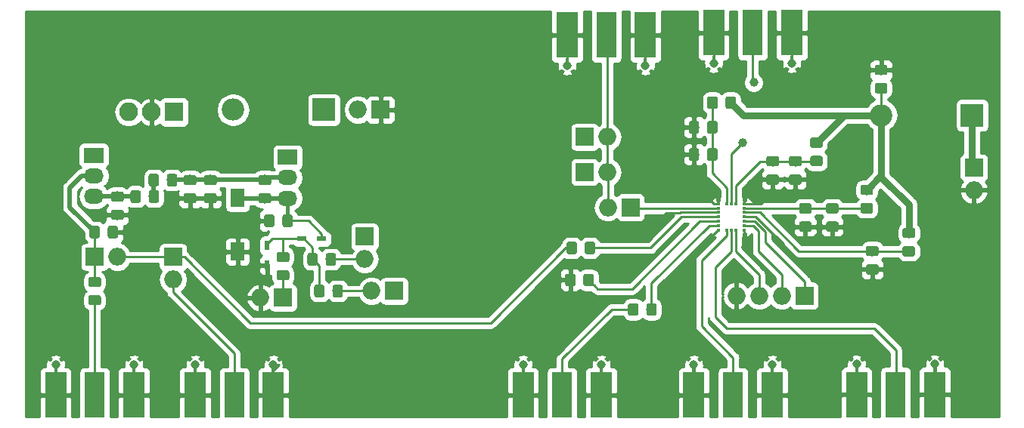
<source format=gbr>
G04 #@! TF.GenerationSoftware,KiCad,Pcbnew,(5.0.2)-1*
G04 #@! TF.CreationDate,2019-04-19T15:24:55-07:00*
G04 #@! TF.ProjectId,Complete PLL Board Rev3,436f6d70-6c65-4746-9520-504c4c20426f,rev?*
G04 #@! TF.SameCoordinates,Original*
G04 #@! TF.FileFunction,Copper,L1,Top*
G04 #@! TF.FilePolarity,Positive*
%FSLAX46Y46*%
G04 Gerber Fmt 4.6, Leading zero omitted, Abs format (unit mm)*
G04 Created by KiCad (PCBNEW (5.0.2)-1) date 4/19/2019 3:24:55 PM*
%MOMM*%
%LPD*%
G01*
G04 APERTURE LIST*
G04 #@! TA.AperFunction,Conductor*
%ADD10C,0.100000*%
G04 #@! TD*
G04 #@! TA.AperFunction,SMDPad,CuDef*
%ADD11C,1.150000*%
G04 #@! TD*
G04 #@! TA.AperFunction,SMDPad,CuDef*
%ADD12R,1.600000X2.000000*%
G04 #@! TD*
G04 #@! TA.AperFunction,ComponentPad*
%ADD13O,2.200000X1.717500*%
G04 #@! TD*
G04 #@! TA.AperFunction,ComponentPad*
%ADD14R,2.200000X1.717500*%
G04 #@! TD*
G04 #@! TA.AperFunction,ComponentPad*
%ADD15R,2.200000X1.700000*%
G04 #@! TD*
G04 #@! TA.AperFunction,ComponentPad*
%ADD16O,2.200000X1.700000*%
G04 #@! TD*
G04 #@! TA.AperFunction,Conductor*
%ADD17R,0.460000X0.950000*%
G04 #@! TD*
G04 #@! TA.AperFunction,ViaPad*
%ADD18C,0.970000*%
G04 #@! TD*
G04 #@! TA.AperFunction,SMDPad,CuDef*
%ADD19R,2.420000X5.080000*%
G04 #@! TD*
G04 #@! TA.AperFunction,SMDPad,CuDef*
%ADD20R,2.290000X5.080000*%
G04 #@! TD*
G04 #@! TA.AperFunction,ComponentPad*
%ADD21R,2.500000X2.500000*%
G04 #@! TD*
G04 #@! TA.AperFunction,ComponentPad*
%ADD22O,2.500000X2.500000*%
G04 #@! TD*
G04 #@! TA.AperFunction,SMDPad,CuDef*
%ADD23R,1.100000X0.600000*%
G04 #@! TD*
G04 #@! TA.AperFunction,SMDPad,CuDef*
%ADD24R,0.600000X1.100000*%
G04 #@! TD*
G04 #@! TA.AperFunction,ComponentPad*
%ADD25O,2.000000X2.000000*%
G04 #@! TD*
G04 #@! TA.AperFunction,ComponentPad*
%ADD26R,2.000000X2.000000*%
G04 #@! TD*
G04 #@! TA.AperFunction,SMDPad,CuDef*
%ADD27R,0.450000X0.300000*%
G04 #@! TD*
G04 #@! TA.AperFunction,SMDPad,CuDef*
%ADD28R,0.300000X0.450000*%
G04 #@! TD*
G04 #@! TA.AperFunction,ComponentPad*
%ADD29R,2.100000X2.100000*%
G04 #@! TD*
G04 #@! TA.AperFunction,ComponentPad*
%ADD30O,2.100000X2.100000*%
G04 #@! TD*
G04 #@! TA.AperFunction,ViaPad*
%ADD31C,0.800000*%
G04 #@! TD*
G04 #@! TA.AperFunction,ViaPad*
%ADD32C,0.900000*%
G04 #@! TD*
G04 #@! TA.AperFunction,ViaPad*
%ADD33C,1.000000*%
G04 #@! TD*
G04 #@! TA.AperFunction,Conductor*
%ADD34C,0.762000*%
G04 #@! TD*
G04 #@! TA.AperFunction,Conductor*
%ADD35C,0.250000*%
G04 #@! TD*
G04 #@! TA.AperFunction,Conductor*
%ADD36C,0.508000*%
G04 #@! TD*
G04 #@! TA.AperFunction,Conductor*
%ADD37C,0.381000*%
G04 #@! TD*
G04 #@! TA.AperFunction,Conductor*
%ADD38C,0.254000*%
G04 #@! TD*
G04 APERTURE END LIST*
D10*
G04 #@! TO.N,Net-(D3-Pad1)*
G04 #@! TO.C,R14*
G36*
X111347505Y-103441204D02*
X111371773Y-103444804D01*
X111395572Y-103450765D01*
X111418671Y-103459030D01*
X111440850Y-103469520D01*
X111461893Y-103482132D01*
X111481599Y-103496747D01*
X111499777Y-103513223D01*
X111516253Y-103531401D01*
X111530868Y-103551107D01*
X111543480Y-103572150D01*
X111553970Y-103594329D01*
X111562235Y-103617428D01*
X111568196Y-103641227D01*
X111571796Y-103665495D01*
X111573000Y-103689999D01*
X111573000Y-104590001D01*
X111571796Y-104614505D01*
X111568196Y-104638773D01*
X111562235Y-104662572D01*
X111553970Y-104685671D01*
X111543480Y-104707850D01*
X111530868Y-104728893D01*
X111516253Y-104748599D01*
X111499777Y-104766777D01*
X111481599Y-104783253D01*
X111461893Y-104797868D01*
X111440850Y-104810480D01*
X111418671Y-104820970D01*
X111395572Y-104829235D01*
X111371773Y-104835196D01*
X111347505Y-104838796D01*
X111323001Y-104840000D01*
X110672999Y-104840000D01*
X110648495Y-104838796D01*
X110624227Y-104835196D01*
X110600428Y-104829235D01*
X110577329Y-104820970D01*
X110555150Y-104810480D01*
X110534107Y-104797868D01*
X110514401Y-104783253D01*
X110496223Y-104766777D01*
X110479747Y-104748599D01*
X110465132Y-104728893D01*
X110452520Y-104707850D01*
X110442030Y-104685671D01*
X110433765Y-104662572D01*
X110427804Y-104638773D01*
X110424204Y-104614505D01*
X110423000Y-104590001D01*
X110423000Y-103689999D01*
X110424204Y-103665495D01*
X110427804Y-103641227D01*
X110433765Y-103617428D01*
X110442030Y-103594329D01*
X110452520Y-103572150D01*
X110465132Y-103551107D01*
X110479747Y-103531401D01*
X110496223Y-103513223D01*
X110514401Y-103496747D01*
X110534107Y-103482132D01*
X110555150Y-103469520D01*
X110577329Y-103459030D01*
X110600428Y-103450765D01*
X110624227Y-103444804D01*
X110648495Y-103441204D01*
X110672999Y-103440000D01*
X111323001Y-103440000D01*
X111347505Y-103441204D01*
X111347505Y-103441204D01*
G37*
D11*
G04 #@! TD*
G04 #@! TO.P,R14,2*
G04 #@! TO.N,Net-(D3-Pad1)*
X110998000Y-104140000D03*
D10*
G04 #@! TO.N,Net-(J16-Pad2)*
G04 #@! TO.C,R14*
G36*
X113397505Y-103441204D02*
X113421773Y-103444804D01*
X113445572Y-103450765D01*
X113468671Y-103459030D01*
X113490850Y-103469520D01*
X113511893Y-103482132D01*
X113531599Y-103496747D01*
X113549777Y-103513223D01*
X113566253Y-103531401D01*
X113580868Y-103551107D01*
X113593480Y-103572150D01*
X113603970Y-103594329D01*
X113612235Y-103617428D01*
X113618196Y-103641227D01*
X113621796Y-103665495D01*
X113623000Y-103689999D01*
X113623000Y-104590001D01*
X113621796Y-104614505D01*
X113618196Y-104638773D01*
X113612235Y-104662572D01*
X113603970Y-104685671D01*
X113593480Y-104707850D01*
X113580868Y-104728893D01*
X113566253Y-104748599D01*
X113549777Y-104766777D01*
X113531599Y-104783253D01*
X113511893Y-104797868D01*
X113490850Y-104810480D01*
X113468671Y-104820970D01*
X113445572Y-104829235D01*
X113421773Y-104835196D01*
X113397505Y-104838796D01*
X113373001Y-104840000D01*
X112722999Y-104840000D01*
X112698495Y-104838796D01*
X112674227Y-104835196D01*
X112650428Y-104829235D01*
X112627329Y-104820970D01*
X112605150Y-104810480D01*
X112584107Y-104797868D01*
X112564401Y-104783253D01*
X112546223Y-104766777D01*
X112529747Y-104748599D01*
X112515132Y-104728893D01*
X112502520Y-104707850D01*
X112492030Y-104685671D01*
X112483765Y-104662572D01*
X112477804Y-104638773D01*
X112474204Y-104614505D01*
X112473000Y-104590001D01*
X112473000Y-103689999D01*
X112474204Y-103665495D01*
X112477804Y-103641227D01*
X112483765Y-103617428D01*
X112492030Y-103594329D01*
X112502520Y-103572150D01*
X112515132Y-103551107D01*
X112529747Y-103531401D01*
X112546223Y-103513223D01*
X112564401Y-103496747D01*
X112584107Y-103482132D01*
X112605150Y-103469520D01*
X112627329Y-103459030D01*
X112650428Y-103450765D01*
X112674227Y-103444804D01*
X112698495Y-103441204D01*
X112722999Y-103440000D01*
X113373001Y-103440000D01*
X113397505Y-103441204D01*
X113397505Y-103441204D01*
G37*
D11*
G04 #@! TD*
G04 #@! TO.P,R14,1*
G04 #@! TO.N,Net-(J16-Pad2)*
X113048000Y-104140000D03*
D10*
G04 #@! TO.N,Net-(D3-Pad1)*
G04 #@! TO.C,R13*
G36*
X112109505Y-106997204D02*
X112133773Y-107000804D01*
X112157572Y-107006765D01*
X112180671Y-107015030D01*
X112202850Y-107025520D01*
X112223893Y-107038132D01*
X112243599Y-107052747D01*
X112261777Y-107069223D01*
X112278253Y-107087401D01*
X112292868Y-107107107D01*
X112305480Y-107128150D01*
X112315970Y-107150329D01*
X112324235Y-107173428D01*
X112330196Y-107197227D01*
X112333796Y-107221495D01*
X112335000Y-107245999D01*
X112335000Y-108146001D01*
X112333796Y-108170505D01*
X112330196Y-108194773D01*
X112324235Y-108218572D01*
X112315970Y-108241671D01*
X112305480Y-108263850D01*
X112292868Y-108284893D01*
X112278253Y-108304599D01*
X112261777Y-108322777D01*
X112243599Y-108339253D01*
X112223893Y-108353868D01*
X112202850Y-108366480D01*
X112180671Y-108376970D01*
X112157572Y-108385235D01*
X112133773Y-108391196D01*
X112109505Y-108394796D01*
X112085001Y-108396000D01*
X111434999Y-108396000D01*
X111410495Y-108394796D01*
X111386227Y-108391196D01*
X111362428Y-108385235D01*
X111339329Y-108376970D01*
X111317150Y-108366480D01*
X111296107Y-108353868D01*
X111276401Y-108339253D01*
X111258223Y-108322777D01*
X111241747Y-108304599D01*
X111227132Y-108284893D01*
X111214520Y-108263850D01*
X111204030Y-108241671D01*
X111195765Y-108218572D01*
X111189804Y-108194773D01*
X111186204Y-108170505D01*
X111185000Y-108146001D01*
X111185000Y-107245999D01*
X111186204Y-107221495D01*
X111189804Y-107197227D01*
X111195765Y-107173428D01*
X111204030Y-107150329D01*
X111214520Y-107128150D01*
X111227132Y-107107107D01*
X111241747Y-107087401D01*
X111258223Y-107069223D01*
X111276401Y-107052747D01*
X111296107Y-107038132D01*
X111317150Y-107025520D01*
X111339329Y-107015030D01*
X111362428Y-107006765D01*
X111386227Y-107000804D01*
X111410495Y-106997204D01*
X111434999Y-106996000D01*
X112085001Y-106996000D01*
X112109505Y-106997204D01*
X112109505Y-106997204D01*
G37*
D11*
G04 #@! TD*
G04 #@! TO.P,R13,1*
G04 #@! TO.N,Net-(D3-Pad1)*
X111760000Y-107696000D03*
D10*
G04 #@! TO.N,Net-(J15-Pad2)*
G04 #@! TO.C,R13*
G36*
X114159505Y-106997204D02*
X114183773Y-107000804D01*
X114207572Y-107006765D01*
X114230671Y-107015030D01*
X114252850Y-107025520D01*
X114273893Y-107038132D01*
X114293599Y-107052747D01*
X114311777Y-107069223D01*
X114328253Y-107087401D01*
X114342868Y-107107107D01*
X114355480Y-107128150D01*
X114365970Y-107150329D01*
X114374235Y-107173428D01*
X114380196Y-107197227D01*
X114383796Y-107221495D01*
X114385000Y-107245999D01*
X114385000Y-108146001D01*
X114383796Y-108170505D01*
X114380196Y-108194773D01*
X114374235Y-108218572D01*
X114365970Y-108241671D01*
X114355480Y-108263850D01*
X114342868Y-108284893D01*
X114328253Y-108304599D01*
X114311777Y-108322777D01*
X114293599Y-108339253D01*
X114273893Y-108353868D01*
X114252850Y-108366480D01*
X114230671Y-108376970D01*
X114207572Y-108385235D01*
X114183773Y-108391196D01*
X114159505Y-108394796D01*
X114135001Y-108396000D01*
X113484999Y-108396000D01*
X113460495Y-108394796D01*
X113436227Y-108391196D01*
X113412428Y-108385235D01*
X113389329Y-108376970D01*
X113367150Y-108366480D01*
X113346107Y-108353868D01*
X113326401Y-108339253D01*
X113308223Y-108322777D01*
X113291747Y-108304599D01*
X113277132Y-108284893D01*
X113264520Y-108263850D01*
X113254030Y-108241671D01*
X113245765Y-108218572D01*
X113239804Y-108194773D01*
X113236204Y-108170505D01*
X113235000Y-108146001D01*
X113235000Y-107245999D01*
X113236204Y-107221495D01*
X113239804Y-107197227D01*
X113245765Y-107173428D01*
X113254030Y-107150329D01*
X113264520Y-107128150D01*
X113277132Y-107107107D01*
X113291747Y-107087401D01*
X113308223Y-107069223D01*
X113326401Y-107052747D01*
X113346107Y-107038132D01*
X113367150Y-107025520D01*
X113389329Y-107015030D01*
X113412428Y-107006765D01*
X113436227Y-107000804D01*
X113460495Y-106997204D01*
X113484999Y-106996000D01*
X114135001Y-106996000D01*
X114159505Y-106997204D01*
X114159505Y-106997204D01*
G37*
D11*
G04 #@! TD*
G04 #@! TO.P,R13,2*
G04 #@! TO.N,Net-(J15-Pad2)*
X113810000Y-107696000D03*
D10*
G04 #@! TO.N,Net-(Q2-Pad3)*
G04 #@! TO.C,R10*
G36*
X89628505Y-96530404D02*
X89652773Y-96534004D01*
X89676572Y-96539965D01*
X89699671Y-96548230D01*
X89721850Y-96558720D01*
X89742893Y-96571332D01*
X89762599Y-96585947D01*
X89780777Y-96602423D01*
X89797253Y-96620601D01*
X89811868Y-96640307D01*
X89824480Y-96661350D01*
X89834970Y-96683529D01*
X89843235Y-96706628D01*
X89849196Y-96730427D01*
X89852796Y-96754695D01*
X89854000Y-96779199D01*
X89854000Y-97429201D01*
X89852796Y-97453705D01*
X89849196Y-97477973D01*
X89843235Y-97501772D01*
X89834970Y-97524871D01*
X89824480Y-97547050D01*
X89811868Y-97568093D01*
X89797253Y-97587799D01*
X89780777Y-97605977D01*
X89762599Y-97622453D01*
X89742893Y-97637068D01*
X89721850Y-97649680D01*
X89699671Y-97660170D01*
X89676572Y-97668435D01*
X89652773Y-97674396D01*
X89628505Y-97677996D01*
X89604001Y-97679200D01*
X88703999Y-97679200D01*
X88679495Y-97677996D01*
X88655227Y-97674396D01*
X88631428Y-97668435D01*
X88608329Y-97660170D01*
X88586150Y-97649680D01*
X88565107Y-97637068D01*
X88545401Y-97622453D01*
X88527223Y-97605977D01*
X88510747Y-97587799D01*
X88496132Y-97568093D01*
X88483520Y-97547050D01*
X88473030Y-97524871D01*
X88464765Y-97501772D01*
X88458804Y-97477973D01*
X88455204Y-97453705D01*
X88454000Y-97429201D01*
X88454000Y-96779199D01*
X88455204Y-96754695D01*
X88458804Y-96730427D01*
X88464765Y-96706628D01*
X88473030Y-96683529D01*
X88483520Y-96661350D01*
X88496132Y-96640307D01*
X88510747Y-96620601D01*
X88527223Y-96602423D01*
X88545401Y-96585947D01*
X88565107Y-96571332D01*
X88586150Y-96558720D01*
X88608329Y-96548230D01*
X88631428Y-96539965D01*
X88655227Y-96534004D01*
X88679495Y-96530404D01*
X88703999Y-96529200D01*
X89604001Y-96529200D01*
X89628505Y-96530404D01*
X89628505Y-96530404D01*
G37*
D11*
G04 #@! TD*
G04 #@! TO.P,R10,1*
G04 #@! TO.N,Net-(Q2-Pad3)*
X89154000Y-97104200D03*
D10*
G04 #@! TO.N,GND*
G04 #@! TO.C,R10*
G36*
X89628505Y-98580404D02*
X89652773Y-98584004D01*
X89676572Y-98589965D01*
X89699671Y-98598230D01*
X89721850Y-98608720D01*
X89742893Y-98621332D01*
X89762599Y-98635947D01*
X89780777Y-98652423D01*
X89797253Y-98670601D01*
X89811868Y-98690307D01*
X89824480Y-98711350D01*
X89834970Y-98733529D01*
X89843235Y-98756628D01*
X89849196Y-98780427D01*
X89852796Y-98804695D01*
X89854000Y-98829199D01*
X89854000Y-99479201D01*
X89852796Y-99503705D01*
X89849196Y-99527973D01*
X89843235Y-99551772D01*
X89834970Y-99574871D01*
X89824480Y-99597050D01*
X89811868Y-99618093D01*
X89797253Y-99637799D01*
X89780777Y-99655977D01*
X89762599Y-99672453D01*
X89742893Y-99687068D01*
X89721850Y-99699680D01*
X89699671Y-99710170D01*
X89676572Y-99718435D01*
X89652773Y-99724396D01*
X89628505Y-99727996D01*
X89604001Y-99729200D01*
X88703999Y-99729200D01*
X88679495Y-99727996D01*
X88655227Y-99724396D01*
X88631428Y-99718435D01*
X88608329Y-99710170D01*
X88586150Y-99699680D01*
X88565107Y-99687068D01*
X88545401Y-99672453D01*
X88527223Y-99655977D01*
X88510747Y-99637799D01*
X88496132Y-99618093D01*
X88483520Y-99597050D01*
X88473030Y-99574871D01*
X88464765Y-99551772D01*
X88458804Y-99527973D01*
X88455204Y-99503705D01*
X88454000Y-99479201D01*
X88454000Y-98829199D01*
X88455204Y-98804695D01*
X88458804Y-98780427D01*
X88464765Y-98756628D01*
X88473030Y-98733529D01*
X88483520Y-98711350D01*
X88496132Y-98690307D01*
X88510747Y-98670601D01*
X88527223Y-98652423D01*
X88545401Y-98635947D01*
X88565107Y-98621332D01*
X88586150Y-98608720D01*
X88608329Y-98598230D01*
X88631428Y-98589965D01*
X88655227Y-98584004D01*
X88679495Y-98580404D01*
X88703999Y-98579200D01*
X89604001Y-98579200D01*
X89628505Y-98580404D01*
X89628505Y-98580404D01*
G37*
D11*
G04 #@! TD*
G04 #@! TO.P,R10,2*
G04 #@! TO.N,GND*
X89154000Y-99154200D03*
D10*
G04 #@! TO.N,Net-(D3-Pad1)*
G04 #@! TO.C,R12*
G36*
X108170505Y-103312204D02*
X108194773Y-103315804D01*
X108218572Y-103321765D01*
X108241671Y-103330030D01*
X108263850Y-103340520D01*
X108284893Y-103353132D01*
X108304599Y-103367747D01*
X108322777Y-103384223D01*
X108339253Y-103402401D01*
X108353868Y-103422107D01*
X108366480Y-103443150D01*
X108376970Y-103465329D01*
X108385235Y-103488428D01*
X108391196Y-103512227D01*
X108394796Y-103536495D01*
X108396000Y-103560999D01*
X108396000Y-104211001D01*
X108394796Y-104235505D01*
X108391196Y-104259773D01*
X108385235Y-104283572D01*
X108376970Y-104306671D01*
X108366480Y-104328850D01*
X108353868Y-104349893D01*
X108339253Y-104369599D01*
X108322777Y-104387777D01*
X108304599Y-104404253D01*
X108284893Y-104418868D01*
X108263850Y-104431480D01*
X108241671Y-104441970D01*
X108218572Y-104450235D01*
X108194773Y-104456196D01*
X108170505Y-104459796D01*
X108146001Y-104461000D01*
X107245999Y-104461000D01*
X107221495Y-104459796D01*
X107197227Y-104456196D01*
X107173428Y-104450235D01*
X107150329Y-104441970D01*
X107128150Y-104431480D01*
X107107107Y-104418868D01*
X107087401Y-104404253D01*
X107069223Y-104387777D01*
X107052747Y-104369599D01*
X107038132Y-104349893D01*
X107025520Y-104328850D01*
X107015030Y-104306671D01*
X107006765Y-104283572D01*
X107000804Y-104259773D01*
X106997204Y-104235505D01*
X106996000Y-104211001D01*
X106996000Y-103560999D01*
X106997204Y-103536495D01*
X107000804Y-103512227D01*
X107006765Y-103488428D01*
X107015030Y-103465329D01*
X107025520Y-103443150D01*
X107038132Y-103422107D01*
X107052747Y-103402401D01*
X107069223Y-103384223D01*
X107087401Y-103367747D01*
X107107107Y-103353132D01*
X107128150Y-103340520D01*
X107150329Y-103330030D01*
X107173428Y-103321765D01*
X107197227Y-103315804D01*
X107221495Y-103312204D01*
X107245999Y-103311000D01*
X108146001Y-103311000D01*
X108170505Y-103312204D01*
X108170505Y-103312204D01*
G37*
D11*
G04 #@! TD*
G04 #@! TO.P,R12,1*
G04 #@! TO.N,Net-(D3-Pad1)*
X107696000Y-103886000D03*
D10*
G04 #@! TO.N,Net-(J8-Pad1)*
G04 #@! TO.C,R12*
G36*
X108170505Y-105362204D02*
X108194773Y-105365804D01*
X108218572Y-105371765D01*
X108241671Y-105380030D01*
X108263850Y-105390520D01*
X108284893Y-105403132D01*
X108304599Y-105417747D01*
X108322777Y-105434223D01*
X108339253Y-105452401D01*
X108353868Y-105472107D01*
X108366480Y-105493150D01*
X108376970Y-105515329D01*
X108385235Y-105538428D01*
X108391196Y-105562227D01*
X108394796Y-105586495D01*
X108396000Y-105610999D01*
X108396000Y-106261001D01*
X108394796Y-106285505D01*
X108391196Y-106309773D01*
X108385235Y-106333572D01*
X108376970Y-106356671D01*
X108366480Y-106378850D01*
X108353868Y-106399893D01*
X108339253Y-106419599D01*
X108322777Y-106437777D01*
X108304599Y-106454253D01*
X108284893Y-106468868D01*
X108263850Y-106481480D01*
X108241671Y-106491970D01*
X108218572Y-106500235D01*
X108194773Y-106506196D01*
X108170505Y-106509796D01*
X108146001Y-106511000D01*
X107245999Y-106511000D01*
X107221495Y-106509796D01*
X107197227Y-106506196D01*
X107173428Y-106500235D01*
X107150329Y-106491970D01*
X107128150Y-106481480D01*
X107107107Y-106468868D01*
X107087401Y-106454253D01*
X107069223Y-106437777D01*
X107052747Y-106419599D01*
X107038132Y-106399893D01*
X107025520Y-106378850D01*
X107015030Y-106356671D01*
X107006765Y-106333572D01*
X107000804Y-106309773D01*
X106997204Y-106285505D01*
X106996000Y-106261001D01*
X106996000Y-105610999D01*
X106997204Y-105586495D01*
X107000804Y-105562227D01*
X107006765Y-105538428D01*
X107015030Y-105515329D01*
X107025520Y-105493150D01*
X107038132Y-105472107D01*
X107052747Y-105452401D01*
X107069223Y-105434223D01*
X107087401Y-105417747D01*
X107107107Y-105403132D01*
X107128150Y-105390520D01*
X107150329Y-105380030D01*
X107173428Y-105371765D01*
X107197227Y-105365804D01*
X107221495Y-105362204D01*
X107245999Y-105361000D01*
X108146001Y-105361000D01*
X108170505Y-105362204D01*
X108170505Y-105362204D01*
G37*
D11*
G04 #@! TD*
G04 #@! TO.P,R12,2*
G04 #@! TO.N,Net-(J8-Pad1)*
X107696000Y-105936000D03*
D12*
G04 #@! TO.P,C19,1*
G04 #@! TO.N,Net-(C15-Pad2)*
X102616000Y-97282000D03*
G04 #@! TO.P,C19,2*
G04 #@! TO.N,GND*
X102616000Y-103282000D03*
G04 #@! TD*
D10*
G04 #@! TO.N,Net-(C20-Pad2)*
G04 #@! TO.C,R8*
G36*
X93585505Y-96405404D02*
X93609773Y-96409004D01*
X93633572Y-96414965D01*
X93656671Y-96423230D01*
X93678850Y-96433720D01*
X93699893Y-96446332D01*
X93719599Y-96460947D01*
X93737777Y-96477423D01*
X93754253Y-96495601D01*
X93768868Y-96515307D01*
X93781480Y-96536350D01*
X93791970Y-96558529D01*
X93800235Y-96581628D01*
X93806196Y-96605427D01*
X93809796Y-96629695D01*
X93811000Y-96654199D01*
X93811000Y-97554201D01*
X93809796Y-97578705D01*
X93806196Y-97602973D01*
X93800235Y-97626772D01*
X93791970Y-97649871D01*
X93781480Y-97672050D01*
X93768868Y-97693093D01*
X93754253Y-97712799D01*
X93737777Y-97730977D01*
X93719599Y-97747453D01*
X93699893Y-97762068D01*
X93678850Y-97774680D01*
X93656671Y-97785170D01*
X93633572Y-97793435D01*
X93609773Y-97799396D01*
X93585505Y-97802996D01*
X93561001Y-97804200D01*
X92910999Y-97804200D01*
X92886495Y-97802996D01*
X92862227Y-97799396D01*
X92838428Y-97793435D01*
X92815329Y-97785170D01*
X92793150Y-97774680D01*
X92772107Y-97762068D01*
X92752401Y-97747453D01*
X92734223Y-97730977D01*
X92717747Y-97712799D01*
X92703132Y-97693093D01*
X92690520Y-97672050D01*
X92680030Y-97649871D01*
X92671765Y-97626772D01*
X92665804Y-97602973D01*
X92662204Y-97578705D01*
X92661000Y-97554201D01*
X92661000Y-96654199D01*
X92662204Y-96629695D01*
X92665804Y-96605427D01*
X92671765Y-96581628D01*
X92680030Y-96558529D01*
X92690520Y-96536350D01*
X92703132Y-96515307D01*
X92717747Y-96495601D01*
X92734223Y-96477423D01*
X92752401Y-96460947D01*
X92772107Y-96446332D01*
X92793150Y-96433720D01*
X92815329Y-96423230D01*
X92838428Y-96414965D01*
X92862227Y-96409004D01*
X92886495Y-96405404D01*
X92910999Y-96404200D01*
X93561001Y-96404200D01*
X93585505Y-96405404D01*
X93585505Y-96405404D01*
G37*
D11*
G04 #@! TD*
G04 #@! TO.P,R8,2*
G04 #@! TO.N,Net-(C20-Pad2)*
X93236000Y-97104200D03*
D10*
G04 #@! TO.N,Net-(Q2-Pad3)*
G04 #@! TO.C,R8*
G36*
X91535505Y-96405404D02*
X91559773Y-96409004D01*
X91583572Y-96414965D01*
X91606671Y-96423230D01*
X91628850Y-96433720D01*
X91649893Y-96446332D01*
X91669599Y-96460947D01*
X91687777Y-96477423D01*
X91704253Y-96495601D01*
X91718868Y-96515307D01*
X91731480Y-96536350D01*
X91741970Y-96558529D01*
X91750235Y-96581628D01*
X91756196Y-96605427D01*
X91759796Y-96629695D01*
X91761000Y-96654199D01*
X91761000Y-97554201D01*
X91759796Y-97578705D01*
X91756196Y-97602973D01*
X91750235Y-97626772D01*
X91741970Y-97649871D01*
X91731480Y-97672050D01*
X91718868Y-97693093D01*
X91704253Y-97712799D01*
X91687777Y-97730977D01*
X91669599Y-97747453D01*
X91649893Y-97762068D01*
X91628850Y-97774680D01*
X91606671Y-97785170D01*
X91583572Y-97793435D01*
X91559773Y-97799396D01*
X91535505Y-97802996D01*
X91511001Y-97804200D01*
X90860999Y-97804200D01*
X90836495Y-97802996D01*
X90812227Y-97799396D01*
X90788428Y-97793435D01*
X90765329Y-97785170D01*
X90743150Y-97774680D01*
X90722107Y-97762068D01*
X90702401Y-97747453D01*
X90684223Y-97730977D01*
X90667747Y-97712799D01*
X90653132Y-97693093D01*
X90640520Y-97672050D01*
X90630030Y-97649871D01*
X90621765Y-97626772D01*
X90615804Y-97602973D01*
X90612204Y-97578705D01*
X90611000Y-97554201D01*
X90611000Y-96654199D01*
X90612204Y-96629695D01*
X90615804Y-96605427D01*
X90621765Y-96581628D01*
X90630030Y-96558529D01*
X90640520Y-96536350D01*
X90653132Y-96515307D01*
X90667747Y-96495601D01*
X90684223Y-96477423D01*
X90702401Y-96460947D01*
X90722107Y-96446332D01*
X90743150Y-96433720D01*
X90765329Y-96423230D01*
X90788428Y-96414965D01*
X90812227Y-96409004D01*
X90836495Y-96405404D01*
X90860999Y-96404200D01*
X91511001Y-96404200D01*
X91535505Y-96405404D01*
X91535505Y-96405404D01*
G37*
D11*
G04 #@! TD*
G04 #@! TO.P,R8,1*
G04 #@! TO.N,Net-(Q2-Pad3)*
X91186000Y-97104200D03*
D10*
G04 #@! TO.N,Net-(C17-Pad2)*
G04 #@! TO.C,C17*
G36*
X87088505Y-108156204D02*
X87112773Y-108159804D01*
X87136572Y-108165765D01*
X87159671Y-108174030D01*
X87181850Y-108184520D01*
X87202893Y-108197132D01*
X87222599Y-108211747D01*
X87240777Y-108228223D01*
X87257253Y-108246401D01*
X87271868Y-108266107D01*
X87284480Y-108287150D01*
X87294970Y-108309329D01*
X87303235Y-108332428D01*
X87309196Y-108356227D01*
X87312796Y-108380495D01*
X87314000Y-108404999D01*
X87314000Y-109055001D01*
X87312796Y-109079505D01*
X87309196Y-109103773D01*
X87303235Y-109127572D01*
X87294970Y-109150671D01*
X87284480Y-109172850D01*
X87271868Y-109193893D01*
X87257253Y-109213599D01*
X87240777Y-109231777D01*
X87222599Y-109248253D01*
X87202893Y-109262868D01*
X87181850Y-109275480D01*
X87159671Y-109285970D01*
X87136572Y-109294235D01*
X87112773Y-109300196D01*
X87088505Y-109303796D01*
X87064001Y-109305000D01*
X86163999Y-109305000D01*
X86139495Y-109303796D01*
X86115227Y-109300196D01*
X86091428Y-109294235D01*
X86068329Y-109285970D01*
X86046150Y-109275480D01*
X86025107Y-109262868D01*
X86005401Y-109248253D01*
X85987223Y-109231777D01*
X85970747Y-109213599D01*
X85956132Y-109193893D01*
X85943520Y-109172850D01*
X85933030Y-109150671D01*
X85924765Y-109127572D01*
X85918804Y-109103773D01*
X85915204Y-109079505D01*
X85914000Y-109055001D01*
X85914000Y-108404999D01*
X85915204Y-108380495D01*
X85918804Y-108356227D01*
X85924765Y-108332428D01*
X85933030Y-108309329D01*
X85943520Y-108287150D01*
X85956132Y-108266107D01*
X85970747Y-108246401D01*
X85987223Y-108228223D01*
X86005401Y-108211747D01*
X86025107Y-108197132D01*
X86046150Y-108184520D01*
X86068329Y-108174030D01*
X86091428Y-108165765D01*
X86115227Y-108159804D01*
X86139495Y-108156204D01*
X86163999Y-108155000D01*
X87064001Y-108155000D01*
X87088505Y-108156204D01*
X87088505Y-108156204D01*
G37*
D11*
G04 #@! TD*
G04 #@! TO.P,C17,2*
G04 #@! TO.N,Net-(C17-Pad2)*
X86614000Y-108730000D03*
D10*
G04 #@! TO.N,Net-(C17-Pad1)*
G04 #@! TO.C,C17*
G36*
X87088505Y-106106204D02*
X87112773Y-106109804D01*
X87136572Y-106115765D01*
X87159671Y-106124030D01*
X87181850Y-106134520D01*
X87202893Y-106147132D01*
X87222599Y-106161747D01*
X87240777Y-106178223D01*
X87257253Y-106196401D01*
X87271868Y-106216107D01*
X87284480Y-106237150D01*
X87294970Y-106259329D01*
X87303235Y-106282428D01*
X87309196Y-106306227D01*
X87312796Y-106330495D01*
X87314000Y-106354999D01*
X87314000Y-107005001D01*
X87312796Y-107029505D01*
X87309196Y-107053773D01*
X87303235Y-107077572D01*
X87294970Y-107100671D01*
X87284480Y-107122850D01*
X87271868Y-107143893D01*
X87257253Y-107163599D01*
X87240777Y-107181777D01*
X87222599Y-107198253D01*
X87202893Y-107212868D01*
X87181850Y-107225480D01*
X87159671Y-107235970D01*
X87136572Y-107244235D01*
X87112773Y-107250196D01*
X87088505Y-107253796D01*
X87064001Y-107255000D01*
X86163999Y-107255000D01*
X86139495Y-107253796D01*
X86115227Y-107250196D01*
X86091428Y-107244235D01*
X86068329Y-107235970D01*
X86046150Y-107225480D01*
X86025107Y-107212868D01*
X86005401Y-107198253D01*
X85987223Y-107181777D01*
X85970747Y-107163599D01*
X85956132Y-107143893D01*
X85943520Y-107122850D01*
X85933030Y-107100671D01*
X85924765Y-107077572D01*
X85918804Y-107053773D01*
X85915204Y-107029505D01*
X85914000Y-107005001D01*
X85914000Y-106354999D01*
X85915204Y-106330495D01*
X85918804Y-106306227D01*
X85924765Y-106282428D01*
X85933030Y-106259329D01*
X85943520Y-106237150D01*
X85956132Y-106216107D01*
X85970747Y-106196401D01*
X85987223Y-106178223D01*
X86005401Y-106161747D01*
X86025107Y-106147132D01*
X86046150Y-106134520D01*
X86068329Y-106124030D01*
X86091428Y-106115765D01*
X86115227Y-106109804D01*
X86139495Y-106106204D01*
X86163999Y-106105000D01*
X87064001Y-106105000D01*
X87088505Y-106106204D01*
X87088505Y-106106204D01*
G37*
D11*
G04 #@! TD*
G04 #@! TO.P,C17,1*
G04 #@! TO.N,Net-(C17-Pad1)*
X86614000Y-106680000D03*
D13*
G04 #@! TO.P,Q2,3*
G04 #@! TO.N,Net-(Q2-Pad3)*
X86512400Y-97061400D03*
G04 #@! TO.P,Q2,2*
G04 #@! TO.N,Net-(C17-Pad1)*
X86512400Y-94771400D03*
D14*
G04 #@! TO.P,Q2,1*
G04 #@! TO.N,8V*
X86512400Y-92481400D03*
G04 #@! TD*
D15*
G04 #@! TO.P,Q1,1*
G04 #@! TO.N,8V*
X108204000Y-92706000D03*
D16*
G04 #@! TO.P,Q1,2*
G04 #@! TO.N,Net-(C15-Pad1)*
X108204000Y-94996000D03*
G04 #@! TO.P,Q1,3*
G04 #@! TO.N,Net-(C15-Pad2)*
X108204000Y-97286000D03*
G04 #@! TD*
D17*
G04 #@! TO.N,GND*
G04 #@! TO.C,FoLD1*
X180656000Y-116339200D03*
X171896000Y-116339200D03*
D18*
X180656000Y-115889200D03*
X171896000Y-115889200D03*
D19*
G04 #@! TD*
G04 #@! TO.P,FoLD1,2*
G04 #@! TO.N,GND*
X180656000Y-119329200D03*
G04 #@! TO.P,FoLD1,2*
G04 #@! TO.N,GND*
X171896000Y-119329200D03*
D20*
G04 #@! TO.P,FoLD1,1*
G04 #@! TO.N,FoLD*
X176276000Y-119329200D03*
G04 #@! TD*
G04 #@! TO.P,FL1,1*
G04 #@! TO.N,FL*
X160274000Y-78740000D03*
D19*
G04 #@! TO.P,FL1,2*
G04 #@! TO.N,GND*
X164654000Y-78740000D03*
X155894000Y-78740000D03*
D18*
G04 #@! TD*
G04 #@! TO.N,GND*
G04 #@! TO.C,FL1*
X164654000Y-82180000D03*
G04 #@! TO.N,GND*
G04 #@! TO.C,FL1*
X155894000Y-82180000D03*
D17*
X164654000Y-81730000D03*
X155894000Y-81730000D03*
G04 #@! TD*
G04 #@! TO.N,GND*
G04 #@! TO.C,Test_CP1*
X139511000Y-81984000D03*
X148271000Y-81984000D03*
D18*
X139511000Y-82434000D03*
X148271000Y-82434000D03*
D19*
G04 #@! TD*
G04 #@! TO.P,Test_CP1,2*
G04 #@! TO.N,GND*
X139511000Y-78994000D03*
G04 #@! TO.P,Test_CP1,2*
G04 #@! TO.N,GND*
X148271000Y-78994000D03*
D20*
G04 #@! TO.P,Test_CP1,1*
G04 #@! TO.N,Net-(J13-Pad2)*
X143891000Y-78994000D03*
G04 #@! TD*
G04 #@! TO.P,OSC_OUT1,1*
G04 #@! TO.N,OSC_OUT*
X158064200Y-119380000D03*
D19*
G04 #@! TO.P,OSC_OUT1,2*
G04 #@! TO.N,GND*
X153684200Y-119380000D03*
X162444200Y-119380000D03*
D18*
G04 #@! TD*
G04 #@! TO.N,GND*
G04 #@! TO.C,OSC_OUT1*
X153684200Y-115940000D03*
G04 #@! TO.N,GND*
G04 #@! TO.C,OSC_OUT1*
X162444200Y-115940000D03*
D17*
X153684200Y-116390000D03*
X162444200Y-116390000D03*
G04 #@! TD*
D10*
G04 #@! TO.N,GND*
G04 #@! TO.C,C1*
G36*
X175124905Y-82331804D02*
X175149173Y-82335404D01*
X175172972Y-82341365D01*
X175196071Y-82349630D01*
X175218250Y-82360120D01*
X175239293Y-82372732D01*
X175258999Y-82387347D01*
X175277177Y-82403823D01*
X175293653Y-82422001D01*
X175308268Y-82441707D01*
X175320880Y-82462750D01*
X175331370Y-82484929D01*
X175339635Y-82508028D01*
X175345596Y-82531827D01*
X175349196Y-82556095D01*
X175350400Y-82580599D01*
X175350400Y-83230601D01*
X175349196Y-83255105D01*
X175345596Y-83279373D01*
X175339635Y-83303172D01*
X175331370Y-83326271D01*
X175320880Y-83348450D01*
X175308268Y-83369493D01*
X175293653Y-83389199D01*
X175277177Y-83407377D01*
X175258999Y-83423853D01*
X175239293Y-83438468D01*
X175218250Y-83451080D01*
X175196071Y-83461570D01*
X175172972Y-83469835D01*
X175149173Y-83475796D01*
X175124905Y-83479396D01*
X175100401Y-83480600D01*
X174200399Y-83480600D01*
X174175895Y-83479396D01*
X174151627Y-83475796D01*
X174127828Y-83469835D01*
X174104729Y-83461570D01*
X174082550Y-83451080D01*
X174061507Y-83438468D01*
X174041801Y-83423853D01*
X174023623Y-83407377D01*
X174007147Y-83389199D01*
X173992532Y-83369493D01*
X173979920Y-83348450D01*
X173969430Y-83326271D01*
X173961165Y-83303172D01*
X173955204Y-83279373D01*
X173951604Y-83255105D01*
X173950400Y-83230601D01*
X173950400Y-82580599D01*
X173951604Y-82556095D01*
X173955204Y-82531827D01*
X173961165Y-82508028D01*
X173969430Y-82484929D01*
X173979920Y-82462750D01*
X173992532Y-82441707D01*
X174007147Y-82422001D01*
X174023623Y-82403823D01*
X174041801Y-82387347D01*
X174061507Y-82372732D01*
X174082550Y-82360120D01*
X174104729Y-82349630D01*
X174127828Y-82341365D01*
X174151627Y-82335404D01*
X174175895Y-82331804D01*
X174200399Y-82330600D01*
X175100401Y-82330600D01*
X175124905Y-82331804D01*
X175124905Y-82331804D01*
G37*
D11*
G04 #@! TD*
G04 #@! TO.P,C1,1*
G04 #@! TO.N,GND*
X174650400Y-82905600D03*
D10*
G04 #@! TO.N,PLL_Power*
G04 #@! TO.C,C1*
G36*
X175124905Y-84381804D02*
X175149173Y-84385404D01*
X175172972Y-84391365D01*
X175196071Y-84399630D01*
X175218250Y-84410120D01*
X175239293Y-84422732D01*
X175258999Y-84437347D01*
X175277177Y-84453823D01*
X175293653Y-84472001D01*
X175308268Y-84491707D01*
X175320880Y-84512750D01*
X175331370Y-84534929D01*
X175339635Y-84558028D01*
X175345596Y-84581827D01*
X175349196Y-84606095D01*
X175350400Y-84630599D01*
X175350400Y-85280601D01*
X175349196Y-85305105D01*
X175345596Y-85329373D01*
X175339635Y-85353172D01*
X175331370Y-85376271D01*
X175320880Y-85398450D01*
X175308268Y-85419493D01*
X175293653Y-85439199D01*
X175277177Y-85457377D01*
X175258999Y-85473853D01*
X175239293Y-85488468D01*
X175218250Y-85501080D01*
X175196071Y-85511570D01*
X175172972Y-85519835D01*
X175149173Y-85525796D01*
X175124905Y-85529396D01*
X175100401Y-85530600D01*
X174200399Y-85530600D01*
X174175895Y-85529396D01*
X174151627Y-85525796D01*
X174127828Y-85519835D01*
X174104729Y-85511570D01*
X174082550Y-85501080D01*
X174061507Y-85488468D01*
X174041801Y-85473853D01*
X174023623Y-85457377D01*
X174007147Y-85439199D01*
X173992532Y-85419493D01*
X173979920Y-85398450D01*
X173969430Y-85376271D01*
X173961165Y-85353172D01*
X173955204Y-85329373D01*
X173951604Y-85305105D01*
X173950400Y-85280601D01*
X173950400Y-84630599D01*
X173951604Y-84606095D01*
X173955204Y-84581827D01*
X173961165Y-84558028D01*
X173969430Y-84534929D01*
X173979920Y-84512750D01*
X173992532Y-84491707D01*
X174007147Y-84472001D01*
X174023623Y-84453823D01*
X174041801Y-84437347D01*
X174061507Y-84422732D01*
X174082550Y-84410120D01*
X174104729Y-84399630D01*
X174127828Y-84391365D01*
X174151627Y-84385404D01*
X174175895Y-84381804D01*
X174200399Y-84380600D01*
X175100401Y-84380600D01*
X175124905Y-84381804D01*
X175124905Y-84381804D01*
G37*
D11*
G04 #@! TD*
G04 #@! TO.P,C1,2*
G04 #@! TO.N,PLL_Power*
X174650400Y-84955600D03*
D10*
G04 #@! TO.N,GND*
G04 #@! TO.C,C2*
G36*
X166641305Y-99901204D02*
X166665573Y-99904804D01*
X166689372Y-99910765D01*
X166712471Y-99919030D01*
X166734650Y-99929520D01*
X166755693Y-99942132D01*
X166775399Y-99956747D01*
X166793577Y-99973223D01*
X166810053Y-99991401D01*
X166824668Y-100011107D01*
X166837280Y-100032150D01*
X166847770Y-100054329D01*
X166856035Y-100077428D01*
X166861996Y-100101227D01*
X166865596Y-100125495D01*
X166866800Y-100149999D01*
X166866800Y-100800001D01*
X166865596Y-100824505D01*
X166861996Y-100848773D01*
X166856035Y-100872572D01*
X166847770Y-100895671D01*
X166837280Y-100917850D01*
X166824668Y-100938893D01*
X166810053Y-100958599D01*
X166793577Y-100976777D01*
X166775399Y-100993253D01*
X166755693Y-101007868D01*
X166734650Y-101020480D01*
X166712471Y-101030970D01*
X166689372Y-101039235D01*
X166665573Y-101045196D01*
X166641305Y-101048796D01*
X166616801Y-101050000D01*
X165716799Y-101050000D01*
X165692295Y-101048796D01*
X165668027Y-101045196D01*
X165644228Y-101039235D01*
X165621129Y-101030970D01*
X165598950Y-101020480D01*
X165577907Y-101007868D01*
X165558201Y-100993253D01*
X165540023Y-100976777D01*
X165523547Y-100958599D01*
X165508932Y-100938893D01*
X165496320Y-100917850D01*
X165485830Y-100895671D01*
X165477565Y-100872572D01*
X165471604Y-100848773D01*
X165468004Y-100824505D01*
X165466800Y-100800001D01*
X165466800Y-100149999D01*
X165468004Y-100125495D01*
X165471604Y-100101227D01*
X165477565Y-100077428D01*
X165485830Y-100054329D01*
X165496320Y-100032150D01*
X165508932Y-100011107D01*
X165523547Y-99991401D01*
X165540023Y-99973223D01*
X165558201Y-99956747D01*
X165577907Y-99942132D01*
X165598950Y-99929520D01*
X165621129Y-99919030D01*
X165644228Y-99910765D01*
X165668027Y-99904804D01*
X165692295Y-99901204D01*
X165716799Y-99900000D01*
X166616801Y-99900000D01*
X166641305Y-99901204D01*
X166641305Y-99901204D01*
G37*
D11*
G04 #@! TD*
G04 #@! TO.P,C2,1*
G04 #@! TO.N,GND*
X166166800Y-100475000D03*
D10*
G04 #@! TO.N,V_uC*
G04 #@! TO.C,C2*
G36*
X166641305Y-97851204D02*
X166665573Y-97854804D01*
X166689372Y-97860765D01*
X166712471Y-97869030D01*
X166734650Y-97879520D01*
X166755693Y-97892132D01*
X166775399Y-97906747D01*
X166793577Y-97923223D01*
X166810053Y-97941401D01*
X166824668Y-97961107D01*
X166837280Y-97982150D01*
X166847770Y-98004329D01*
X166856035Y-98027428D01*
X166861996Y-98051227D01*
X166865596Y-98075495D01*
X166866800Y-98099999D01*
X166866800Y-98750001D01*
X166865596Y-98774505D01*
X166861996Y-98798773D01*
X166856035Y-98822572D01*
X166847770Y-98845671D01*
X166837280Y-98867850D01*
X166824668Y-98888893D01*
X166810053Y-98908599D01*
X166793577Y-98926777D01*
X166775399Y-98943253D01*
X166755693Y-98957868D01*
X166734650Y-98970480D01*
X166712471Y-98980970D01*
X166689372Y-98989235D01*
X166665573Y-98995196D01*
X166641305Y-98998796D01*
X166616801Y-99000000D01*
X165716799Y-99000000D01*
X165692295Y-98998796D01*
X165668027Y-98995196D01*
X165644228Y-98989235D01*
X165621129Y-98980970D01*
X165598950Y-98970480D01*
X165577907Y-98957868D01*
X165558201Y-98943253D01*
X165540023Y-98926777D01*
X165523547Y-98908599D01*
X165508932Y-98888893D01*
X165496320Y-98867850D01*
X165485830Y-98845671D01*
X165477565Y-98822572D01*
X165471604Y-98798773D01*
X165468004Y-98774505D01*
X165466800Y-98750001D01*
X165466800Y-98099999D01*
X165468004Y-98075495D01*
X165471604Y-98051227D01*
X165477565Y-98027428D01*
X165485830Y-98004329D01*
X165496320Y-97982150D01*
X165508932Y-97961107D01*
X165523547Y-97941401D01*
X165540023Y-97923223D01*
X165558201Y-97906747D01*
X165577907Y-97892132D01*
X165598950Y-97879520D01*
X165621129Y-97869030D01*
X165644228Y-97860765D01*
X165668027Y-97854804D01*
X165692295Y-97851204D01*
X165716799Y-97850000D01*
X166616801Y-97850000D01*
X166641305Y-97851204D01*
X166641305Y-97851204D01*
G37*
D11*
G04 #@! TD*
G04 #@! TO.P,C2,2*
G04 #@! TO.N,V_uC*
X166166800Y-98425000D03*
D10*
G04 #@! TO.N,V_uC*
G04 #@! TO.C,C3*
G36*
X169663905Y-97851204D02*
X169688173Y-97854804D01*
X169711972Y-97860765D01*
X169735071Y-97869030D01*
X169757250Y-97879520D01*
X169778293Y-97892132D01*
X169797999Y-97906747D01*
X169816177Y-97923223D01*
X169832653Y-97941401D01*
X169847268Y-97961107D01*
X169859880Y-97982150D01*
X169870370Y-98004329D01*
X169878635Y-98027428D01*
X169884596Y-98051227D01*
X169888196Y-98075495D01*
X169889400Y-98099999D01*
X169889400Y-98750001D01*
X169888196Y-98774505D01*
X169884596Y-98798773D01*
X169878635Y-98822572D01*
X169870370Y-98845671D01*
X169859880Y-98867850D01*
X169847268Y-98888893D01*
X169832653Y-98908599D01*
X169816177Y-98926777D01*
X169797999Y-98943253D01*
X169778293Y-98957868D01*
X169757250Y-98970480D01*
X169735071Y-98980970D01*
X169711972Y-98989235D01*
X169688173Y-98995196D01*
X169663905Y-98998796D01*
X169639401Y-99000000D01*
X168739399Y-99000000D01*
X168714895Y-98998796D01*
X168690627Y-98995196D01*
X168666828Y-98989235D01*
X168643729Y-98980970D01*
X168621550Y-98970480D01*
X168600507Y-98957868D01*
X168580801Y-98943253D01*
X168562623Y-98926777D01*
X168546147Y-98908599D01*
X168531532Y-98888893D01*
X168518920Y-98867850D01*
X168508430Y-98845671D01*
X168500165Y-98822572D01*
X168494204Y-98798773D01*
X168490604Y-98774505D01*
X168489400Y-98750001D01*
X168489400Y-98099999D01*
X168490604Y-98075495D01*
X168494204Y-98051227D01*
X168500165Y-98027428D01*
X168508430Y-98004329D01*
X168518920Y-97982150D01*
X168531532Y-97961107D01*
X168546147Y-97941401D01*
X168562623Y-97923223D01*
X168580801Y-97906747D01*
X168600507Y-97892132D01*
X168621550Y-97879520D01*
X168643729Y-97869030D01*
X168666828Y-97860765D01*
X168690627Y-97854804D01*
X168714895Y-97851204D01*
X168739399Y-97850000D01*
X169639401Y-97850000D01*
X169663905Y-97851204D01*
X169663905Y-97851204D01*
G37*
D11*
G04 #@! TD*
G04 #@! TO.P,C3,2*
G04 #@! TO.N,V_uC*
X169189400Y-98425000D03*
D10*
G04 #@! TO.N,GND*
G04 #@! TO.C,C3*
G36*
X169663905Y-99901204D02*
X169688173Y-99904804D01*
X169711972Y-99910765D01*
X169735071Y-99919030D01*
X169757250Y-99929520D01*
X169778293Y-99942132D01*
X169797999Y-99956747D01*
X169816177Y-99973223D01*
X169832653Y-99991401D01*
X169847268Y-100011107D01*
X169859880Y-100032150D01*
X169870370Y-100054329D01*
X169878635Y-100077428D01*
X169884596Y-100101227D01*
X169888196Y-100125495D01*
X169889400Y-100149999D01*
X169889400Y-100800001D01*
X169888196Y-100824505D01*
X169884596Y-100848773D01*
X169878635Y-100872572D01*
X169870370Y-100895671D01*
X169859880Y-100917850D01*
X169847268Y-100938893D01*
X169832653Y-100958599D01*
X169816177Y-100976777D01*
X169797999Y-100993253D01*
X169778293Y-101007868D01*
X169757250Y-101020480D01*
X169735071Y-101030970D01*
X169711972Y-101039235D01*
X169688173Y-101045196D01*
X169663905Y-101048796D01*
X169639401Y-101050000D01*
X168739399Y-101050000D01*
X168714895Y-101048796D01*
X168690627Y-101045196D01*
X168666828Y-101039235D01*
X168643729Y-101030970D01*
X168621550Y-101020480D01*
X168600507Y-101007868D01*
X168580801Y-100993253D01*
X168562623Y-100976777D01*
X168546147Y-100958599D01*
X168531532Y-100938893D01*
X168518920Y-100917850D01*
X168508430Y-100895671D01*
X168500165Y-100872572D01*
X168494204Y-100848773D01*
X168490604Y-100824505D01*
X168489400Y-100800001D01*
X168489400Y-100149999D01*
X168490604Y-100125495D01*
X168494204Y-100101227D01*
X168500165Y-100077428D01*
X168508430Y-100054329D01*
X168518920Y-100032150D01*
X168531532Y-100011107D01*
X168546147Y-99991401D01*
X168562623Y-99973223D01*
X168580801Y-99956747D01*
X168600507Y-99942132D01*
X168621550Y-99929520D01*
X168643729Y-99919030D01*
X168666828Y-99910765D01*
X168690627Y-99904804D01*
X168714895Y-99901204D01*
X168739399Y-99900000D01*
X169639401Y-99900000D01*
X169663905Y-99901204D01*
X169663905Y-99901204D01*
G37*
D11*
G04 #@! TD*
G04 #@! TO.P,C3,1*
G04 #@! TO.N,GND*
X169189400Y-100475000D03*
D10*
G04 #@! TO.N,F_IN*
G04 #@! TO.C,C4*
G36*
X142404305Y-102171204D02*
X142428573Y-102174804D01*
X142452372Y-102180765D01*
X142475471Y-102189030D01*
X142497650Y-102199520D01*
X142518693Y-102212132D01*
X142538399Y-102226747D01*
X142556577Y-102243223D01*
X142573053Y-102261401D01*
X142587668Y-102281107D01*
X142600280Y-102302150D01*
X142610770Y-102324329D01*
X142619035Y-102347428D01*
X142624996Y-102371227D01*
X142628596Y-102395495D01*
X142629800Y-102419999D01*
X142629800Y-103320001D01*
X142628596Y-103344505D01*
X142624996Y-103368773D01*
X142619035Y-103392572D01*
X142610770Y-103415671D01*
X142600280Y-103437850D01*
X142587668Y-103458893D01*
X142573053Y-103478599D01*
X142556577Y-103496777D01*
X142538399Y-103513253D01*
X142518693Y-103527868D01*
X142497650Y-103540480D01*
X142475471Y-103550970D01*
X142452372Y-103559235D01*
X142428573Y-103565196D01*
X142404305Y-103568796D01*
X142379801Y-103570000D01*
X141729799Y-103570000D01*
X141705295Y-103568796D01*
X141681027Y-103565196D01*
X141657228Y-103559235D01*
X141634129Y-103550970D01*
X141611950Y-103540480D01*
X141590907Y-103527868D01*
X141571201Y-103513253D01*
X141553023Y-103496777D01*
X141536547Y-103478599D01*
X141521932Y-103458893D01*
X141509320Y-103437850D01*
X141498830Y-103415671D01*
X141490565Y-103392572D01*
X141484604Y-103368773D01*
X141481004Y-103344505D01*
X141479800Y-103320001D01*
X141479800Y-102419999D01*
X141481004Y-102395495D01*
X141484604Y-102371227D01*
X141490565Y-102347428D01*
X141498830Y-102324329D01*
X141509320Y-102302150D01*
X141521932Y-102281107D01*
X141536547Y-102261401D01*
X141553023Y-102243223D01*
X141571201Y-102226747D01*
X141590907Y-102212132D01*
X141611950Y-102199520D01*
X141634129Y-102189030D01*
X141657228Y-102180765D01*
X141681027Y-102174804D01*
X141705295Y-102171204D01*
X141729799Y-102170000D01*
X142379801Y-102170000D01*
X142404305Y-102171204D01*
X142404305Y-102171204D01*
G37*
D11*
G04 #@! TD*
G04 #@! TO.P,C4,2*
G04 #@! TO.N,F_IN*
X142054800Y-102870000D03*
D10*
G04 #@! TO.N,Net-(C4-Pad1)*
G04 #@! TO.C,C4*
G36*
X140354305Y-102171204D02*
X140378573Y-102174804D01*
X140402372Y-102180765D01*
X140425471Y-102189030D01*
X140447650Y-102199520D01*
X140468693Y-102212132D01*
X140488399Y-102226747D01*
X140506577Y-102243223D01*
X140523053Y-102261401D01*
X140537668Y-102281107D01*
X140550280Y-102302150D01*
X140560770Y-102324329D01*
X140569035Y-102347428D01*
X140574996Y-102371227D01*
X140578596Y-102395495D01*
X140579800Y-102419999D01*
X140579800Y-103320001D01*
X140578596Y-103344505D01*
X140574996Y-103368773D01*
X140569035Y-103392572D01*
X140560770Y-103415671D01*
X140550280Y-103437850D01*
X140537668Y-103458893D01*
X140523053Y-103478599D01*
X140506577Y-103496777D01*
X140488399Y-103513253D01*
X140468693Y-103527868D01*
X140447650Y-103540480D01*
X140425471Y-103550970D01*
X140402372Y-103559235D01*
X140378573Y-103565196D01*
X140354305Y-103568796D01*
X140329801Y-103570000D01*
X139679799Y-103570000D01*
X139655295Y-103568796D01*
X139631027Y-103565196D01*
X139607228Y-103559235D01*
X139584129Y-103550970D01*
X139561950Y-103540480D01*
X139540907Y-103527868D01*
X139521201Y-103513253D01*
X139503023Y-103496777D01*
X139486547Y-103478599D01*
X139471932Y-103458893D01*
X139459320Y-103437850D01*
X139448830Y-103415671D01*
X139440565Y-103392572D01*
X139434604Y-103368773D01*
X139431004Y-103344505D01*
X139429800Y-103320001D01*
X139429800Y-102419999D01*
X139431004Y-102395495D01*
X139434604Y-102371227D01*
X139440565Y-102347428D01*
X139448830Y-102324329D01*
X139459320Y-102302150D01*
X139471932Y-102281107D01*
X139486547Y-102261401D01*
X139503023Y-102243223D01*
X139521201Y-102226747D01*
X139540907Y-102212132D01*
X139561950Y-102199520D01*
X139584129Y-102189030D01*
X139607228Y-102180765D01*
X139631027Y-102174804D01*
X139655295Y-102171204D01*
X139679799Y-102170000D01*
X140329801Y-102170000D01*
X140354305Y-102171204D01*
X140354305Y-102171204D01*
G37*
D11*
G04 #@! TD*
G04 #@! TO.P,C4,1*
G04 #@! TO.N,Net-(C4-Pad1)*
X140004800Y-102870000D03*
D10*
G04 #@! TO.N,CE*
G04 #@! TO.C,C5*
G36*
X174134305Y-102651804D02*
X174158573Y-102655404D01*
X174182372Y-102661365D01*
X174205471Y-102669630D01*
X174227650Y-102680120D01*
X174248693Y-102692732D01*
X174268399Y-102707347D01*
X174286577Y-102723823D01*
X174303053Y-102742001D01*
X174317668Y-102761707D01*
X174330280Y-102782750D01*
X174340770Y-102804929D01*
X174349035Y-102828028D01*
X174354996Y-102851827D01*
X174358596Y-102876095D01*
X174359800Y-102900599D01*
X174359800Y-103550601D01*
X174358596Y-103575105D01*
X174354996Y-103599373D01*
X174349035Y-103623172D01*
X174340770Y-103646271D01*
X174330280Y-103668450D01*
X174317668Y-103689493D01*
X174303053Y-103709199D01*
X174286577Y-103727377D01*
X174268399Y-103743853D01*
X174248693Y-103758468D01*
X174227650Y-103771080D01*
X174205471Y-103781570D01*
X174182372Y-103789835D01*
X174158573Y-103795796D01*
X174134305Y-103799396D01*
X174109801Y-103800600D01*
X173209799Y-103800600D01*
X173185295Y-103799396D01*
X173161027Y-103795796D01*
X173137228Y-103789835D01*
X173114129Y-103781570D01*
X173091950Y-103771080D01*
X173070907Y-103758468D01*
X173051201Y-103743853D01*
X173033023Y-103727377D01*
X173016547Y-103709199D01*
X173001932Y-103689493D01*
X172989320Y-103668450D01*
X172978830Y-103646271D01*
X172970565Y-103623172D01*
X172964604Y-103599373D01*
X172961004Y-103575105D01*
X172959800Y-103550601D01*
X172959800Y-102900599D01*
X172961004Y-102876095D01*
X172964604Y-102851827D01*
X172970565Y-102828028D01*
X172978830Y-102804929D01*
X172989320Y-102782750D01*
X173001932Y-102761707D01*
X173016547Y-102742001D01*
X173033023Y-102723823D01*
X173051201Y-102707347D01*
X173070907Y-102692732D01*
X173091950Y-102680120D01*
X173114129Y-102669630D01*
X173137228Y-102661365D01*
X173161027Y-102655404D01*
X173185295Y-102651804D01*
X173209799Y-102650600D01*
X174109801Y-102650600D01*
X174134305Y-102651804D01*
X174134305Y-102651804D01*
G37*
D11*
G04 #@! TD*
G04 #@! TO.P,C5,2*
G04 #@! TO.N,CE*
X173659800Y-103225600D03*
D10*
G04 #@! TO.N,GND*
G04 #@! TO.C,C5*
G36*
X174134305Y-104701804D02*
X174158573Y-104705404D01*
X174182372Y-104711365D01*
X174205471Y-104719630D01*
X174227650Y-104730120D01*
X174248693Y-104742732D01*
X174268399Y-104757347D01*
X174286577Y-104773823D01*
X174303053Y-104792001D01*
X174317668Y-104811707D01*
X174330280Y-104832750D01*
X174340770Y-104854929D01*
X174349035Y-104878028D01*
X174354996Y-104901827D01*
X174358596Y-104926095D01*
X174359800Y-104950599D01*
X174359800Y-105600601D01*
X174358596Y-105625105D01*
X174354996Y-105649373D01*
X174349035Y-105673172D01*
X174340770Y-105696271D01*
X174330280Y-105718450D01*
X174317668Y-105739493D01*
X174303053Y-105759199D01*
X174286577Y-105777377D01*
X174268399Y-105793853D01*
X174248693Y-105808468D01*
X174227650Y-105821080D01*
X174205471Y-105831570D01*
X174182372Y-105839835D01*
X174158573Y-105845796D01*
X174134305Y-105849396D01*
X174109801Y-105850600D01*
X173209799Y-105850600D01*
X173185295Y-105849396D01*
X173161027Y-105845796D01*
X173137228Y-105839835D01*
X173114129Y-105831570D01*
X173091950Y-105821080D01*
X173070907Y-105808468D01*
X173051201Y-105793853D01*
X173033023Y-105777377D01*
X173016547Y-105759199D01*
X173001932Y-105739493D01*
X172989320Y-105718450D01*
X172978830Y-105696271D01*
X172970565Y-105673172D01*
X172964604Y-105649373D01*
X172961004Y-105625105D01*
X172959800Y-105600601D01*
X172959800Y-104950599D01*
X172961004Y-104926095D01*
X172964604Y-104901827D01*
X172970565Y-104878028D01*
X172978830Y-104854929D01*
X172989320Y-104832750D01*
X173001932Y-104811707D01*
X173016547Y-104792001D01*
X173033023Y-104773823D01*
X173051201Y-104757347D01*
X173070907Y-104742732D01*
X173091950Y-104730120D01*
X173114129Y-104719630D01*
X173137228Y-104711365D01*
X173161027Y-104705404D01*
X173185295Y-104701804D01*
X173209799Y-104700600D01*
X174109801Y-104700600D01*
X174134305Y-104701804D01*
X174134305Y-104701804D01*
G37*
D11*
G04 #@! TD*
G04 #@! TO.P,C5,1*
G04 #@! TO.N,GND*
X173659800Y-105275600D03*
D10*
G04 #@! TO.N,GND*
G04 #@! TO.C,C6*
G36*
X162983705Y-94618004D02*
X163007973Y-94621604D01*
X163031772Y-94627565D01*
X163054871Y-94635830D01*
X163077050Y-94646320D01*
X163098093Y-94658932D01*
X163117799Y-94673547D01*
X163135977Y-94690023D01*
X163152453Y-94708201D01*
X163167068Y-94727907D01*
X163179680Y-94748950D01*
X163190170Y-94771129D01*
X163198435Y-94794228D01*
X163204396Y-94818027D01*
X163207996Y-94842295D01*
X163209200Y-94866799D01*
X163209200Y-95516801D01*
X163207996Y-95541305D01*
X163204396Y-95565573D01*
X163198435Y-95589372D01*
X163190170Y-95612471D01*
X163179680Y-95634650D01*
X163167068Y-95655693D01*
X163152453Y-95675399D01*
X163135977Y-95693577D01*
X163117799Y-95710053D01*
X163098093Y-95724668D01*
X163077050Y-95737280D01*
X163054871Y-95747770D01*
X163031772Y-95756035D01*
X163007973Y-95761996D01*
X162983705Y-95765596D01*
X162959201Y-95766800D01*
X162059199Y-95766800D01*
X162034695Y-95765596D01*
X162010427Y-95761996D01*
X161986628Y-95756035D01*
X161963529Y-95747770D01*
X161941350Y-95737280D01*
X161920307Y-95724668D01*
X161900601Y-95710053D01*
X161882423Y-95693577D01*
X161865947Y-95675399D01*
X161851332Y-95655693D01*
X161838720Y-95634650D01*
X161828230Y-95612471D01*
X161819965Y-95589372D01*
X161814004Y-95565573D01*
X161810404Y-95541305D01*
X161809200Y-95516801D01*
X161809200Y-94866799D01*
X161810404Y-94842295D01*
X161814004Y-94818027D01*
X161819965Y-94794228D01*
X161828230Y-94771129D01*
X161838720Y-94748950D01*
X161851332Y-94727907D01*
X161865947Y-94708201D01*
X161882423Y-94690023D01*
X161900601Y-94673547D01*
X161920307Y-94658932D01*
X161941350Y-94646320D01*
X161963529Y-94635830D01*
X161986628Y-94627565D01*
X162010427Y-94621604D01*
X162034695Y-94618004D01*
X162059199Y-94616800D01*
X162959201Y-94616800D01*
X162983705Y-94618004D01*
X162983705Y-94618004D01*
G37*
D11*
G04 #@! TD*
G04 #@! TO.P,C6,1*
G04 #@! TO.N,GND*
X162509200Y-95191800D03*
D10*
G04 #@! TO.N,Vcc*
G04 #@! TO.C,C6*
G36*
X162983705Y-92568004D02*
X163007973Y-92571604D01*
X163031772Y-92577565D01*
X163054871Y-92585830D01*
X163077050Y-92596320D01*
X163098093Y-92608932D01*
X163117799Y-92623547D01*
X163135977Y-92640023D01*
X163152453Y-92658201D01*
X163167068Y-92677907D01*
X163179680Y-92698950D01*
X163190170Y-92721129D01*
X163198435Y-92744228D01*
X163204396Y-92768027D01*
X163207996Y-92792295D01*
X163209200Y-92816799D01*
X163209200Y-93466801D01*
X163207996Y-93491305D01*
X163204396Y-93515573D01*
X163198435Y-93539372D01*
X163190170Y-93562471D01*
X163179680Y-93584650D01*
X163167068Y-93605693D01*
X163152453Y-93625399D01*
X163135977Y-93643577D01*
X163117799Y-93660053D01*
X163098093Y-93674668D01*
X163077050Y-93687280D01*
X163054871Y-93697770D01*
X163031772Y-93706035D01*
X163007973Y-93711996D01*
X162983705Y-93715596D01*
X162959201Y-93716800D01*
X162059199Y-93716800D01*
X162034695Y-93715596D01*
X162010427Y-93711996D01*
X161986628Y-93706035D01*
X161963529Y-93697770D01*
X161941350Y-93687280D01*
X161920307Y-93674668D01*
X161900601Y-93660053D01*
X161882423Y-93643577D01*
X161865947Y-93625399D01*
X161851332Y-93605693D01*
X161838720Y-93584650D01*
X161828230Y-93562471D01*
X161819965Y-93539372D01*
X161814004Y-93515573D01*
X161810404Y-93491305D01*
X161809200Y-93466801D01*
X161809200Y-92816799D01*
X161810404Y-92792295D01*
X161814004Y-92768027D01*
X161819965Y-92744228D01*
X161828230Y-92721129D01*
X161838720Y-92698950D01*
X161851332Y-92677907D01*
X161865947Y-92658201D01*
X161882423Y-92640023D01*
X161900601Y-92623547D01*
X161920307Y-92608932D01*
X161941350Y-92596320D01*
X161963529Y-92585830D01*
X161986628Y-92577565D01*
X162010427Y-92571604D01*
X162034695Y-92568004D01*
X162059199Y-92566800D01*
X162959201Y-92566800D01*
X162983705Y-92568004D01*
X162983705Y-92568004D01*
G37*
D11*
G04 #@! TD*
G04 #@! TO.P,C6,2*
G04 #@! TO.N,Vcc*
X162509200Y-93141800D03*
D10*
G04 #@! TO.N,GND*
G04 #@! TO.C,C7*
G36*
X165523705Y-94618004D02*
X165547973Y-94621604D01*
X165571772Y-94627565D01*
X165594871Y-94635830D01*
X165617050Y-94646320D01*
X165638093Y-94658932D01*
X165657799Y-94673547D01*
X165675977Y-94690023D01*
X165692453Y-94708201D01*
X165707068Y-94727907D01*
X165719680Y-94748950D01*
X165730170Y-94771129D01*
X165738435Y-94794228D01*
X165744396Y-94818027D01*
X165747996Y-94842295D01*
X165749200Y-94866799D01*
X165749200Y-95516801D01*
X165747996Y-95541305D01*
X165744396Y-95565573D01*
X165738435Y-95589372D01*
X165730170Y-95612471D01*
X165719680Y-95634650D01*
X165707068Y-95655693D01*
X165692453Y-95675399D01*
X165675977Y-95693577D01*
X165657799Y-95710053D01*
X165638093Y-95724668D01*
X165617050Y-95737280D01*
X165594871Y-95747770D01*
X165571772Y-95756035D01*
X165547973Y-95761996D01*
X165523705Y-95765596D01*
X165499201Y-95766800D01*
X164599199Y-95766800D01*
X164574695Y-95765596D01*
X164550427Y-95761996D01*
X164526628Y-95756035D01*
X164503529Y-95747770D01*
X164481350Y-95737280D01*
X164460307Y-95724668D01*
X164440601Y-95710053D01*
X164422423Y-95693577D01*
X164405947Y-95675399D01*
X164391332Y-95655693D01*
X164378720Y-95634650D01*
X164368230Y-95612471D01*
X164359965Y-95589372D01*
X164354004Y-95565573D01*
X164350404Y-95541305D01*
X164349200Y-95516801D01*
X164349200Y-94866799D01*
X164350404Y-94842295D01*
X164354004Y-94818027D01*
X164359965Y-94794228D01*
X164368230Y-94771129D01*
X164378720Y-94748950D01*
X164391332Y-94727907D01*
X164405947Y-94708201D01*
X164422423Y-94690023D01*
X164440601Y-94673547D01*
X164460307Y-94658932D01*
X164481350Y-94646320D01*
X164503529Y-94635830D01*
X164526628Y-94627565D01*
X164550427Y-94621604D01*
X164574695Y-94618004D01*
X164599199Y-94616800D01*
X165499201Y-94616800D01*
X165523705Y-94618004D01*
X165523705Y-94618004D01*
G37*
D11*
G04 #@! TD*
G04 #@! TO.P,C7,1*
G04 #@! TO.N,GND*
X165049200Y-95191800D03*
D10*
G04 #@! TO.N,Vcc*
G04 #@! TO.C,C7*
G36*
X165523705Y-92568004D02*
X165547973Y-92571604D01*
X165571772Y-92577565D01*
X165594871Y-92585830D01*
X165617050Y-92596320D01*
X165638093Y-92608932D01*
X165657799Y-92623547D01*
X165675977Y-92640023D01*
X165692453Y-92658201D01*
X165707068Y-92677907D01*
X165719680Y-92698950D01*
X165730170Y-92721129D01*
X165738435Y-92744228D01*
X165744396Y-92768027D01*
X165747996Y-92792295D01*
X165749200Y-92816799D01*
X165749200Y-93466801D01*
X165747996Y-93491305D01*
X165744396Y-93515573D01*
X165738435Y-93539372D01*
X165730170Y-93562471D01*
X165719680Y-93584650D01*
X165707068Y-93605693D01*
X165692453Y-93625399D01*
X165675977Y-93643577D01*
X165657799Y-93660053D01*
X165638093Y-93674668D01*
X165617050Y-93687280D01*
X165594871Y-93697770D01*
X165571772Y-93706035D01*
X165547973Y-93711996D01*
X165523705Y-93715596D01*
X165499201Y-93716800D01*
X164599199Y-93716800D01*
X164574695Y-93715596D01*
X164550427Y-93711996D01*
X164526628Y-93706035D01*
X164503529Y-93697770D01*
X164481350Y-93687280D01*
X164460307Y-93674668D01*
X164440601Y-93660053D01*
X164422423Y-93643577D01*
X164405947Y-93625399D01*
X164391332Y-93605693D01*
X164378720Y-93584650D01*
X164368230Y-93562471D01*
X164359965Y-93539372D01*
X164354004Y-93515573D01*
X164350404Y-93491305D01*
X164349200Y-93466801D01*
X164349200Y-92816799D01*
X164350404Y-92792295D01*
X164354004Y-92768027D01*
X164359965Y-92744228D01*
X164368230Y-92721129D01*
X164378720Y-92698950D01*
X164391332Y-92677907D01*
X164405947Y-92658201D01*
X164422423Y-92640023D01*
X164440601Y-92623547D01*
X164460307Y-92608932D01*
X164481350Y-92596320D01*
X164503529Y-92585830D01*
X164526628Y-92577565D01*
X164550427Y-92571604D01*
X164574695Y-92568004D01*
X164599199Y-92566800D01*
X165499201Y-92566800D01*
X165523705Y-92568004D01*
X165523705Y-92568004D01*
G37*
D11*
G04 #@! TD*
G04 #@! TO.P,C7,2*
G04 #@! TO.N,Vcc*
X165049200Y-93141800D03*
D10*
G04 #@! TO.N,OSC_IN*
G04 #@! TO.C,C8*
G36*
X149295105Y-109080004D02*
X149319373Y-109083604D01*
X149343172Y-109089565D01*
X149366271Y-109097830D01*
X149388450Y-109108320D01*
X149409493Y-109120932D01*
X149429199Y-109135547D01*
X149447377Y-109152023D01*
X149463853Y-109170201D01*
X149478468Y-109189907D01*
X149491080Y-109210950D01*
X149501570Y-109233129D01*
X149509835Y-109256228D01*
X149515796Y-109280027D01*
X149519396Y-109304295D01*
X149520600Y-109328799D01*
X149520600Y-110228801D01*
X149519396Y-110253305D01*
X149515796Y-110277573D01*
X149509835Y-110301372D01*
X149501570Y-110324471D01*
X149491080Y-110346650D01*
X149478468Y-110367693D01*
X149463853Y-110387399D01*
X149447377Y-110405577D01*
X149429199Y-110422053D01*
X149409493Y-110436668D01*
X149388450Y-110449280D01*
X149366271Y-110459770D01*
X149343172Y-110468035D01*
X149319373Y-110473996D01*
X149295105Y-110477596D01*
X149270601Y-110478800D01*
X148620599Y-110478800D01*
X148596095Y-110477596D01*
X148571827Y-110473996D01*
X148548028Y-110468035D01*
X148524929Y-110459770D01*
X148502750Y-110449280D01*
X148481707Y-110436668D01*
X148462001Y-110422053D01*
X148443823Y-110405577D01*
X148427347Y-110387399D01*
X148412732Y-110367693D01*
X148400120Y-110346650D01*
X148389630Y-110324471D01*
X148381365Y-110301372D01*
X148375404Y-110277573D01*
X148371804Y-110253305D01*
X148370600Y-110228801D01*
X148370600Y-109328799D01*
X148371804Y-109304295D01*
X148375404Y-109280027D01*
X148381365Y-109256228D01*
X148389630Y-109233129D01*
X148400120Y-109210950D01*
X148412732Y-109189907D01*
X148427347Y-109170201D01*
X148443823Y-109152023D01*
X148462001Y-109135547D01*
X148481707Y-109120932D01*
X148502750Y-109108320D01*
X148524929Y-109097830D01*
X148548028Y-109089565D01*
X148571827Y-109083604D01*
X148596095Y-109080004D01*
X148620599Y-109078800D01*
X149270601Y-109078800D01*
X149295105Y-109080004D01*
X149295105Y-109080004D01*
G37*
D11*
G04 #@! TD*
G04 #@! TO.P,C8,2*
G04 #@! TO.N,OSC_IN*
X148945600Y-109778800D03*
D10*
G04 #@! TO.N,Net-(C8-Pad1)*
G04 #@! TO.C,C8*
G36*
X147245105Y-109080004D02*
X147269373Y-109083604D01*
X147293172Y-109089565D01*
X147316271Y-109097830D01*
X147338450Y-109108320D01*
X147359493Y-109120932D01*
X147379199Y-109135547D01*
X147397377Y-109152023D01*
X147413853Y-109170201D01*
X147428468Y-109189907D01*
X147441080Y-109210950D01*
X147451570Y-109233129D01*
X147459835Y-109256228D01*
X147465796Y-109280027D01*
X147469396Y-109304295D01*
X147470600Y-109328799D01*
X147470600Y-110228801D01*
X147469396Y-110253305D01*
X147465796Y-110277573D01*
X147459835Y-110301372D01*
X147451570Y-110324471D01*
X147441080Y-110346650D01*
X147428468Y-110367693D01*
X147413853Y-110387399D01*
X147397377Y-110405577D01*
X147379199Y-110422053D01*
X147359493Y-110436668D01*
X147338450Y-110449280D01*
X147316271Y-110459770D01*
X147293172Y-110468035D01*
X147269373Y-110473996D01*
X147245105Y-110477596D01*
X147220601Y-110478800D01*
X146570599Y-110478800D01*
X146546095Y-110477596D01*
X146521827Y-110473996D01*
X146498028Y-110468035D01*
X146474929Y-110459770D01*
X146452750Y-110449280D01*
X146431707Y-110436668D01*
X146412001Y-110422053D01*
X146393823Y-110405577D01*
X146377347Y-110387399D01*
X146362732Y-110367693D01*
X146350120Y-110346650D01*
X146339630Y-110324471D01*
X146331365Y-110301372D01*
X146325404Y-110277573D01*
X146321804Y-110253305D01*
X146320600Y-110228801D01*
X146320600Y-109328799D01*
X146321804Y-109304295D01*
X146325404Y-109280027D01*
X146331365Y-109256228D01*
X146339630Y-109233129D01*
X146350120Y-109210950D01*
X146362732Y-109189907D01*
X146377347Y-109170201D01*
X146393823Y-109152023D01*
X146412001Y-109135547D01*
X146431707Y-109120932D01*
X146452750Y-109108320D01*
X146474929Y-109097830D01*
X146498028Y-109089565D01*
X146521827Y-109083604D01*
X146546095Y-109080004D01*
X146570599Y-109078800D01*
X147220601Y-109078800D01*
X147245105Y-109080004D01*
X147245105Y-109080004D01*
G37*
D11*
G04 #@! TD*
G04 #@! TO.P,C8,1*
G04 #@! TO.N,Net-(C8-Pad1)*
X146895600Y-109778800D03*
D10*
G04 #@! TO.N,Net-(C9-Pad2)*
G04 #@! TO.C,C9*
G36*
X142251905Y-105752604D02*
X142276173Y-105756204D01*
X142299972Y-105762165D01*
X142323071Y-105770430D01*
X142345250Y-105780920D01*
X142366293Y-105793532D01*
X142385999Y-105808147D01*
X142404177Y-105824623D01*
X142420653Y-105842801D01*
X142435268Y-105862507D01*
X142447880Y-105883550D01*
X142458370Y-105905729D01*
X142466635Y-105928828D01*
X142472596Y-105952627D01*
X142476196Y-105976895D01*
X142477400Y-106001399D01*
X142477400Y-106901401D01*
X142476196Y-106925905D01*
X142472596Y-106950173D01*
X142466635Y-106973972D01*
X142458370Y-106997071D01*
X142447880Y-107019250D01*
X142435268Y-107040293D01*
X142420653Y-107059999D01*
X142404177Y-107078177D01*
X142385999Y-107094653D01*
X142366293Y-107109268D01*
X142345250Y-107121880D01*
X142323071Y-107132370D01*
X142299972Y-107140635D01*
X142276173Y-107146596D01*
X142251905Y-107150196D01*
X142227401Y-107151400D01*
X141577399Y-107151400D01*
X141552895Y-107150196D01*
X141528627Y-107146596D01*
X141504828Y-107140635D01*
X141481729Y-107132370D01*
X141459550Y-107121880D01*
X141438507Y-107109268D01*
X141418801Y-107094653D01*
X141400623Y-107078177D01*
X141384147Y-107059999D01*
X141369532Y-107040293D01*
X141356920Y-107019250D01*
X141346430Y-106997071D01*
X141338165Y-106973972D01*
X141332204Y-106950173D01*
X141328604Y-106925905D01*
X141327400Y-106901401D01*
X141327400Y-106001399D01*
X141328604Y-105976895D01*
X141332204Y-105952627D01*
X141338165Y-105928828D01*
X141346430Y-105905729D01*
X141356920Y-105883550D01*
X141369532Y-105862507D01*
X141384147Y-105842801D01*
X141400623Y-105824623D01*
X141418801Y-105808147D01*
X141438507Y-105793532D01*
X141459550Y-105780920D01*
X141481729Y-105770430D01*
X141504828Y-105762165D01*
X141528627Y-105756204D01*
X141552895Y-105752604D01*
X141577399Y-105751400D01*
X142227401Y-105751400D01*
X142251905Y-105752604D01*
X142251905Y-105752604D01*
G37*
D11*
G04 #@! TD*
G04 #@! TO.P,C9,2*
G04 #@! TO.N,Net-(C9-Pad2)*
X141902400Y-106451400D03*
D10*
G04 #@! TO.N,GND*
G04 #@! TO.C,C9*
G36*
X140201905Y-105752604D02*
X140226173Y-105756204D01*
X140249972Y-105762165D01*
X140273071Y-105770430D01*
X140295250Y-105780920D01*
X140316293Y-105793532D01*
X140335999Y-105808147D01*
X140354177Y-105824623D01*
X140370653Y-105842801D01*
X140385268Y-105862507D01*
X140397880Y-105883550D01*
X140408370Y-105905729D01*
X140416635Y-105928828D01*
X140422596Y-105952627D01*
X140426196Y-105976895D01*
X140427400Y-106001399D01*
X140427400Y-106901401D01*
X140426196Y-106925905D01*
X140422596Y-106950173D01*
X140416635Y-106973972D01*
X140408370Y-106997071D01*
X140397880Y-107019250D01*
X140385268Y-107040293D01*
X140370653Y-107059999D01*
X140354177Y-107078177D01*
X140335999Y-107094653D01*
X140316293Y-107109268D01*
X140295250Y-107121880D01*
X140273071Y-107132370D01*
X140249972Y-107140635D01*
X140226173Y-107146596D01*
X140201905Y-107150196D01*
X140177401Y-107151400D01*
X139527399Y-107151400D01*
X139502895Y-107150196D01*
X139478627Y-107146596D01*
X139454828Y-107140635D01*
X139431729Y-107132370D01*
X139409550Y-107121880D01*
X139388507Y-107109268D01*
X139368801Y-107094653D01*
X139350623Y-107078177D01*
X139334147Y-107059999D01*
X139319532Y-107040293D01*
X139306920Y-107019250D01*
X139296430Y-106997071D01*
X139288165Y-106973972D01*
X139282204Y-106950173D01*
X139278604Y-106925905D01*
X139277400Y-106901401D01*
X139277400Y-106001399D01*
X139278604Y-105976895D01*
X139282204Y-105952627D01*
X139288165Y-105928828D01*
X139296430Y-105905729D01*
X139306920Y-105883550D01*
X139319532Y-105862507D01*
X139334147Y-105842801D01*
X139350623Y-105824623D01*
X139368801Y-105808147D01*
X139388507Y-105793532D01*
X139409550Y-105780920D01*
X139431729Y-105770430D01*
X139454828Y-105762165D01*
X139478627Y-105756204D01*
X139502895Y-105752604D01*
X139527399Y-105751400D01*
X140177401Y-105751400D01*
X140201905Y-105752604D01*
X140201905Y-105752604D01*
G37*
D11*
G04 #@! TD*
G04 #@! TO.P,C9,1*
G04 #@! TO.N,GND*
X139852400Y-106451400D03*
D10*
G04 #@! TO.N,Vp*
G04 #@! TO.C,C10*
G36*
X156102305Y-88633004D02*
X156126573Y-88636604D01*
X156150372Y-88642565D01*
X156173471Y-88650830D01*
X156195650Y-88661320D01*
X156216693Y-88673932D01*
X156236399Y-88688547D01*
X156254577Y-88705023D01*
X156271053Y-88723201D01*
X156285668Y-88742907D01*
X156298280Y-88763950D01*
X156308770Y-88786129D01*
X156317035Y-88809228D01*
X156322996Y-88833027D01*
X156326596Y-88857295D01*
X156327800Y-88881799D01*
X156327800Y-89781801D01*
X156326596Y-89806305D01*
X156322996Y-89830573D01*
X156317035Y-89854372D01*
X156308770Y-89877471D01*
X156298280Y-89899650D01*
X156285668Y-89920693D01*
X156271053Y-89940399D01*
X156254577Y-89958577D01*
X156236399Y-89975053D01*
X156216693Y-89989668D01*
X156195650Y-90002280D01*
X156173471Y-90012770D01*
X156150372Y-90021035D01*
X156126573Y-90026996D01*
X156102305Y-90030596D01*
X156077801Y-90031800D01*
X155427799Y-90031800D01*
X155403295Y-90030596D01*
X155379027Y-90026996D01*
X155355228Y-90021035D01*
X155332129Y-90012770D01*
X155309950Y-90002280D01*
X155288907Y-89989668D01*
X155269201Y-89975053D01*
X155251023Y-89958577D01*
X155234547Y-89940399D01*
X155219932Y-89920693D01*
X155207320Y-89899650D01*
X155196830Y-89877471D01*
X155188565Y-89854372D01*
X155182604Y-89830573D01*
X155179004Y-89806305D01*
X155177800Y-89781801D01*
X155177800Y-88881799D01*
X155179004Y-88857295D01*
X155182604Y-88833027D01*
X155188565Y-88809228D01*
X155196830Y-88786129D01*
X155207320Y-88763950D01*
X155219932Y-88742907D01*
X155234547Y-88723201D01*
X155251023Y-88705023D01*
X155269201Y-88688547D01*
X155288907Y-88673932D01*
X155309950Y-88661320D01*
X155332129Y-88650830D01*
X155355228Y-88642565D01*
X155379027Y-88636604D01*
X155403295Y-88633004D01*
X155427799Y-88631800D01*
X156077801Y-88631800D01*
X156102305Y-88633004D01*
X156102305Y-88633004D01*
G37*
D11*
G04 #@! TD*
G04 #@! TO.P,C10,2*
G04 #@! TO.N,Vp*
X155752800Y-89331800D03*
D10*
G04 #@! TO.N,GND*
G04 #@! TO.C,C10*
G36*
X154052305Y-88633004D02*
X154076573Y-88636604D01*
X154100372Y-88642565D01*
X154123471Y-88650830D01*
X154145650Y-88661320D01*
X154166693Y-88673932D01*
X154186399Y-88688547D01*
X154204577Y-88705023D01*
X154221053Y-88723201D01*
X154235668Y-88742907D01*
X154248280Y-88763950D01*
X154258770Y-88786129D01*
X154267035Y-88809228D01*
X154272996Y-88833027D01*
X154276596Y-88857295D01*
X154277800Y-88881799D01*
X154277800Y-89781801D01*
X154276596Y-89806305D01*
X154272996Y-89830573D01*
X154267035Y-89854372D01*
X154258770Y-89877471D01*
X154248280Y-89899650D01*
X154235668Y-89920693D01*
X154221053Y-89940399D01*
X154204577Y-89958577D01*
X154186399Y-89975053D01*
X154166693Y-89989668D01*
X154145650Y-90002280D01*
X154123471Y-90012770D01*
X154100372Y-90021035D01*
X154076573Y-90026996D01*
X154052305Y-90030596D01*
X154027801Y-90031800D01*
X153377799Y-90031800D01*
X153353295Y-90030596D01*
X153329027Y-90026996D01*
X153305228Y-90021035D01*
X153282129Y-90012770D01*
X153259950Y-90002280D01*
X153238907Y-89989668D01*
X153219201Y-89975053D01*
X153201023Y-89958577D01*
X153184547Y-89940399D01*
X153169932Y-89920693D01*
X153157320Y-89899650D01*
X153146830Y-89877471D01*
X153138565Y-89854372D01*
X153132604Y-89830573D01*
X153129004Y-89806305D01*
X153127800Y-89781801D01*
X153127800Y-88881799D01*
X153129004Y-88857295D01*
X153132604Y-88833027D01*
X153138565Y-88809228D01*
X153146830Y-88786129D01*
X153157320Y-88763950D01*
X153169932Y-88742907D01*
X153184547Y-88723201D01*
X153201023Y-88705023D01*
X153219201Y-88688547D01*
X153238907Y-88673932D01*
X153259950Y-88661320D01*
X153282129Y-88650830D01*
X153305228Y-88642565D01*
X153329027Y-88636604D01*
X153353295Y-88633004D01*
X153377799Y-88631800D01*
X154027801Y-88631800D01*
X154052305Y-88633004D01*
X154052305Y-88633004D01*
G37*
D11*
G04 #@! TD*
G04 #@! TO.P,C10,1*
G04 #@! TO.N,GND*
X153702800Y-89331800D03*
D10*
G04 #@! TO.N,GND*
G04 #@! TO.C,C11*
G36*
X154052305Y-91681004D02*
X154076573Y-91684604D01*
X154100372Y-91690565D01*
X154123471Y-91698830D01*
X154145650Y-91709320D01*
X154166693Y-91721932D01*
X154186399Y-91736547D01*
X154204577Y-91753023D01*
X154221053Y-91771201D01*
X154235668Y-91790907D01*
X154248280Y-91811950D01*
X154258770Y-91834129D01*
X154267035Y-91857228D01*
X154272996Y-91881027D01*
X154276596Y-91905295D01*
X154277800Y-91929799D01*
X154277800Y-92829801D01*
X154276596Y-92854305D01*
X154272996Y-92878573D01*
X154267035Y-92902372D01*
X154258770Y-92925471D01*
X154248280Y-92947650D01*
X154235668Y-92968693D01*
X154221053Y-92988399D01*
X154204577Y-93006577D01*
X154186399Y-93023053D01*
X154166693Y-93037668D01*
X154145650Y-93050280D01*
X154123471Y-93060770D01*
X154100372Y-93069035D01*
X154076573Y-93074996D01*
X154052305Y-93078596D01*
X154027801Y-93079800D01*
X153377799Y-93079800D01*
X153353295Y-93078596D01*
X153329027Y-93074996D01*
X153305228Y-93069035D01*
X153282129Y-93060770D01*
X153259950Y-93050280D01*
X153238907Y-93037668D01*
X153219201Y-93023053D01*
X153201023Y-93006577D01*
X153184547Y-92988399D01*
X153169932Y-92968693D01*
X153157320Y-92947650D01*
X153146830Y-92925471D01*
X153138565Y-92902372D01*
X153132604Y-92878573D01*
X153129004Y-92854305D01*
X153127800Y-92829801D01*
X153127800Y-91929799D01*
X153129004Y-91905295D01*
X153132604Y-91881027D01*
X153138565Y-91857228D01*
X153146830Y-91834129D01*
X153157320Y-91811950D01*
X153169932Y-91790907D01*
X153184547Y-91771201D01*
X153201023Y-91753023D01*
X153219201Y-91736547D01*
X153238907Y-91721932D01*
X153259950Y-91709320D01*
X153282129Y-91698830D01*
X153305228Y-91690565D01*
X153329027Y-91684604D01*
X153353295Y-91681004D01*
X153377799Y-91679800D01*
X154027801Y-91679800D01*
X154052305Y-91681004D01*
X154052305Y-91681004D01*
G37*
D11*
G04 #@! TD*
G04 #@! TO.P,C11,1*
G04 #@! TO.N,GND*
X153702800Y-92379800D03*
D10*
G04 #@! TO.N,Vp*
G04 #@! TO.C,C11*
G36*
X156102305Y-91681004D02*
X156126573Y-91684604D01*
X156150372Y-91690565D01*
X156173471Y-91698830D01*
X156195650Y-91709320D01*
X156216693Y-91721932D01*
X156236399Y-91736547D01*
X156254577Y-91753023D01*
X156271053Y-91771201D01*
X156285668Y-91790907D01*
X156298280Y-91811950D01*
X156308770Y-91834129D01*
X156317035Y-91857228D01*
X156322996Y-91881027D01*
X156326596Y-91905295D01*
X156327800Y-91929799D01*
X156327800Y-92829801D01*
X156326596Y-92854305D01*
X156322996Y-92878573D01*
X156317035Y-92902372D01*
X156308770Y-92925471D01*
X156298280Y-92947650D01*
X156285668Y-92968693D01*
X156271053Y-92988399D01*
X156254577Y-93006577D01*
X156236399Y-93023053D01*
X156216693Y-93037668D01*
X156195650Y-93050280D01*
X156173471Y-93060770D01*
X156150372Y-93069035D01*
X156126573Y-93074996D01*
X156102305Y-93078596D01*
X156077801Y-93079800D01*
X155427799Y-93079800D01*
X155403295Y-93078596D01*
X155379027Y-93074996D01*
X155355228Y-93069035D01*
X155332129Y-93060770D01*
X155309950Y-93050280D01*
X155288907Y-93037668D01*
X155269201Y-93023053D01*
X155251023Y-93006577D01*
X155234547Y-92988399D01*
X155219932Y-92968693D01*
X155207320Y-92947650D01*
X155196830Y-92925471D01*
X155188565Y-92902372D01*
X155182604Y-92878573D01*
X155179004Y-92854305D01*
X155177800Y-92829801D01*
X155177800Y-91929799D01*
X155179004Y-91905295D01*
X155182604Y-91881027D01*
X155188565Y-91857228D01*
X155196830Y-91834129D01*
X155207320Y-91811950D01*
X155219932Y-91790907D01*
X155234547Y-91771201D01*
X155251023Y-91753023D01*
X155269201Y-91736547D01*
X155288907Y-91721932D01*
X155309950Y-91709320D01*
X155332129Y-91698830D01*
X155355228Y-91690565D01*
X155379027Y-91684604D01*
X155403295Y-91681004D01*
X155427799Y-91679800D01*
X156077801Y-91679800D01*
X156102305Y-91681004D01*
X156102305Y-91681004D01*
G37*
D11*
G04 #@! TD*
G04 #@! TO.P,C11,2*
G04 #@! TO.N,Vp*
X155752800Y-92379800D03*
D10*
G04 #@! TO.N,Net-(C15-Pad1)*
G04 #@! TO.C,C15*
G36*
X106138505Y-94676204D02*
X106162773Y-94679804D01*
X106186572Y-94685765D01*
X106209671Y-94694030D01*
X106231850Y-94704520D01*
X106252893Y-94717132D01*
X106272599Y-94731747D01*
X106290777Y-94748223D01*
X106307253Y-94766401D01*
X106321868Y-94786107D01*
X106334480Y-94807150D01*
X106344970Y-94829329D01*
X106353235Y-94852428D01*
X106359196Y-94876227D01*
X106362796Y-94900495D01*
X106364000Y-94924999D01*
X106364000Y-95575001D01*
X106362796Y-95599505D01*
X106359196Y-95623773D01*
X106353235Y-95647572D01*
X106344970Y-95670671D01*
X106334480Y-95692850D01*
X106321868Y-95713893D01*
X106307253Y-95733599D01*
X106290777Y-95751777D01*
X106272599Y-95768253D01*
X106252893Y-95782868D01*
X106231850Y-95795480D01*
X106209671Y-95805970D01*
X106186572Y-95814235D01*
X106162773Y-95820196D01*
X106138505Y-95823796D01*
X106114001Y-95825000D01*
X105213999Y-95825000D01*
X105189495Y-95823796D01*
X105165227Y-95820196D01*
X105141428Y-95814235D01*
X105118329Y-95805970D01*
X105096150Y-95795480D01*
X105075107Y-95782868D01*
X105055401Y-95768253D01*
X105037223Y-95751777D01*
X105020747Y-95733599D01*
X105006132Y-95713893D01*
X104993520Y-95692850D01*
X104983030Y-95670671D01*
X104974765Y-95647572D01*
X104968804Y-95623773D01*
X104965204Y-95599505D01*
X104964000Y-95575001D01*
X104964000Y-94924999D01*
X104965204Y-94900495D01*
X104968804Y-94876227D01*
X104974765Y-94852428D01*
X104983030Y-94829329D01*
X104993520Y-94807150D01*
X105006132Y-94786107D01*
X105020747Y-94766401D01*
X105037223Y-94748223D01*
X105055401Y-94731747D01*
X105075107Y-94717132D01*
X105096150Y-94704520D01*
X105118329Y-94694030D01*
X105141428Y-94685765D01*
X105165227Y-94679804D01*
X105189495Y-94676204D01*
X105213999Y-94675000D01*
X106114001Y-94675000D01*
X106138505Y-94676204D01*
X106138505Y-94676204D01*
G37*
D11*
G04 #@! TD*
G04 #@! TO.P,C15,1*
G04 #@! TO.N,Net-(C15-Pad1)*
X105664000Y-95250000D03*
D10*
G04 #@! TO.N,Net-(C15-Pad2)*
G04 #@! TO.C,C15*
G36*
X106138505Y-96726204D02*
X106162773Y-96729804D01*
X106186572Y-96735765D01*
X106209671Y-96744030D01*
X106231850Y-96754520D01*
X106252893Y-96767132D01*
X106272599Y-96781747D01*
X106290777Y-96798223D01*
X106307253Y-96816401D01*
X106321868Y-96836107D01*
X106334480Y-96857150D01*
X106344970Y-96879329D01*
X106353235Y-96902428D01*
X106359196Y-96926227D01*
X106362796Y-96950495D01*
X106364000Y-96974999D01*
X106364000Y-97625001D01*
X106362796Y-97649505D01*
X106359196Y-97673773D01*
X106353235Y-97697572D01*
X106344970Y-97720671D01*
X106334480Y-97742850D01*
X106321868Y-97763893D01*
X106307253Y-97783599D01*
X106290777Y-97801777D01*
X106272599Y-97818253D01*
X106252893Y-97832868D01*
X106231850Y-97845480D01*
X106209671Y-97855970D01*
X106186572Y-97864235D01*
X106162773Y-97870196D01*
X106138505Y-97873796D01*
X106114001Y-97875000D01*
X105213999Y-97875000D01*
X105189495Y-97873796D01*
X105165227Y-97870196D01*
X105141428Y-97864235D01*
X105118329Y-97855970D01*
X105096150Y-97845480D01*
X105075107Y-97832868D01*
X105055401Y-97818253D01*
X105037223Y-97801777D01*
X105020747Y-97783599D01*
X105006132Y-97763893D01*
X104993520Y-97742850D01*
X104983030Y-97720671D01*
X104974765Y-97697572D01*
X104968804Y-97673773D01*
X104965204Y-97649505D01*
X104964000Y-97625001D01*
X104964000Y-96974999D01*
X104965204Y-96950495D01*
X104968804Y-96926227D01*
X104974765Y-96902428D01*
X104983030Y-96879329D01*
X104993520Y-96857150D01*
X105006132Y-96836107D01*
X105020747Y-96816401D01*
X105037223Y-96798223D01*
X105055401Y-96781747D01*
X105075107Y-96767132D01*
X105096150Y-96754520D01*
X105118329Y-96744030D01*
X105141428Y-96735765D01*
X105165227Y-96729804D01*
X105189495Y-96726204D01*
X105213999Y-96725000D01*
X106114001Y-96725000D01*
X106138505Y-96726204D01*
X106138505Y-96726204D01*
G37*
D11*
G04 #@! TD*
G04 #@! TO.P,C15,2*
G04 #@! TO.N,Net-(C15-Pad2)*
X105664000Y-97300000D03*
D10*
G04 #@! TO.N,Net-(C15-Pad1)*
G04 #@! TO.C,C16*
G36*
X97756505Y-94676204D02*
X97780773Y-94679804D01*
X97804572Y-94685765D01*
X97827671Y-94694030D01*
X97849850Y-94704520D01*
X97870893Y-94717132D01*
X97890599Y-94731747D01*
X97908777Y-94748223D01*
X97925253Y-94766401D01*
X97939868Y-94786107D01*
X97952480Y-94807150D01*
X97962970Y-94829329D01*
X97971235Y-94852428D01*
X97977196Y-94876227D01*
X97980796Y-94900495D01*
X97982000Y-94924999D01*
X97982000Y-95575001D01*
X97980796Y-95599505D01*
X97977196Y-95623773D01*
X97971235Y-95647572D01*
X97962970Y-95670671D01*
X97952480Y-95692850D01*
X97939868Y-95713893D01*
X97925253Y-95733599D01*
X97908777Y-95751777D01*
X97890599Y-95768253D01*
X97870893Y-95782868D01*
X97849850Y-95795480D01*
X97827671Y-95805970D01*
X97804572Y-95814235D01*
X97780773Y-95820196D01*
X97756505Y-95823796D01*
X97732001Y-95825000D01*
X96831999Y-95825000D01*
X96807495Y-95823796D01*
X96783227Y-95820196D01*
X96759428Y-95814235D01*
X96736329Y-95805970D01*
X96714150Y-95795480D01*
X96693107Y-95782868D01*
X96673401Y-95768253D01*
X96655223Y-95751777D01*
X96638747Y-95733599D01*
X96624132Y-95713893D01*
X96611520Y-95692850D01*
X96601030Y-95670671D01*
X96592765Y-95647572D01*
X96586804Y-95623773D01*
X96583204Y-95599505D01*
X96582000Y-95575001D01*
X96582000Y-94924999D01*
X96583204Y-94900495D01*
X96586804Y-94876227D01*
X96592765Y-94852428D01*
X96601030Y-94829329D01*
X96611520Y-94807150D01*
X96624132Y-94786107D01*
X96638747Y-94766401D01*
X96655223Y-94748223D01*
X96673401Y-94731747D01*
X96693107Y-94717132D01*
X96714150Y-94704520D01*
X96736329Y-94694030D01*
X96759428Y-94685765D01*
X96783227Y-94679804D01*
X96807495Y-94676204D01*
X96831999Y-94675000D01*
X97732001Y-94675000D01*
X97756505Y-94676204D01*
X97756505Y-94676204D01*
G37*
D11*
G04 #@! TD*
G04 #@! TO.P,C16,2*
G04 #@! TO.N,Net-(C15-Pad1)*
X97282000Y-95250000D03*
D10*
G04 #@! TO.N,GND*
G04 #@! TO.C,C16*
G36*
X97756505Y-96726204D02*
X97780773Y-96729804D01*
X97804572Y-96735765D01*
X97827671Y-96744030D01*
X97849850Y-96754520D01*
X97870893Y-96767132D01*
X97890599Y-96781747D01*
X97908777Y-96798223D01*
X97925253Y-96816401D01*
X97939868Y-96836107D01*
X97952480Y-96857150D01*
X97962970Y-96879329D01*
X97971235Y-96902428D01*
X97977196Y-96926227D01*
X97980796Y-96950495D01*
X97982000Y-96974999D01*
X97982000Y-97625001D01*
X97980796Y-97649505D01*
X97977196Y-97673773D01*
X97971235Y-97697572D01*
X97962970Y-97720671D01*
X97952480Y-97742850D01*
X97939868Y-97763893D01*
X97925253Y-97783599D01*
X97908777Y-97801777D01*
X97890599Y-97818253D01*
X97870893Y-97832868D01*
X97849850Y-97845480D01*
X97827671Y-97855970D01*
X97804572Y-97864235D01*
X97780773Y-97870196D01*
X97756505Y-97873796D01*
X97732001Y-97875000D01*
X96831999Y-97875000D01*
X96807495Y-97873796D01*
X96783227Y-97870196D01*
X96759428Y-97864235D01*
X96736329Y-97855970D01*
X96714150Y-97845480D01*
X96693107Y-97832868D01*
X96673401Y-97818253D01*
X96655223Y-97801777D01*
X96638747Y-97783599D01*
X96624132Y-97763893D01*
X96611520Y-97742850D01*
X96601030Y-97720671D01*
X96592765Y-97697572D01*
X96586804Y-97673773D01*
X96583204Y-97649505D01*
X96582000Y-97625001D01*
X96582000Y-96974999D01*
X96583204Y-96950495D01*
X96586804Y-96926227D01*
X96592765Y-96902428D01*
X96601030Y-96879329D01*
X96611520Y-96857150D01*
X96624132Y-96836107D01*
X96638747Y-96816401D01*
X96655223Y-96798223D01*
X96673401Y-96781747D01*
X96693107Y-96767132D01*
X96714150Y-96754520D01*
X96736329Y-96744030D01*
X96759428Y-96735765D01*
X96783227Y-96729804D01*
X96807495Y-96726204D01*
X96831999Y-96725000D01*
X97732001Y-96725000D01*
X97756505Y-96726204D01*
X97756505Y-96726204D01*
G37*
D11*
G04 #@! TD*
G04 #@! TO.P,C16,1*
G04 #@! TO.N,GND*
X97282000Y-97300000D03*
D10*
G04 #@! TO.N,Net-(C15-Pad1)*
G04 #@! TO.C,C20*
G36*
X95617505Y-94551204D02*
X95641773Y-94554804D01*
X95665572Y-94560765D01*
X95688671Y-94569030D01*
X95710850Y-94579520D01*
X95731893Y-94592132D01*
X95751599Y-94606747D01*
X95769777Y-94623223D01*
X95786253Y-94641401D01*
X95800868Y-94661107D01*
X95813480Y-94682150D01*
X95823970Y-94704329D01*
X95832235Y-94727428D01*
X95838196Y-94751227D01*
X95841796Y-94775495D01*
X95843000Y-94799999D01*
X95843000Y-95700001D01*
X95841796Y-95724505D01*
X95838196Y-95748773D01*
X95832235Y-95772572D01*
X95823970Y-95795671D01*
X95813480Y-95817850D01*
X95800868Y-95838893D01*
X95786253Y-95858599D01*
X95769777Y-95876777D01*
X95751599Y-95893253D01*
X95731893Y-95907868D01*
X95710850Y-95920480D01*
X95688671Y-95930970D01*
X95665572Y-95939235D01*
X95641773Y-95945196D01*
X95617505Y-95948796D01*
X95593001Y-95950000D01*
X94942999Y-95950000D01*
X94918495Y-95948796D01*
X94894227Y-95945196D01*
X94870428Y-95939235D01*
X94847329Y-95930970D01*
X94825150Y-95920480D01*
X94804107Y-95907868D01*
X94784401Y-95893253D01*
X94766223Y-95876777D01*
X94749747Y-95858599D01*
X94735132Y-95838893D01*
X94722520Y-95817850D01*
X94712030Y-95795671D01*
X94703765Y-95772572D01*
X94697804Y-95748773D01*
X94694204Y-95724505D01*
X94693000Y-95700001D01*
X94693000Y-94799999D01*
X94694204Y-94775495D01*
X94697804Y-94751227D01*
X94703765Y-94727428D01*
X94712030Y-94704329D01*
X94722520Y-94682150D01*
X94735132Y-94661107D01*
X94749747Y-94641401D01*
X94766223Y-94623223D01*
X94784401Y-94606747D01*
X94804107Y-94592132D01*
X94825150Y-94579520D01*
X94847329Y-94569030D01*
X94870428Y-94560765D01*
X94894227Y-94554804D01*
X94918495Y-94551204D01*
X94942999Y-94550000D01*
X95593001Y-94550000D01*
X95617505Y-94551204D01*
X95617505Y-94551204D01*
G37*
D11*
G04 #@! TD*
G04 #@! TO.P,C20,1*
G04 #@! TO.N,Net-(C15-Pad1)*
X95268000Y-95250000D03*
D10*
G04 #@! TO.N,Net-(C20-Pad2)*
G04 #@! TO.C,C20*
G36*
X93567505Y-94551204D02*
X93591773Y-94554804D01*
X93615572Y-94560765D01*
X93638671Y-94569030D01*
X93660850Y-94579520D01*
X93681893Y-94592132D01*
X93701599Y-94606747D01*
X93719777Y-94623223D01*
X93736253Y-94641401D01*
X93750868Y-94661107D01*
X93763480Y-94682150D01*
X93773970Y-94704329D01*
X93782235Y-94727428D01*
X93788196Y-94751227D01*
X93791796Y-94775495D01*
X93793000Y-94799999D01*
X93793000Y-95700001D01*
X93791796Y-95724505D01*
X93788196Y-95748773D01*
X93782235Y-95772572D01*
X93773970Y-95795671D01*
X93763480Y-95817850D01*
X93750868Y-95838893D01*
X93736253Y-95858599D01*
X93719777Y-95876777D01*
X93701599Y-95893253D01*
X93681893Y-95907868D01*
X93660850Y-95920480D01*
X93638671Y-95930970D01*
X93615572Y-95939235D01*
X93591773Y-95945196D01*
X93567505Y-95948796D01*
X93543001Y-95950000D01*
X92892999Y-95950000D01*
X92868495Y-95948796D01*
X92844227Y-95945196D01*
X92820428Y-95939235D01*
X92797329Y-95930970D01*
X92775150Y-95920480D01*
X92754107Y-95907868D01*
X92734401Y-95893253D01*
X92716223Y-95876777D01*
X92699747Y-95858599D01*
X92685132Y-95838893D01*
X92672520Y-95817850D01*
X92662030Y-95795671D01*
X92653765Y-95772572D01*
X92647804Y-95748773D01*
X92644204Y-95724505D01*
X92643000Y-95700001D01*
X92643000Y-94799999D01*
X92644204Y-94775495D01*
X92647804Y-94751227D01*
X92653765Y-94727428D01*
X92662030Y-94704329D01*
X92672520Y-94682150D01*
X92685132Y-94661107D01*
X92699747Y-94641401D01*
X92716223Y-94623223D01*
X92734401Y-94606747D01*
X92754107Y-94592132D01*
X92775150Y-94579520D01*
X92797329Y-94569030D01*
X92820428Y-94560765D01*
X92844227Y-94554804D01*
X92868495Y-94551204D01*
X92892999Y-94550000D01*
X93543001Y-94550000D01*
X93567505Y-94551204D01*
X93567505Y-94551204D01*
G37*
D11*
G04 #@! TD*
G04 #@! TO.P,C20,2*
G04 #@! TO.N,Net-(C20-Pad2)*
X93218000Y-95250000D03*
D21*
G04 #@! TO.P,D1,1*
G04 #@! TO.N,Net-(D1-Pad1)*
X184835800Y-87985600D03*
D22*
G04 #@! TO.P,D1,2*
G04 #@! TO.N,PLL_Power*
X174675800Y-87985600D03*
G04 #@! TD*
D23*
G04 #@! TO.P,D3,1*
G04 #@! TO.N,Net-(D3-Pad1)*
X109814000Y-101854000D03*
G04 #@! TO.P,D3,2*
G04 #@! TO.N,Net-(C15-Pad2)*
X112014000Y-101854000D03*
G04 #@! TD*
D24*
G04 #@! TO.P,D4,2*
G04 #@! TO.N,GND*
X105918000Y-104816000D03*
G04 #@! TO.P,D4,1*
G04 #@! TO.N,Net-(D3-Pad1)*
X105918000Y-102616000D03*
G04 #@! TD*
D22*
G04 #@! TO.P,D5,2*
G04 #@! TO.N,Net-(C21-Pad1)*
X102108000Y-87376000D03*
D21*
G04 #@! TO.P,D5,1*
G04 #@! TO.N,Net-(D5-Pad1)*
X112268000Y-87376000D03*
G04 #@! TD*
D25*
G04 #@! TO.P,J1,2*
G04 #@! TO.N,GND*
X185039000Y-96393000D03*
D26*
G04 #@! TO.P,J1,1*
G04 #@! TO.N,Net-(D1-Pad1)*
X185039000Y-93853000D03*
G04 #@! TD*
D17*
G04 #@! TO.N,GND*
G04 #@! TO.C,J2*
X106615000Y-116390000D03*
X97855000Y-116390000D03*
D18*
X106615000Y-115940000D03*
X97855000Y-115940000D03*
D19*
G04 #@! TD*
G04 #@! TO.P,J2,2*
G04 #@! TO.N,GND*
X106615000Y-119380000D03*
G04 #@! TO.P,J2,2*
G04 #@! TO.N,GND*
X97855000Y-119380000D03*
D20*
G04 #@! TO.P,J2,1*
G04 #@! TO.N,Net-(J2-Pad1)*
X102235000Y-119380000D03*
G04 #@! TD*
G04 #@! TO.P,J3,1*
G04 #@! TO.N,Net-(C8-Pad1)*
X138938000Y-119380000D03*
D19*
G04 #@! TO.P,J3,2*
G04 #@! TO.N,GND*
X134558000Y-119380000D03*
X143318000Y-119380000D03*
D18*
G04 #@! TD*
G04 #@! TO.N,GND*
G04 #@! TO.C,J3*
X134558000Y-115940000D03*
G04 #@! TO.N,GND*
G04 #@! TO.C,J3*
X143318000Y-115940000D03*
D17*
X134558000Y-116390000D03*
X143318000Y-116390000D03*
G04 #@! TD*
D26*
G04 #@! TO.P,J4,1*
G04 #@! TO.N,LE*
X166065200Y-108229400D03*
D25*
G04 #@! TO.P,J4,2*
G04 #@! TO.N,Data*
X163525200Y-108229400D03*
G04 #@! TO.P,J4,3*
G04 #@! TO.N,Clock*
X160985200Y-108229400D03*
G04 #@! TO.P,J4,4*
G04 #@! TO.N,GND*
X158445200Y-108229400D03*
G04 #@! TD*
D26*
G04 #@! TO.P,J5,1*
G04 #@! TO.N,Net-(C4-Pad1)*
X95377000Y-103886000D03*
D25*
G04 #@! TO.P,J5,2*
G04 #@! TO.N,Net-(J2-Pad1)*
X95377000Y-106426000D03*
G04 #@! TD*
G04 #@! TO.P,J7,2*
G04 #@! TO.N,Net-(C4-Pad1)*
X89154000Y-103886000D03*
D26*
G04 #@! TO.P,J7,1*
G04 #@! TO.N,Net-(C17-Pad1)*
X86614000Y-103886000D03*
G04 #@! TD*
G04 #@! TO.P,J8,1*
G04 #@! TO.N,Net-(J8-Pad1)*
X107696000Y-108458000D03*
D25*
G04 #@! TO.P,J8,2*
G04 #@! TO.N,GND*
X105156000Y-108458000D03*
G04 #@! TD*
G04 #@! TO.P,J13,2*
G04 #@! TO.N,Net-(J13-Pad2)*
X144018000Y-90424000D03*
D26*
G04 #@! TO.P,J13,1*
G04 #@! TO.N,Net-(C12-Pad2)*
X141478000Y-90424000D03*
G04 #@! TD*
G04 #@! TO.P,J14,1*
G04 #@! TO.N,Net-(C13-Pad1)*
X141478000Y-94361000D03*
D25*
G04 #@! TO.P,J14,2*
G04 #@! TO.N,Net-(J13-Pad2)*
X144018000Y-94361000D03*
G04 #@! TD*
G04 #@! TO.P,J15,2*
G04 #@! TO.N,Net-(J15-Pad2)*
X117602000Y-107696000D03*
D26*
G04 #@! TO.P,J15,1*
G04 #@! TO.N,Net-(C13-Pad1)*
X120142000Y-107696000D03*
G04 #@! TD*
G04 #@! TO.P,J16,1*
G04 #@! TO.N,Net-(C24-Pad1)*
X116840000Y-101600000D03*
D25*
G04 #@! TO.P,J16,2*
G04 #@! TO.N,Net-(J16-Pad2)*
X116840000Y-104140000D03*
G04 #@! TD*
D26*
G04 #@! TO.P,J17,1*
G04 #@! TO.N,GND*
X118618000Y-87376000D03*
D25*
G04 #@! TO.P,J17,2*
G04 #@! TO.N,Net-(D5-Pad1)*
X116078000Y-87376000D03*
G04 #@! TD*
D20*
G04 #@! TO.P,J18,1*
G04 #@! TO.N,Net-(C17-Pad2)*
X86614000Y-119380000D03*
D19*
G04 #@! TO.P,J18,2*
G04 #@! TO.N,GND*
X82234000Y-119380000D03*
X90994000Y-119380000D03*
D18*
G04 #@! TD*
G04 #@! TO.N,GND*
G04 #@! TO.C,J18*
X82234000Y-115940000D03*
G04 #@! TO.N,GND*
G04 #@! TO.C,J18*
X90994000Y-115940000D03*
D17*
X82234000Y-116390000D03*
X90994000Y-116390000D03*
G04 #@! TD*
D25*
G04 #@! TO.P,J20,2*
G04 #@! TO.N,Net-(J13-Pad2)*
X144068800Y-98323400D03*
D26*
G04 #@! TO.P,J20,1*
G04 #@! TO.N,CPo*
X146608800Y-98323400D03*
G04 #@! TD*
D10*
G04 #@! TO.N,GND*
G04 #@! TO.C,L1*
G36*
X106503505Y-99123204D02*
X106527773Y-99126804D01*
X106551572Y-99132765D01*
X106574671Y-99141030D01*
X106596850Y-99151520D01*
X106617893Y-99164132D01*
X106637599Y-99178747D01*
X106655777Y-99195223D01*
X106672253Y-99213401D01*
X106686868Y-99233107D01*
X106699480Y-99254150D01*
X106709970Y-99276329D01*
X106718235Y-99299428D01*
X106724196Y-99323227D01*
X106727796Y-99347495D01*
X106729000Y-99371999D01*
X106729000Y-100272001D01*
X106727796Y-100296505D01*
X106724196Y-100320773D01*
X106718235Y-100344572D01*
X106709970Y-100367671D01*
X106699480Y-100389850D01*
X106686868Y-100410893D01*
X106672253Y-100430599D01*
X106655777Y-100448777D01*
X106637599Y-100465253D01*
X106617893Y-100479868D01*
X106596850Y-100492480D01*
X106574671Y-100502970D01*
X106551572Y-100511235D01*
X106527773Y-100517196D01*
X106503505Y-100520796D01*
X106479001Y-100522000D01*
X105828999Y-100522000D01*
X105804495Y-100520796D01*
X105780227Y-100517196D01*
X105756428Y-100511235D01*
X105733329Y-100502970D01*
X105711150Y-100492480D01*
X105690107Y-100479868D01*
X105670401Y-100465253D01*
X105652223Y-100448777D01*
X105635747Y-100430599D01*
X105621132Y-100410893D01*
X105608520Y-100389850D01*
X105598030Y-100367671D01*
X105589765Y-100344572D01*
X105583804Y-100320773D01*
X105580204Y-100296505D01*
X105579000Y-100272001D01*
X105579000Y-99371999D01*
X105580204Y-99347495D01*
X105583804Y-99323227D01*
X105589765Y-99299428D01*
X105598030Y-99276329D01*
X105608520Y-99254150D01*
X105621132Y-99233107D01*
X105635747Y-99213401D01*
X105652223Y-99195223D01*
X105670401Y-99178747D01*
X105690107Y-99164132D01*
X105711150Y-99151520D01*
X105733329Y-99141030D01*
X105756428Y-99132765D01*
X105780227Y-99126804D01*
X105804495Y-99123204D01*
X105828999Y-99122000D01*
X106479001Y-99122000D01*
X106503505Y-99123204D01*
X106503505Y-99123204D01*
G37*
D11*
G04 #@! TD*
G04 #@! TO.P,L1,2*
G04 #@! TO.N,GND*
X106154000Y-99822000D03*
D10*
G04 #@! TO.N,Net-(C15-Pad2)*
G04 #@! TO.C,L1*
G36*
X108553505Y-99123204D02*
X108577773Y-99126804D01*
X108601572Y-99132765D01*
X108624671Y-99141030D01*
X108646850Y-99151520D01*
X108667893Y-99164132D01*
X108687599Y-99178747D01*
X108705777Y-99195223D01*
X108722253Y-99213401D01*
X108736868Y-99233107D01*
X108749480Y-99254150D01*
X108759970Y-99276329D01*
X108768235Y-99299428D01*
X108774196Y-99323227D01*
X108777796Y-99347495D01*
X108779000Y-99371999D01*
X108779000Y-100272001D01*
X108777796Y-100296505D01*
X108774196Y-100320773D01*
X108768235Y-100344572D01*
X108759970Y-100367671D01*
X108749480Y-100389850D01*
X108736868Y-100410893D01*
X108722253Y-100430599D01*
X108705777Y-100448777D01*
X108687599Y-100465253D01*
X108667893Y-100479868D01*
X108646850Y-100492480D01*
X108624671Y-100502970D01*
X108601572Y-100511235D01*
X108577773Y-100517196D01*
X108553505Y-100520796D01*
X108529001Y-100522000D01*
X107878999Y-100522000D01*
X107854495Y-100520796D01*
X107830227Y-100517196D01*
X107806428Y-100511235D01*
X107783329Y-100502970D01*
X107761150Y-100492480D01*
X107740107Y-100479868D01*
X107720401Y-100465253D01*
X107702223Y-100448777D01*
X107685747Y-100430599D01*
X107671132Y-100410893D01*
X107658520Y-100389850D01*
X107648030Y-100367671D01*
X107639765Y-100344572D01*
X107633804Y-100320773D01*
X107630204Y-100296505D01*
X107629000Y-100272001D01*
X107629000Y-99371999D01*
X107630204Y-99347495D01*
X107633804Y-99323227D01*
X107639765Y-99299428D01*
X107648030Y-99276329D01*
X107658520Y-99254150D01*
X107671132Y-99233107D01*
X107685747Y-99213401D01*
X107702223Y-99195223D01*
X107720401Y-99178747D01*
X107740107Y-99164132D01*
X107761150Y-99151520D01*
X107783329Y-99141030D01*
X107806428Y-99132765D01*
X107830227Y-99126804D01*
X107854495Y-99123204D01*
X107878999Y-99122000D01*
X108529001Y-99122000D01*
X108553505Y-99123204D01*
X108553505Y-99123204D01*
G37*
D11*
G04 #@! TD*
G04 #@! TO.P,L1,1*
G04 #@! TO.N,Net-(C15-Pad2)*
X108204000Y-99822000D03*
D10*
G04 #@! TO.N,PLL_Power*
G04 #@! TO.C,R1*
G36*
X173524705Y-95793804D02*
X173548973Y-95797404D01*
X173572772Y-95803365D01*
X173595871Y-95811630D01*
X173618050Y-95822120D01*
X173639093Y-95834732D01*
X173658799Y-95849347D01*
X173676977Y-95865823D01*
X173693453Y-95884001D01*
X173708068Y-95903707D01*
X173720680Y-95924750D01*
X173731170Y-95946929D01*
X173739435Y-95970028D01*
X173745396Y-95993827D01*
X173748996Y-96018095D01*
X173750200Y-96042599D01*
X173750200Y-96692601D01*
X173748996Y-96717105D01*
X173745396Y-96741373D01*
X173739435Y-96765172D01*
X173731170Y-96788271D01*
X173720680Y-96810450D01*
X173708068Y-96831493D01*
X173693453Y-96851199D01*
X173676977Y-96869377D01*
X173658799Y-96885853D01*
X173639093Y-96900468D01*
X173618050Y-96913080D01*
X173595871Y-96923570D01*
X173572772Y-96931835D01*
X173548973Y-96937796D01*
X173524705Y-96941396D01*
X173500201Y-96942600D01*
X172600199Y-96942600D01*
X172575695Y-96941396D01*
X172551427Y-96937796D01*
X172527628Y-96931835D01*
X172504529Y-96923570D01*
X172482350Y-96913080D01*
X172461307Y-96900468D01*
X172441601Y-96885853D01*
X172423423Y-96869377D01*
X172406947Y-96851199D01*
X172392332Y-96831493D01*
X172379720Y-96810450D01*
X172369230Y-96788271D01*
X172360965Y-96765172D01*
X172355004Y-96741373D01*
X172351404Y-96717105D01*
X172350200Y-96692601D01*
X172350200Y-96042599D01*
X172351404Y-96018095D01*
X172355004Y-95993827D01*
X172360965Y-95970028D01*
X172369230Y-95946929D01*
X172379720Y-95924750D01*
X172392332Y-95903707D01*
X172406947Y-95884001D01*
X172423423Y-95865823D01*
X172441601Y-95849347D01*
X172461307Y-95834732D01*
X172482350Y-95822120D01*
X172504529Y-95811630D01*
X172527628Y-95803365D01*
X172551427Y-95797404D01*
X172575695Y-95793804D01*
X172600199Y-95792600D01*
X173500201Y-95792600D01*
X173524705Y-95793804D01*
X173524705Y-95793804D01*
G37*
D11*
G04 #@! TD*
G04 #@! TO.P,R1,1*
G04 #@! TO.N,PLL_Power*
X173050200Y-96367600D03*
D10*
G04 #@! TO.N,V_uC*
G04 #@! TO.C,R1*
G36*
X173524705Y-97843804D02*
X173548973Y-97847404D01*
X173572772Y-97853365D01*
X173595871Y-97861630D01*
X173618050Y-97872120D01*
X173639093Y-97884732D01*
X173658799Y-97899347D01*
X173676977Y-97915823D01*
X173693453Y-97934001D01*
X173708068Y-97953707D01*
X173720680Y-97974750D01*
X173731170Y-97996929D01*
X173739435Y-98020028D01*
X173745396Y-98043827D01*
X173748996Y-98068095D01*
X173750200Y-98092599D01*
X173750200Y-98742601D01*
X173748996Y-98767105D01*
X173745396Y-98791373D01*
X173739435Y-98815172D01*
X173731170Y-98838271D01*
X173720680Y-98860450D01*
X173708068Y-98881493D01*
X173693453Y-98901199D01*
X173676977Y-98919377D01*
X173658799Y-98935853D01*
X173639093Y-98950468D01*
X173618050Y-98963080D01*
X173595871Y-98973570D01*
X173572772Y-98981835D01*
X173548973Y-98987796D01*
X173524705Y-98991396D01*
X173500201Y-98992600D01*
X172600199Y-98992600D01*
X172575695Y-98991396D01*
X172551427Y-98987796D01*
X172527628Y-98981835D01*
X172504529Y-98973570D01*
X172482350Y-98963080D01*
X172461307Y-98950468D01*
X172441601Y-98935853D01*
X172423423Y-98919377D01*
X172406947Y-98901199D01*
X172392332Y-98881493D01*
X172379720Y-98860450D01*
X172369230Y-98838271D01*
X172360965Y-98815172D01*
X172355004Y-98791373D01*
X172351404Y-98767105D01*
X172350200Y-98742601D01*
X172350200Y-98092599D01*
X172351404Y-98068095D01*
X172355004Y-98043827D01*
X172360965Y-98020028D01*
X172369230Y-97996929D01*
X172379720Y-97974750D01*
X172392332Y-97953707D01*
X172406947Y-97934001D01*
X172423423Y-97915823D01*
X172441601Y-97899347D01*
X172461307Y-97884732D01*
X172482350Y-97872120D01*
X172504529Y-97861630D01*
X172527628Y-97853365D01*
X172551427Y-97847404D01*
X172575695Y-97843804D01*
X172600199Y-97842600D01*
X173500201Y-97842600D01*
X173524705Y-97843804D01*
X173524705Y-97843804D01*
G37*
D11*
G04 #@! TD*
G04 #@! TO.P,R1,2*
G04 #@! TO.N,V_uC*
X173050200Y-98417600D03*
D10*
G04 #@! TO.N,CE*
G04 #@! TO.C,R2*
G36*
X178223705Y-102669804D02*
X178247973Y-102673404D01*
X178271772Y-102679365D01*
X178294871Y-102687630D01*
X178317050Y-102698120D01*
X178338093Y-102710732D01*
X178357799Y-102725347D01*
X178375977Y-102741823D01*
X178392453Y-102760001D01*
X178407068Y-102779707D01*
X178419680Y-102800750D01*
X178430170Y-102822929D01*
X178438435Y-102846028D01*
X178444396Y-102869827D01*
X178447996Y-102894095D01*
X178449200Y-102918599D01*
X178449200Y-103568601D01*
X178447996Y-103593105D01*
X178444396Y-103617373D01*
X178438435Y-103641172D01*
X178430170Y-103664271D01*
X178419680Y-103686450D01*
X178407068Y-103707493D01*
X178392453Y-103727199D01*
X178375977Y-103745377D01*
X178357799Y-103761853D01*
X178338093Y-103776468D01*
X178317050Y-103789080D01*
X178294871Y-103799570D01*
X178271772Y-103807835D01*
X178247973Y-103813796D01*
X178223705Y-103817396D01*
X178199201Y-103818600D01*
X177299199Y-103818600D01*
X177274695Y-103817396D01*
X177250427Y-103813796D01*
X177226628Y-103807835D01*
X177203529Y-103799570D01*
X177181350Y-103789080D01*
X177160307Y-103776468D01*
X177140601Y-103761853D01*
X177122423Y-103745377D01*
X177105947Y-103727199D01*
X177091332Y-103707493D01*
X177078720Y-103686450D01*
X177068230Y-103664271D01*
X177059965Y-103641172D01*
X177054004Y-103617373D01*
X177050404Y-103593105D01*
X177049200Y-103568601D01*
X177049200Y-102918599D01*
X177050404Y-102894095D01*
X177054004Y-102869827D01*
X177059965Y-102846028D01*
X177068230Y-102822929D01*
X177078720Y-102800750D01*
X177091332Y-102779707D01*
X177105947Y-102760001D01*
X177122423Y-102741823D01*
X177140601Y-102725347D01*
X177160307Y-102710732D01*
X177181350Y-102698120D01*
X177203529Y-102687630D01*
X177226628Y-102679365D01*
X177250427Y-102673404D01*
X177274695Y-102669804D01*
X177299199Y-102668600D01*
X178199201Y-102668600D01*
X178223705Y-102669804D01*
X178223705Y-102669804D01*
G37*
D11*
G04 #@! TD*
G04 #@! TO.P,R2,2*
G04 #@! TO.N,CE*
X177749200Y-103243600D03*
D10*
G04 #@! TO.N,PLL_Power*
G04 #@! TO.C,R2*
G36*
X178223705Y-100619804D02*
X178247973Y-100623404D01*
X178271772Y-100629365D01*
X178294871Y-100637630D01*
X178317050Y-100648120D01*
X178338093Y-100660732D01*
X178357799Y-100675347D01*
X178375977Y-100691823D01*
X178392453Y-100710001D01*
X178407068Y-100729707D01*
X178419680Y-100750750D01*
X178430170Y-100772929D01*
X178438435Y-100796028D01*
X178444396Y-100819827D01*
X178447996Y-100844095D01*
X178449200Y-100868599D01*
X178449200Y-101518601D01*
X178447996Y-101543105D01*
X178444396Y-101567373D01*
X178438435Y-101591172D01*
X178430170Y-101614271D01*
X178419680Y-101636450D01*
X178407068Y-101657493D01*
X178392453Y-101677199D01*
X178375977Y-101695377D01*
X178357799Y-101711853D01*
X178338093Y-101726468D01*
X178317050Y-101739080D01*
X178294871Y-101749570D01*
X178271772Y-101757835D01*
X178247973Y-101763796D01*
X178223705Y-101767396D01*
X178199201Y-101768600D01*
X177299199Y-101768600D01*
X177274695Y-101767396D01*
X177250427Y-101763796D01*
X177226628Y-101757835D01*
X177203529Y-101749570D01*
X177181350Y-101739080D01*
X177160307Y-101726468D01*
X177140601Y-101711853D01*
X177122423Y-101695377D01*
X177105947Y-101677199D01*
X177091332Y-101657493D01*
X177078720Y-101636450D01*
X177068230Y-101614271D01*
X177059965Y-101591172D01*
X177054004Y-101567373D01*
X177050404Y-101543105D01*
X177049200Y-101518601D01*
X177049200Y-100868599D01*
X177050404Y-100844095D01*
X177054004Y-100819827D01*
X177059965Y-100796028D01*
X177068230Y-100772929D01*
X177078720Y-100750750D01*
X177091332Y-100729707D01*
X177105947Y-100710001D01*
X177122423Y-100691823D01*
X177140601Y-100675347D01*
X177160307Y-100660732D01*
X177181350Y-100648120D01*
X177203529Y-100637630D01*
X177226628Y-100629365D01*
X177250427Y-100623404D01*
X177274695Y-100619804D01*
X177299199Y-100618600D01*
X178199201Y-100618600D01*
X178223705Y-100619804D01*
X178223705Y-100619804D01*
G37*
D11*
G04 #@! TD*
G04 #@! TO.P,R2,1*
G04 #@! TO.N,PLL_Power*
X177749200Y-101193600D03*
D10*
G04 #@! TO.N,Vcc*
G04 #@! TO.C,R3*
G36*
X167885905Y-92535204D02*
X167910173Y-92538804D01*
X167933972Y-92544765D01*
X167957071Y-92553030D01*
X167979250Y-92563520D01*
X168000293Y-92576132D01*
X168019999Y-92590747D01*
X168038177Y-92607223D01*
X168054653Y-92625401D01*
X168069268Y-92645107D01*
X168081880Y-92666150D01*
X168092370Y-92688329D01*
X168100635Y-92711428D01*
X168106596Y-92735227D01*
X168110196Y-92759495D01*
X168111400Y-92783999D01*
X168111400Y-93434001D01*
X168110196Y-93458505D01*
X168106596Y-93482773D01*
X168100635Y-93506572D01*
X168092370Y-93529671D01*
X168081880Y-93551850D01*
X168069268Y-93572893D01*
X168054653Y-93592599D01*
X168038177Y-93610777D01*
X168019999Y-93627253D01*
X168000293Y-93641868D01*
X167979250Y-93654480D01*
X167957071Y-93664970D01*
X167933972Y-93673235D01*
X167910173Y-93679196D01*
X167885905Y-93682796D01*
X167861401Y-93684000D01*
X166961399Y-93684000D01*
X166936895Y-93682796D01*
X166912627Y-93679196D01*
X166888828Y-93673235D01*
X166865729Y-93664970D01*
X166843550Y-93654480D01*
X166822507Y-93641868D01*
X166802801Y-93627253D01*
X166784623Y-93610777D01*
X166768147Y-93592599D01*
X166753532Y-93572893D01*
X166740920Y-93551850D01*
X166730430Y-93529671D01*
X166722165Y-93506572D01*
X166716204Y-93482773D01*
X166712604Y-93458505D01*
X166711400Y-93434001D01*
X166711400Y-92783999D01*
X166712604Y-92759495D01*
X166716204Y-92735227D01*
X166722165Y-92711428D01*
X166730430Y-92688329D01*
X166740920Y-92666150D01*
X166753532Y-92645107D01*
X166768147Y-92625401D01*
X166784623Y-92607223D01*
X166802801Y-92590747D01*
X166822507Y-92576132D01*
X166843550Y-92563520D01*
X166865729Y-92553030D01*
X166888828Y-92544765D01*
X166912627Y-92538804D01*
X166936895Y-92535204D01*
X166961399Y-92534000D01*
X167861401Y-92534000D01*
X167885905Y-92535204D01*
X167885905Y-92535204D01*
G37*
D11*
G04 #@! TD*
G04 #@! TO.P,R3,2*
G04 #@! TO.N,Vcc*
X167411400Y-93109000D03*
D10*
G04 #@! TO.N,PLL_Power*
G04 #@! TO.C,R3*
G36*
X167885905Y-90485204D02*
X167910173Y-90488804D01*
X167933972Y-90494765D01*
X167957071Y-90503030D01*
X167979250Y-90513520D01*
X168000293Y-90526132D01*
X168019999Y-90540747D01*
X168038177Y-90557223D01*
X168054653Y-90575401D01*
X168069268Y-90595107D01*
X168081880Y-90616150D01*
X168092370Y-90638329D01*
X168100635Y-90661428D01*
X168106596Y-90685227D01*
X168110196Y-90709495D01*
X168111400Y-90733999D01*
X168111400Y-91384001D01*
X168110196Y-91408505D01*
X168106596Y-91432773D01*
X168100635Y-91456572D01*
X168092370Y-91479671D01*
X168081880Y-91501850D01*
X168069268Y-91522893D01*
X168054653Y-91542599D01*
X168038177Y-91560777D01*
X168019999Y-91577253D01*
X168000293Y-91591868D01*
X167979250Y-91604480D01*
X167957071Y-91614970D01*
X167933972Y-91623235D01*
X167910173Y-91629196D01*
X167885905Y-91632796D01*
X167861401Y-91634000D01*
X166961399Y-91634000D01*
X166936895Y-91632796D01*
X166912627Y-91629196D01*
X166888828Y-91623235D01*
X166865729Y-91614970D01*
X166843550Y-91604480D01*
X166822507Y-91591868D01*
X166802801Y-91577253D01*
X166784623Y-91560777D01*
X166768147Y-91542599D01*
X166753532Y-91522893D01*
X166740920Y-91501850D01*
X166730430Y-91479671D01*
X166722165Y-91456572D01*
X166716204Y-91432773D01*
X166712604Y-91408505D01*
X166711400Y-91384001D01*
X166711400Y-90733999D01*
X166712604Y-90709495D01*
X166716204Y-90685227D01*
X166722165Y-90661428D01*
X166730430Y-90638329D01*
X166740920Y-90616150D01*
X166753532Y-90595107D01*
X166768147Y-90575401D01*
X166784623Y-90557223D01*
X166802801Y-90540747D01*
X166822507Y-90526132D01*
X166843550Y-90513520D01*
X166865729Y-90503030D01*
X166888828Y-90494765D01*
X166912627Y-90488804D01*
X166936895Y-90485204D01*
X166961399Y-90484000D01*
X167861401Y-90484000D01*
X167885905Y-90485204D01*
X167885905Y-90485204D01*
G37*
D11*
G04 #@! TD*
G04 #@! TO.P,R3,1*
G04 #@! TO.N,PLL_Power*
X167411400Y-91059000D03*
D10*
G04 #@! TO.N,PLL_Power*
G04 #@! TO.C,R4*
G36*
X158159705Y-85864404D02*
X158183973Y-85868004D01*
X158207772Y-85873965D01*
X158230871Y-85882230D01*
X158253050Y-85892720D01*
X158274093Y-85905332D01*
X158293799Y-85919947D01*
X158311977Y-85936423D01*
X158328453Y-85954601D01*
X158343068Y-85974307D01*
X158355680Y-85995350D01*
X158366170Y-86017529D01*
X158374435Y-86040628D01*
X158380396Y-86064427D01*
X158383996Y-86088695D01*
X158385200Y-86113199D01*
X158385200Y-87013201D01*
X158383996Y-87037705D01*
X158380396Y-87061973D01*
X158374435Y-87085772D01*
X158366170Y-87108871D01*
X158355680Y-87131050D01*
X158343068Y-87152093D01*
X158328453Y-87171799D01*
X158311977Y-87189977D01*
X158293799Y-87206453D01*
X158274093Y-87221068D01*
X158253050Y-87233680D01*
X158230871Y-87244170D01*
X158207772Y-87252435D01*
X158183973Y-87258396D01*
X158159705Y-87261996D01*
X158135201Y-87263200D01*
X157485199Y-87263200D01*
X157460695Y-87261996D01*
X157436427Y-87258396D01*
X157412628Y-87252435D01*
X157389529Y-87244170D01*
X157367350Y-87233680D01*
X157346307Y-87221068D01*
X157326601Y-87206453D01*
X157308423Y-87189977D01*
X157291947Y-87171799D01*
X157277332Y-87152093D01*
X157264720Y-87131050D01*
X157254230Y-87108871D01*
X157245965Y-87085772D01*
X157240004Y-87061973D01*
X157236404Y-87037705D01*
X157235200Y-87013201D01*
X157235200Y-86113199D01*
X157236404Y-86088695D01*
X157240004Y-86064427D01*
X157245965Y-86040628D01*
X157254230Y-86017529D01*
X157264720Y-85995350D01*
X157277332Y-85974307D01*
X157291947Y-85954601D01*
X157308423Y-85936423D01*
X157326601Y-85919947D01*
X157346307Y-85905332D01*
X157367350Y-85892720D01*
X157389529Y-85882230D01*
X157412628Y-85873965D01*
X157436427Y-85868004D01*
X157460695Y-85864404D01*
X157485199Y-85863200D01*
X158135201Y-85863200D01*
X158159705Y-85864404D01*
X158159705Y-85864404D01*
G37*
D11*
G04 #@! TD*
G04 #@! TO.P,R4,1*
G04 #@! TO.N,PLL_Power*
X157810200Y-86563200D03*
D10*
G04 #@! TO.N,Vp*
G04 #@! TO.C,R4*
G36*
X156109705Y-85864404D02*
X156133973Y-85868004D01*
X156157772Y-85873965D01*
X156180871Y-85882230D01*
X156203050Y-85892720D01*
X156224093Y-85905332D01*
X156243799Y-85919947D01*
X156261977Y-85936423D01*
X156278453Y-85954601D01*
X156293068Y-85974307D01*
X156305680Y-85995350D01*
X156316170Y-86017529D01*
X156324435Y-86040628D01*
X156330396Y-86064427D01*
X156333996Y-86088695D01*
X156335200Y-86113199D01*
X156335200Y-87013201D01*
X156333996Y-87037705D01*
X156330396Y-87061973D01*
X156324435Y-87085772D01*
X156316170Y-87108871D01*
X156305680Y-87131050D01*
X156293068Y-87152093D01*
X156278453Y-87171799D01*
X156261977Y-87189977D01*
X156243799Y-87206453D01*
X156224093Y-87221068D01*
X156203050Y-87233680D01*
X156180871Y-87244170D01*
X156157772Y-87252435D01*
X156133973Y-87258396D01*
X156109705Y-87261996D01*
X156085201Y-87263200D01*
X155435199Y-87263200D01*
X155410695Y-87261996D01*
X155386427Y-87258396D01*
X155362628Y-87252435D01*
X155339529Y-87244170D01*
X155317350Y-87233680D01*
X155296307Y-87221068D01*
X155276601Y-87206453D01*
X155258423Y-87189977D01*
X155241947Y-87171799D01*
X155227332Y-87152093D01*
X155214720Y-87131050D01*
X155204230Y-87108871D01*
X155195965Y-87085772D01*
X155190004Y-87061973D01*
X155186404Y-87037705D01*
X155185200Y-87013201D01*
X155185200Y-86113199D01*
X155186404Y-86088695D01*
X155190004Y-86064427D01*
X155195965Y-86040628D01*
X155204230Y-86017529D01*
X155214720Y-85995350D01*
X155227332Y-85974307D01*
X155241947Y-85954601D01*
X155258423Y-85936423D01*
X155276601Y-85919947D01*
X155296307Y-85905332D01*
X155317350Y-85892720D01*
X155339529Y-85882230D01*
X155362628Y-85873965D01*
X155386427Y-85868004D01*
X155410695Y-85864404D01*
X155435199Y-85863200D01*
X156085201Y-85863200D01*
X156109705Y-85864404D01*
X156109705Y-85864404D01*
G37*
D11*
G04 #@! TD*
G04 #@! TO.P,R4,2*
G04 #@! TO.N,Vp*
X155760200Y-86563200D03*
D10*
G04 #@! TO.N,Net-(C15-Pad1)*
G04 #@! TO.C,R9*
G36*
X100042505Y-94676204D02*
X100066773Y-94679804D01*
X100090572Y-94685765D01*
X100113671Y-94694030D01*
X100135850Y-94704520D01*
X100156893Y-94717132D01*
X100176599Y-94731747D01*
X100194777Y-94748223D01*
X100211253Y-94766401D01*
X100225868Y-94786107D01*
X100238480Y-94807150D01*
X100248970Y-94829329D01*
X100257235Y-94852428D01*
X100263196Y-94876227D01*
X100266796Y-94900495D01*
X100268000Y-94924999D01*
X100268000Y-95575001D01*
X100266796Y-95599505D01*
X100263196Y-95623773D01*
X100257235Y-95647572D01*
X100248970Y-95670671D01*
X100238480Y-95692850D01*
X100225868Y-95713893D01*
X100211253Y-95733599D01*
X100194777Y-95751777D01*
X100176599Y-95768253D01*
X100156893Y-95782868D01*
X100135850Y-95795480D01*
X100113671Y-95805970D01*
X100090572Y-95814235D01*
X100066773Y-95820196D01*
X100042505Y-95823796D01*
X100018001Y-95825000D01*
X99117999Y-95825000D01*
X99093495Y-95823796D01*
X99069227Y-95820196D01*
X99045428Y-95814235D01*
X99022329Y-95805970D01*
X99000150Y-95795480D01*
X98979107Y-95782868D01*
X98959401Y-95768253D01*
X98941223Y-95751777D01*
X98924747Y-95733599D01*
X98910132Y-95713893D01*
X98897520Y-95692850D01*
X98887030Y-95670671D01*
X98878765Y-95647572D01*
X98872804Y-95623773D01*
X98869204Y-95599505D01*
X98868000Y-95575001D01*
X98868000Y-94924999D01*
X98869204Y-94900495D01*
X98872804Y-94876227D01*
X98878765Y-94852428D01*
X98887030Y-94829329D01*
X98897520Y-94807150D01*
X98910132Y-94786107D01*
X98924747Y-94766401D01*
X98941223Y-94748223D01*
X98959401Y-94731747D01*
X98979107Y-94717132D01*
X99000150Y-94704520D01*
X99022329Y-94694030D01*
X99045428Y-94685765D01*
X99069227Y-94679804D01*
X99093495Y-94676204D01*
X99117999Y-94675000D01*
X100018001Y-94675000D01*
X100042505Y-94676204D01*
X100042505Y-94676204D01*
G37*
D11*
G04 #@! TD*
G04 #@! TO.P,R9,1*
G04 #@! TO.N,Net-(C15-Pad1)*
X99568000Y-95250000D03*
D10*
G04 #@! TO.N,GND*
G04 #@! TO.C,R9*
G36*
X100042505Y-96726204D02*
X100066773Y-96729804D01*
X100090572Y-96735765D01*
X100113671Y-96744030D01*
X100135850Y-96754520D01*
X100156893Y-96767132D01*
X100176599Y-96781747D01*
X100194777Y-96798223D01*
X100211253Y-96816401D01*
X100225868Y-96836107D01*
X100238480Y-96857150D01*
X100248970Y-96879329D01*
X100257235Y-96902428D01*
X100263196Y-96926227D01*
X100266796Y-96950495D01*
X100268000Y-96974999D01*
X100268000Y-97625001D01*
X100266796Y-97649505D01*
X100263196Y-97673773D01*
X100257235Y-97697572D01*
X100248970Y-97720671D01*
X100238480Y-97742850D01*
X100225868Y-97763893D01*
X100211253Y-97783599D01*
X100194777Y-97801777D01*
X100176599Y-97818253D01*
X100156893Y-97832868D01*
X100135850Y-97845480D01*
X100113671Y-97855970D01*
X100090572Y-97864235D01*
X100066773Y-97870196D01*
X100042505Y-97873796D01*
X100018001Y-97875000D01*
X99117999Y-97875000D01*
X99093495Y-97873796D01*
X99069227Y-97870196D01*
X99045428Y-97864235D01*
X99022329Y-97855970D01*
X99000150Y-97845480D01*
X98979107Y-97832868D01*
X98959401Y-97818253D01*
X98941223Y-97801777D01*
X98924747Y-97783599D01*
X98910132Y-97763893D01*
X98897520Y-97742850D01*
X98887030Y-97720671D01*
X98878765Y-97697572D01*
X98872804Y-97673773D01*
X98869204Y-97649505D01*
X98868000Y-97625001D01*
X98868000Y-96974999D01*
X98869204Y-96950495D01*
X98872804Y-96926227D01*
X98878765Y-96902428D01*
X98887030Y-96879329D01*
X98897520Y-96857150D01*
X98910132Y-96836107D01*
X98924747Y-96816401D01*
X98941223Y-96798223D01*
X98959401Y-96781747D01*
X98979107Y-96767132D01*
X99000150Y-96754520D01*
X99022329Y-96744030D01*
X99045428Y-96735765D01*
X99069227Y-96729804D01*
X99093495Y-96726204D01*
X99117999Y-96725000D01*
X100018001Y-96725000D01*
X100042505Y-96726204D01*
X100042505Y-96726204D01*
G37*
D11*
G04 #@! TD*
G04 #@! TO.P,R9,2*
G04 #@! TO.N,GND*
X99568000Y-97300000D03*
D10*
G04 #@! TO.N,GND*
G04 #@! TO.C,R11*
G36*
X88995505Y-100393204D02*
X89019773Y-100396804D01*
X89043572Y-100402765D01*
X89066671Y-100411030D01*
X89088850Y-100421520D01*
X89109893Y-100434132D01*
X89129599Y-100448747D01*
X89147777Y-100465223D01*
X89164253Y-100483401D01*
X89178868Y-100503107D01*
X89191480Y-100524150D01*
X89201970Y-100546329D01*
X89210235Y-100569428D01*
X89216196Y-100593227D01*
X89219796Y-100617495D01*
X89221000Y-100641999D01*
X89221000Y-101542001D01*
X89219796Y-101566505D01*
X89216196Y-101590773D01*
X89210235Y-101614572D01*
X89201970Y-101637671D01*
X89191480Y-101659850D01*
X89178868Y-101680893D01*
X89164253Y-101700599D01*
X89147777Y-101718777D01*
X89129599Y-101735253D01*
X89109893Y-101749868D01*
X89088850Y-101762480D01*
X89066671Y-101772970D01*
X89043572Y-101781235D01*
X89019773Y-101787196D01*
X88995505Y-101790796D01*
X88971001Y-101792000D01*
X88320999Y-101792000D01*
X88296495Y-101790796D01*
X88272227Y-101787196D01*
X88248428Y-101781235D01*
X88225329Y-101772970D01*
X88203150Y-101762480D01*
X88182107Y-101749868D01*
X88162401Y-101735253D01*
X88144223Y-101718777D01*
X88127747Y-101700599D01*
X88113132Y-101680893D01*
X88100520Y-101659850D01*
X88090030Y-101637671D01*
X88081765Y-101614572D01*
X88075804Y-101590773D01*
X88072204Y-101566505D01*
X88071000Y-101542001D01*
X88071000Y-100641999D01*
X88072204Y-100617495D01*
X88075804Y-100593227D01*
X88081765Y-100569428D01*
X88090030Y-100546329D01*
X88100520Y-100524150D01*
X88113132Y-100503107D01*
X88127747Y-100483401D01*
X88144223Y-100465223D01*
X88162401Y-100448747D01*
X88182107Y-100434132D01*
X88203150Y-100421520D01*
X88225329Y-100411030D01*
X88248428Y-100402765D01*
X88272227Y-100396804D01*
X88296495Y-100393204D01*
X88320999Y-100392000D01*
X88971001Y-100392000D01*
X88995505Y-100393204D01*
X88995505Y-100393204D01*
G37*
D11*
G04 #@! TD*
G04 #@! TO.P,R11,2*
G04 #@! TO.N,GND*
X88646000Y-101092000D03*
D10*
G04 #@! TO.N,Net-(C17-Pad1)*
G04 #@! TO.C,R11*
G36*
X86945505Y-100393204D02*
X86969773Y-100396804D01*
X86993572Y-100402765D01*
X87016671Y-100411030D01*
X87038850Y-100421520D01*
X87059893Y-100434132D01*
X87079599Y-100448747D01*
X87097777Y-100465223D01*
X87114253Y-100483401D01*
X87128868Y-100503107D01*
X87141480Y-100524150D01*
X87151970Y-100546329D01*
X87160235Y-100569428D01*
X87166196Y-100593227D01*
X87169796Y-100617495D01*
X87171000Y-100641999D01*
X87171000Y-101542001D01*
X87169796Y-101566505D01*
X87166196Y-101590773D01*
X87160235Y-101614572D01*
X87151970Y-101637671D01*
X87141480Y-101659850D01*
X87128868Y-101680893D01*
X87114253Y-101700599D01*
X87097777Y-101718777D01*
X87079599Y-101735253D01*
X87059893Y-101749868D01*
X87038850Y-101762480D01*
X87016671Y-101772970D01*
X86993572Y-101781235D01*
X86969773Y-101787196D01*
X86945505Y-101790796D01*
X86921001Y-101792000D01*
X86270999Y-101792000D01*
X86246495Y-101790796D01*
X86222227Y-101787196D01*
X86198428Y-101781235D01*
X86175329Y-101772970D01*
X86153150Y-101762480D01*
X86132107Y-101749868D01*
X86112401Y-101735253D01*
X86094223Y-101718777D01*
X86077747Y-101700599D01*
X86063132Y-101680893D01*
X86050520Y-101659850D01*
X86040030Y-101637671D01*
X86031765Y-101614572D01*
X86025804Y-101590773D01*
X86022204Y-101566505D01*
X86021000Y-101542001D01*
X86021000Y-100641999D01*
X86022204Y-100617495D01*
X86025804Y-100593227D01*
X86031765Y-100569428D01*
X86040030Y-100546329D01*
X86050520Y-100524150D01*
X86063132Y-100503107D01*
X86077747Y-100483401D01*
X86094223Y-100465223D01*
X86112401Y-100448747D01*
X86132107Y-100434132D01*
X86153150Y-100421520D01*
X86175329Y-100411030D01*
X86198428Y-100402765D01*
X86222227Y-100396804D01*
X86246495Y-100393204D01*
X86270999Y-100392000D01*
X86921001Y-100392000D01*
X86945505Y-100393204D01*
X86945505Y-100393204D01*
G37*
D11*
G04 #@! TD*
G04 #@! TO.P,R11,1*
G04 #@! TO.N,Net-(C17-Pad1)*
X86596000Y-101092000D03*
D27*
G04 #@! TO.P,U1,1*
G04 #@! TO.N,GND*
X156409600Y-97890200D03*
G04 #@! TO.P,U1,2*
G04 #@! TO.N,CPo*
X156409600Y-98390200D03*
G04 #@! TO.P,U1,3*
G04 #@! TO.N,GND*
X156409600Y-98890200D03*
G04 #@! TO.P,U1,4*
G04 #@! TO.N,F_IN*
X156409600Y-99390200D03*
G04 #@! TO.P,U1,5*
G04 #@! TO.N,Net-(C9-Pad2)*
X156409600Y-99890200D03*
G04 #@! TO.P,U1,6*
G04 #@! TO.N,OSC_IN*
X156409600Y-100390200D03*
G04 #@! TO.P,U1,7*
G04 #@! TO.N,GND*
X156409600Y-100890200D03*
G04 #@! TO.P,U1,17*
X159359600Y-97890200D03*
G04 #@! TO.P,U1,16*
G04 #@! TO.N,V_uC*
X159359600Y-98390200D03*
G04 #@! TO.P,U1,15*
G04 #@! TO.N,CE*
X159359600Y-98890200D03*
G04 #@! TO.P,U1,14*
G04 #@! TO.N,GND*
X159359600Y-99390200D03*
G04 #@! TO.P,U1,13*
G04 #@! TO.N,LE*
X159359600Y-99890200D03*
G04 #@! TO.P,U1,12*
G04 #@! TO.N,Data*
X159359600Y-100390200D03*
G04 #@! TO.P,U1,11*
G04 #@! TO.N,GND*
X159359600Y-100890200D03*
D28*
G04 #@! TO.P,U1,19*
G04 #@! TO.N,FL*
X157884600Y-97915200D03*
G04 #@! TO.P,U1,9*
G04 #@! TO.N,FoLD*
X157884600Y-100865200D03*
G04 #@! TO.P,U1,20*
G04 #@! TO.N,Vp*
X157384600Y-97915200D03*
G04 #@! TO.P,U1,18*
G04 #@! TO.N,Vcc*
X158384600Y-97915200D03*
G04 #@! TO.P,U1,8*
G04 #@! TO.N,OSC_OUT*
X157384600Y-100865200D03*
G04 #@! TO.P,U1,10*
G04 #@! TO.N,Clock*
X158384600Y-100865200D03*
G04 #@! TD*
D29*
G04 #@! TO.P,U2,1*
G04 #@! TO.N,Net-(C21-Pad1)*
X95504000Y-87630000D03*
D30*
G04 #@! TO.P,U2,2*
G04 #@! TO.N,GND*
X92964000Y-87630000D03*
G04 #@! TO.P,U2,3*
G04 #@! TO.N,8V*
X90424000Y-87630000D03*
G04 #@! TD*
D31*
G04 #@! TO.N,GND*
X159893000Y-103251000D03*
X168783000Y-95885000D03*
X171577000Y-101219000D03*
D32*
X152273000Y-95123000D03*
D31*
X163449000Y-102489000D03*
X153035000Y-105029000D03*
X148132800Y-101244400D03*
D33*
G04 #@! TO.N,FL*
X159131000Y-91059000D03*
X160401000Y-84328000D03*
G04 #@! TD*
D34*
G04 #@! TO.N,GND*
X159359600Y-102717600D02*
X159893000Y-103251000D01*
D35*
X159359600Y-100890200D02*
X159359600Y-102717600D01*
X159359600Y-97890200D02*
X161189800Y-97890200D01*
X161189800Y-97890200D02*
X162433000Y-96647000D01*
D34*
X168021000Y-96647000D02*
X168783000Y-95885000D01*
D35*
X162433000Y-96647000D02*
X168021000Y-96647000D01*
X156334600Y-100890200D02*
X153035000Y-104189800D01*
X156409600Y-100890200D02*
X156334600Y-100890200D01*
D34*
X153035000Y-104189800D02*
X153035000Y-105029000D01*
D35*
X155934600Y-97890200D02*
X153167400Y-95123000D01*
X156409600Y-97890200D02*
X155934600Y-97890200D01*
D34*
X153167400Y-95123000D02*
X152273000Y-95123000D01*
D35*
X160607020Y-99390200D02*
X162687000Y-101470180D01*
X159359600Y-99390200D02*
X160607020Y-99390200D01*
X162687000Y-101470180D02*
X162687000Y-101727000D01*
D34*
X162687000Y-101727000D02*
X163449000Y-102489000D01*
D35*
X143318000Y-115838400D02*
X143318000Y-119278400D01*
X134558000Y-115838400D02*
X134558000Y-119278400D01*
X153709600Y-115838400D02*
X153709600Y-119278400D01*
X162469600Y-115838400D02*
X162469600Y-119278400D01*
X171946800Y-115762200D02*
X171946800Y-119202200D01*
X180706800Y-115762200D02*
X180706800Y-119202200D01*
X152273000Y-95123000D02*
X152273000Y-95123000D01*
X163449000Y-102489000D02*
X163449000Y-102489000D01*
X153035000Y-105029000D02*
X153035000Y-105029000D01*
D34*
X148920200Y-100457000D02*
X148132800Y-101244400D01*
D35*
X149072600Y-100457000D02*
X148920200Y-100457000D01*
X150596600Y-98933000D02*
X149072600Y-100457000D01*
X152144590Y-98933000D02*
X150596600Y-98933000D01*
X156409600Y-98890200D02*
X152187390Y-98890200D01*
X152187390Y-98890200D02*
X152144590Y-98933000D01*
X139511000Y-78994000D02*
X139511000Y-82434000D01*
X148271000Y-81784000D02*
X148271000Y-82434000D01*
X148271000Y-78994000D02*
X148271000Y-81784000D01*
X155894000Y-78740000D02*
X155894000Y-82180000D01*
X164654000Y-78740000D02*
X164654000Y-82180000D01*
X97855000Y-115940000D02*
X97855000Y-119380000D01*
X106615000Y-116590000D02*
X106615000Y-119380000D01*
X107265000Y-115940000D02*
X106615000Y-116590000D01*
X106615000Y-115940000D02*
X107265000Y-115940000D01*
X82234000Y-115940000D02*
X82234000Y-119380000D01*
X90994000Y-115940000D02*
X90994000Y-119380000D01*
X171896000Y-116539200D02*
X171896000Y-115889200D01*
X171896000Y-119329200D02*
X171896000Y-116539200D01*
G04 #@! TO.N,Net-(C4-Pad1)*
X139329800Y-102870000D02*
X130922400Y-111277400D01*
X140004800Y-102870000D02*
X139329800Y-102870000D01*
X96627000Y-103886000D02*
X95377000Y-103886000D01*
X104018400Y-111277400D02*
X96627000Y-103886000D01*
X130922400Y-111277400D02*
X104018400Y-111277400D01*
X89154000Y-103886000D02*
X95377000Y-103886000D01*
G04 #@! TO.N,Net-(C8-Pad1)*
X146895600Y-109778800D02*
X144475200Y-109778800D01*
X138938000Y-115316000D02*
X138938000Y-119278400D01*
X144475200Y-109778800D02*
X138938000Y-115316000D01*
G04 #@! TO.N,Net-(C9-Pad2)*
X142525772Y-107074772D02*
X141902400Y-106451400D01*
X142927410Y-107476410D02*
X142525772Y-107074772D01*
X146777590Y-107476410D02*
X142927410Y-107476410D01*
X154363800Y-99890200D02*
X146777590Y-107476410D01*
X156409600Y-99890200D02*
X154363800Y-99890200D01*
D34*
G04 #@! TO.N,PLL_Power*
X174675800Y-94742000D02*
X173050200Y-96367600D01*
X174675800Y-87985600D02*
X174675800Y-94742000D01*
X170484800Y-87985600D02*
X167411400Y-91059000D01*
X174675800Y-87985600D02*
X170484800Y-87985600D01*
X159232600Y-87985600D02*
X157810200Y-86563200D01*
X170484800Y-87985600D02*
X159232600Y-87985600D01*
D35*
X174675800Y-94742000D02*
X174675800Y-94919800D01*
D34*
X177749200Y-97993200D02*
X177749200Y-101193600D01*
X174675800Y-94919800D02*
X177749200Y-97993200D01*
D35*
X174650400Y-87960200D02*
X174675800Y-87985600D01*
X174650400Y-84955600D02*
X174650400Y-87960200D01*
D36*
G04 #@! TO.N,Net-(C15-Pad1)*
X105918000Y-94996000D02*
X105664000Y-95250000D01*
X108204000Y-94996000D02*
X105918000Y-94996000D01*
X105664000Y-95250000D02*
X99568000Y-95250000D01*
X99568000Y-95250000D02*
X97282000Y-95250000D01*
X97282000Y-95250000D02*
X95268000Y-95250000D01*
D35*
G04 #@! TO.N,Net-(C15-Pad2)*
X108879000Y-99822000D02*
X108204000Y-99822000D01*
X110532000Y-99822000D02*
X108879000Y-99822000D01*
X112014000Y-101304000D02*
X110532000Y-99822000D01*
X112014000Y-101854000D02*
X112014000Y-101304000D01*
D37*
X108204000Y-99022000D02*
X108204000Y-97286000D01*
X108204000Y-99822000D02*
X108204000Y-99022000D01*
D35*
X105678000Y-97286000D02*
X105664000Y-97300000D01*
D36*
X108204000Y-97286000D02*
X105678000Y-97286000D01*
D35*
X102634000Y-97300000D02*
X102616000Y-97282000D01*
D36*
X105664000Y-97300000D02*
X102634000Y-97300000D01*
D35*
G04 #@! TO.N,8V*
X86614000Y-92379800D02*
X86512400Y-92481400D01*
G04 #@! TO.N,Net-(C20-Pad2)*
X93218000Y-97086200D02*
X93236000Y-97104200D01*
D36*
X93218000Y-95250000D02*
X93218000Y-97086200D01*
D35*
G04 #@! TO.N,Net-(D1-Pad1)*
X184835800Y-93649800D02*
X185039000Y-93853000D01*
D34*
X184835800Y-87985600D02*
X184835800Y-93649800D01*
D35*
G04 #@! TO.N,Net-(D3-Pad1)*
X111760000Y-104902000D02*
X110998000Y-104140000D01*
X111760000Y-107696000D02*
X111760000Y-104902000D01*
X110064000Y-101854000D02*
X109814000Y-101854000D01*
X110998000Y-102788000D02*
X110064000Y-101854000D01*
X110998000Y-104140000D02*
X110998000Y-102788000D01*
X105918000Y-102366000D02*
X105918000Y-102616000D01*
X106468000Y-101816000D02*
X105918000Y-102366000D01*
X106642000Y-101816000D02*
X106468000Y-101816000D01*
X106680000Y-101854000D02*
X106642000Y-101816000D01*
X107696000Y-101879400D02*
X107721400Y-101854000D01*
X107696000Y-103886000D02*
X107696000Y-101879400D01*
X109814000Y-101854000D02*
X107721400Y-101854000D01*
X107721400Y-101854000D02*
X106680000Y-101854000D01*
G04 #@! TO.N,Net-(J2-Pad1)*
X102235000Y-116590000D02*
X102235000Y-119380000D01*
X102235000Y-114698213D02*
X102235000Y-116590000D01*
X95377000Y-107840213D02*
X102235000Y-114698213D01*
X95377000Y-106426000D02*
X95377000Y-107840213D01*
G04 #@! TO.N,Net-(J13-Pad2)*
X144068800Y-94411800D02*
X144018000Y-94361000D01*
X144068800Y-98323400D02*
X144068800Y-94411800D01*
X144018000Y-92946787D02*
X144018000Y-90424000D01*
X144018000Y-94361000D02*
X144018000Y-92946787D01*
X144018000Y-79121000D02*
X143891000Y-78994000D01*
X144018000Y-90424000D02*
X144018000Y-79121000D01*
G04 #@! TO.N,V_uC*
X166132000Y-98390200D02*
X166166800Y-98425000D01*
X159359600Y-98390200D02*
X166132000Y-98390200D01*
X166166800Y-98425000D02*
X169189400Y-98425000D01*
X173042800Y-98425000D02*
X173050200Y-98417600D01*
X169189400Y-98425000D02*
X173042800Y-98425000D01*
G04 #@! TO.N,Vp*
X157384600Y-97915200D02*
X157384600Y-96119800D01*
X155752800Y-94488000D02*
X155752800Y-92379800D01*
X157384600Y-96119800D02*
X155752800Y-94488000D01*
X155752800Y-91579800D02*
X155752800Y-89331800D01*
X155752800Y-92379800D02*
X155752800Y-91579800D01*
X155752800Y-86570600D02*
X155760200Y-86563200D01*
X155752800Y-89331800D02*
X155752800Y-86570600D01*
G04 #@! TO.N,Vcc*
X158384600Y-97915200D02*
X158384600Y-95869400D01*
X161112200Y-93141800D02*
X162509200Y-93141800D01*
X158384600Y-95869400D02*
X161112200Y-93141800D01*
X163309200Y-93141800D02*
X165049200Y-93141800D01*
X162509200Y-93141800D02*
X163309200Y-93141800D01*
X167378600Y-93141800D02*
X167411400Y-93109000D01*
X165049200Y-93141800D02*
X167378600Y-93141800D01*
G04 #@! TO.N,CE*
X159359600Y-98890200D02*
X161120200Y-98890200D01*
X165455600Y-103225600D02*
X173659800Y-103225600D01*
X161120200Y-98890200D02*
X165455600Y-103225600D01*
X177731200Y-103225600D02*
X177749200Y-103243600D01*
X173659800Y-103225600D02*
X177731200Y-103225600D01*
G04 #@! TO.N,F_IN*
X156409600Y-99390200D02*
X152323800Y-99390200D01*
X148844000Y-102870000D02*
X142054800Y-102870000D01*
X152323800Y-99390200D02*
X148844000Y-102870000D01*
G04 #@! TO.N,OSC_IN*
X156409600Y-100390200D02*
X155387800Y-100390200D01*
X148945600Y-106832400D02*
X148945600Y-109778800D01*
X155387800Y-100390200D02*
X148945600Y-106832400D01*
G04 #@! TO.N,CPo*
X146675600Y-98390200D02*
X146608800Y-98323400D01*
X156409600Y-98390200D02*
X146675600Y-98390200D01*
G04 #@! TO.N,LE*
X166065200Y-106629200D02*
X166065200Y-108229400D01*
X161671000Y-102235000D02*
X166065200Y-106629200D01*
X161671000Y-101090590D02*
X161671000Y-102235000D01*
X160470610Y-99890200D02*
X161671000Y-101090590D01*
X159359600Y-99890200D02*
X160470610Y-99890200D01*
G04 #@! TO.N,Data*
X163525200Y-105867200D02*
X163525200Y-108229400D01*
X160909000Y-103251000D02*
X163525200Y-105867200D01*
X160909000Y-100965000D02*
X160909000Y-103251000D01*
X160343009Y-100399009D02*
X160909000Y-100965000D01*
X159359600Y-100390200D02*
X159368409Y-100399009D01*
X159368409Y-100399009D02*
X160343009Y-100399009D01*
G04 #@! TO.N,FL*
X157884600Y-92305400D02*
X159131000Y-91059000D01*
X157884600Y-97915200D02*
X157884600Y-92305400D01*
X160274000Y-84201000D02*
X160401000Y-84328000D01*
X160274000Y-78740000D02*
X160274000Y-84201000D01*
G04 #@! TO.N,FoLD*
X157884600Y-100865200D02*
X157884600Y-103227400D01*
X157884600Y-103227400D02*
X156083000Y-105029000D01*
X156083000Y-105029000D02*
X156083000Y-110617000D01*
X156083000Y-110617000D02*
X157353000Y-111887000D01*
X157353000Y-111887000D02*
X173863000Y-111887000D01*
X176326800Y-114350800D02*
X176326800Y-119202200D01*
X173863000Y-111887000D02*
X176326800Y-114350800D01*
G04 #@! TO.N,OSC_OUT*
X157384600Y-100865200D02*
X157384600Y-101441400D01*
X157384600Y-101441400D02*
X154559000Y-104267000D01*
X154559000Y-104267000D02*
X154559000Y-111633000D01*
X154559000Y-111633000D02*
X158089600Y-115163600D01*
X158089600Y-115163600D02*
X158089600Y-119278400D01*
G04 #@! TO.N,Clock*
X158384600Y-100865200D02*
X158384600Y-103266600D01*
X160985200Y-105867200D02*
X160985200Y-108229400D01*
X158384600Y-103266600D02*
X160985200Y-105867200D01*
G04 #@! TO.N,Net-(C17-Pad2)*
X86614000Y-108730000D02*
X86614000Y-119380000D01*
D36*
G04 #@! TO.N,Net-(C17-Pad1)*
X85162400Y-94771400D02*
X83820000Y-96113800D01*
X86512400Y-94771400D02*
X85162400Y-94771400D01*
X83820000Y-98316000D02*
X86596000Y-101092000D01*
X83820000Y-96113800D02*
X83820000Y-98316000D01*
D35*
X86596000Y-103868000D02*
X86614000Y-103886000D01*
X86596000Y-101092000D02*
X86596000Y-103868000D01*
X86614000Y-105136000D02*
X86614000Y-106680000D01*
X86614000Y-103886000D02*
X86614000Y-105136000D01*
G04 #@! TO.N,Net-(Q2-Pad3)*
X86529800Y-97078800D02*
X86512400Y-97061400D01*
D36*
X91186000Y-97104200D02*
X89154000Y-97104200D01*
D35*
X86555200Y-97104200D02*
X86512400Y-97061400D01*
D36*
X89154000Y-97104200D02*
X86555200Y-97104200D01*
D35*
G04 #@! TO.N,Net-(J8-Pad1)*
X107696000Y-106611000D02*
X107696000Y-108458000D01*
X107696000Y-105936000D02*
X107696000Y-106611000D01*
G04 #@! TO.N,Net-(J15-Pad2)*
X116187787Y-107696000D02*
X113810000Y-107696000D01*
X117602000Y-107696000D02*
X116187787Y-107696000D01*
G04 #@! TO.N,Net-(J16-Pad2)*
X115425787Y-104140000D02*
X113048000Y-104140000D01*
X116840000Y-104140000D02*
X115425787Y-104140000D01*
G04 #@! TD*
D38*
G04 #@! TO.N,GND*
G36*
X137666000Y-76327691D02*
X137666000Y-78708250D01*
X137824750Y-78867000D01*
X139384000Y-78867000D01*
X139384000Y-78847000D01*
X139638000Y-78847000D01*
X139638000Y-78867000D01*
X141197250Y-78867000D01*
X141356000Y-78708250D01*
X141356000Y-76327691D01*
X141355714Y-76327000D01*
X142123822Y-76327000D01*
X142098560Y-76454000D01*
X142098560Y-81534000D01*
X142147843Y-81781765D01*
X142288191Y-81991809D01*
X142498235Y-82132157D01*
X142746000Y-82181440D01*
X143258001Y-82181440D01*
X143258000Y-88965418D01*
X143034900Y-89114489D01*
X142935809Y-88966191D01*
X142725765Y-88825843D01*
X142478000Y-88776560D01*
X140478000Y-88776560D01*
X140230235Y-88825843D01*
X140020191Y-88966191D01*
X139879843Y-89176235D01*
X139830560Y-89424000D01*
X139830560Y-91424000D01*
X139879843Y-91671765D01*
X140020191Y-91881809D01*
X140230235Y-92022157D01*
X140478000Y-92071440D01*
X142478000Y-92071440D01*
X142725765Y-92022157D01*
X142935809Y-91881809D01*
X143034900Y-91733511D01*
X143258000Y-91882582D01*
X143258000Y-92902419D01*
X143034900Y-93051489D01*
X142935809Y-92903191D01*
X142725765Y-92762843D01*
X142478000Y-92713560D01*
X140478000Y-92713560D01*
X140230235Y-92762843D01*
X140020191Y-92903191D01*
X139879843Y-93113235D01*
X139830560Y-93361000D01*
X139830560Y-95361000D01*
X139879843Y-95608765D01*
X140020191Y-95818809D01*
X140230235Y-95959157D01*
X140478000Y-96008440D01*
X142478000Y-96008440D01*
X142725765Y-95959157D01*
X142935809Y-95818809D01*
X143034900Y-95670511D01*
X143308801Y-95853525D01*
X143308800Y-96864818D01*
X142890031Y-97144631D01*
X142528664Y-97685455D01*
X142401769Y-98323400D01*
X142528664Y-98961345D01*
X142890031Y-99502169D01*
X143430855Y-99863536D01*
X143907769Y-99958400D01*
X144229831Y-99958400D01*
X144706745Y-99863536D01*
X145051900Y-99632911D01*
X145150991Y-99781209D01*
X145361035Y-99921557D01*
X145608800Y-99970840D01*
X147608800Y-99970840D01*
X147856565Y-99921557D01*
X148066609Y-99781209D01*
X148206957Y-99571165D01*
X148256240Y-99323400D01*
X148256240Y-99150200D01*
X151488997Y-99150200D01*
X148529199Y-102110000D01*
X143215578Y-102110000D01*
X143208927Y-102076564D01*
X143014386Y-101785414D01*
X142723236Y-101590873D01*
X142379801Y-101522560D01*
X141729799Y-101522560D01*
X141386364Y-101590873D01*
X141095214Y-101785414D01*
X141029800Y-101883313D01*
X140964386Y-101785414D01*
X140673236Y-101590873D01*
X140329801Y-101522560D01*
X139679799Y-101522560D01*
X139336364Y-101590873D01*
X139045214Y-101785414D01*
X138850673Y-102076564D01*
X138804900Y-102306684D01*
X138781871Y-102322071D01*
X138739471Y-102385527D01*
X130607599Y-110517400D01*
X104333202Y-110517400D01*
X102654237Y-108838435D01*
X103565867Y-108838435D01*
X103832495Y-109417994D01*
X104300615Y-109851402D01*
X104775566Y-110048124D01*
X105029000Y-109928777D01*
X105029000Y-108585000D01*
X103684681Y-108585000D01*
X103565867Y-108838435D01*
X102654237Y-108838435D01*
X101893367Y-108077565D01*
X103565867Y-108077565D01*
X103684681Y-108331000D01*
X105029000Y-108331000D01*
X105029000Y-106987223D01*
X104775566Y-106867876D01*
X104300615Y-107064598D01*
X103832495Y-107498006D01*
X103565867Y-108077565D01*
X101893367Y-108077565D01*
X98917552Y-105101750D01*
X104983000Y-105101750D01*
X104983000Y-105492309D01*
X105079673Y-105725698D01*
X105258301Y-105904327D01*
X105491690Y-106001000D01*
X105632250Y-106001000D01*
X105791000Y-105842250D01*
X105791000Y-104943000D01*
X105141750Y-104943000D01*
X104983000Y-105101750D01*
X98917552Y-105101750D01*
X97383552Y-103567750D01*
X101181000Y-103567750D01*
X101181000Y-104408309D01*
X101277673Y-104641698D01*
X101456301Y-104820327D01*
X101689690Y-104917000D01*
X102330250Y-104917000D01*
X102489000Y-104758250D01*
X102489000Y-103409000D01*
X102743000Y-103409000D01*
X102743000Y-104758250D01*
X102901750Y-104917000D01*
X103542310Y-104917000D01*
X103775699Y-104820327D01*
X103954327Y-104641698D01*
X104051000Y-104408309D01*
X104051000Y-103567750D01*
X103892250Y-103409000D01*
X102743000Y-103409000D01*
X102489000Y-103409000D01*
X101339750Y-103409000D01*
X101181000Y-103567750D01*
X97383552Y-103567750D01*
X97217331Y-103401530D01*
X97174929Y-103338071D01*
X97024440Y-103237517D01*
X97024440Y-102886000D01*
X96975157Y-102638235D01*
X96834809Y-102428191D01*
X96624765Y-102287843D01*
X96377000Y-102238560D01*
X94377000Y-102238560D01*
X94129235Y-102287843D01*
X93919191Y-102428191D01*
X93778843Y-102638235D01*
X93729560Y-102886000D01*
X93729560Y-103126000D01*
X90612581Y-103126000D01*
X90332769Y-102707231D01*
X89791945Y-102345864D01*
X89602787Y-102308238D01*
X89755334Y-102155691D01*
X101181000Y-102155691D01*
X101181000Y-102996250D01*
X101339750Y-103155000D01*
X102489000Y-103155000D01*
X102489000Y-101805750D01*
X102743000Y-101805750D01*
X102743000Y-103155000D01*
X103892250Y-103155000D01*
X104051000Y-102996250D01*
X104051000Y-102155691D01*
X103954327Y-101922302D01*
X103775699Y-101743673D01*
X103542310Y-101647000D01*
X102901750Y-101647000D01*
X102743000Y-101805750D01*
X102489000Y-101805750D01*
X102330250Y-101647000D01*
X101689690Y-101647000D01*
X101456301Y-101743673D01*
X101277673Y-101922302D01*
X101181000Y-102155691D01*
X89755334Y-102155691D01*
X89759327Y-102151699D01*
X89856000Y-101918310D01*
X89856000Y-101377750D01*
X89697250Y-101219000D01*
X88773000Y-101219000D01*
X88773000Y-101239000D01*
X88519000Y-101239000D01*
X88519000Y-101219000D01*
X88499000Y-101219000D01*
X88499000Y-100965000D01*
X88519000Y-100965000D01*
X88519000Y-100945000D01*
X88773000Y-100945000D01*
X88773000Y-100965000D01*
X89697250Y-100965000D01*
X89856000Y-100806250D01*
X89856000Y-100364200D01*
X89980310Y-100364200D01*
X90213699Y-100267527D01*
X90392327Y-100088898D01*
X90489000Y-99855509D01*
X90489000Y-99439950D01*
X90330250Y-99281200D01*
X89281000Y-99281200D01*
X89281000Y-99301200D01*
X89027000Y-99301200D01*
X89027000Y-99281200D01*
X87977750Y-99281200D01*
X87819000Y-99439950D01*
X87819000Y-99809063D01*
X87711302Y-99853673D01*
X87556377Y-100008597D01*
X87555586Y-100007414D01*
X87264436Y-99812873D01*
X86921001Y-99744560D01*
X86505796Y-99744560D01*
X84709000Y-97947765D01*
X84709000Y-96482035D01*
X85169340Y-96021695D01*
X84864069Y-96478568D01*
X84748136Y-97061400D01*
X84864069Y-97644232D01*
X85194216Y-98138334D01*
X85688318Y-98468481D01*
X86124031Y-98555150D01*
X86900769Y-98555150D01*
X87336482Y-98468481D01*
X87830584Y-98138334D01*
X87927559Y-97993200D01*
X88022250Y-97993200D01*
X88069414Y-98063786D01*
X88070597Y-98064577D01*
X87915673Y-98219502D01*
X87819000Y-98452891D01*
X87819000Y-98868450D01*
X87977750Y-99027200D01*
X89027000Y-99027200D01*
X89027000Y-99007200D01*
X89281000Y-99007200D01*
X89281000Y-99027200D01*
X90330250Y-99027200D01*
X90489000Y-98868450D01*
X90489000Y-98452891D01*
X90438228Y-98330316D01*
X90517564Y-98383327D01*
X90860999Y-98451640D01*
X91511001Y-98451640D01*
X91854436Y-98383327D01*
X92145586Y-98188786D01*
X92211000Y-98090887D01*
X92276414Y-98188786D01*
X92567564Y-98383327D01*
X92910999Y-98451640D01*
X93561001Y-98451640D01*
X93904436Y-98383327D01*
X94195586Y-98188786D01*
X94390127Y-97897636D01*
X94452164Y-97585750D01*
X95947000Y-97585750D01*
X95947000Y-98001309D01*
X96043673Y-98234698D01*
X96222301Y-98413327D01*
X96455690Y-98510000D01*
X96996250Y-98510000D01*
X97155000Y-98351250D01*
X97155000Y-97427000D01*
X97409000Y-97427000D01*
X97409000Y-98351250D01*
X97567750Y-98510000D01*
X98108310Y-98510000D01*
X98341699Y-98413327D01*
X98425000Y-98330026D01*
X98508301Y-98413327D01*
X98741690Y-98510000D01*
X99282250Y-98510000D01*
X99441000Y-98351250D01*
X99441000Y-97427000D01*
X99695000Y-97427000D01*
X99695000Y-98351250D01*
X99853750Y-98510000D01*
X100394310Y-98510000D01*
X100627699Y-98413327D01*
X100806327Y-98234698D01*
X100903000Y-98001309D01*
X100903000Y-97585750D01*
X100744250Y-97427000D01*
X99695000Y-97427000D01*
X99441000Y-97427000D01*
X97409000Y-97427000D01*
X97155000Y-97427000D01*
X96105750Y-97427000D01*
X95947000Y-97585750D01*
X94452164Y-97585750D01*
X94458440Y-97554201D01*
X94458440Y-96654199D01*
X94408117Y-96401206D01*
X94599564Y-96529127D01*
X94942999Y-96597440D01*
X95593001Y-96597440D01*
X95936436Y-96529127D01*
X95990884Y-96492746D01*
X95947000Y-96598691D01*
X95947000Y-97014250D01*
X96105750Y-97173000D01*
X97155000Y-97173000D01*
X97155000Y-97153000D01*
X97409000Y-97153000D01*
X97409000Y-97173000D01*
X99441000Y-97173000D01*
X99441000Y-97153000D01*
X99695000Y-97153000D01*
X99695000Y-97173000D01*
X100744250Y-97173000D01*
X100903000Y-97014250D01*
X100903000Y-96598691D01*
X100806327Y-96365302D01*
X100651403Y-96210377D01*
X100652586Y-96209586D01*
X100699750Y-96139000D01*
X101197004Y-96139000D01*
X101168560Y-96282000D01*
X101168560Y-98282000D01*
X101217843Y-98529765D01*
X101358191Y-98739809D01*
X101568235Y-98880157D01*
X101816000Y-98929440D01*
X103416000Y-98929440D01*
X103663765Y-98880157D01*
X103873809Y-98739809D01*
X104014157Y-98529765D01*
X104063440Y-98282000D01*
X104063440Y-98189000D01*
X104532250Y-98189000D01*
X104579414Y-98259586D01*
X104870564Y-98454127D01*
X105213999Y-98522440D01*
X105367131Y-98522440D01*
X105219302Y-98583673D01*
X105040673Y-98762301D01*
X104944000Y-98995690D01*
X104944000Y-99536250D01*
X105102750Y-99695000D01*
X106027000Y-99695000D01*
X106027000Y-99675000D01*
X106281000Y-99675000D01*
X106281000Y-99695000D01*
X106301000Y-99695000D01*
X106301000Y-99949000D01*
X106281000Y-99949000D01*
X106281000Y-99969000D01*
X106027000Y-99969000D01*
X106027000Y-99949000D01*
X105102750Y-99949000D01*
X104944000Y-100107750D01*
X104944000Y-100648310D01*
X105040673Y-100881699D01*
X105219302Y-101060327D01*
X105452691Y-101157000D01*
X105868250Y-101157000D01*
X106026998Y-100998252D01*
X106026998Y-101157000D01*
X106086300Y-101157000D01*
X105983526Y-101225671D01*
X105983524Y-101225673D01*
X105920071Y-101268071D01*
X105877672Y-101331525D01*
X105790638Y-101418560D01*
X105618000Y-101418560D01*
X105370235Y-101467843D01*
X105160191Y-101608191D01*
X105019843Y-101818235D01*
X104970560Y-102066000D01*
X104970560Y-103166000D01*
X105019843Y-103413765D01*
X105160191Y-103623809D01*
X105293693Y-103713013D01*
X105258301Y-103727673D01*
X105079673Y-103906302D01*
X104983000Y-104139691D01*
X104983000Y-104530250D01*
X105141750Y-104689000D01*
X105791000Y-104689000D01*
X105791000Y-104669000D01*
X106045000Y-104669000D01*
X106045000Y-104689000D01*
X106065000Y-104689000D01*
X106065000Y-104943000D01*
X106045000Y-104943000D01*
X106045000Y-105842250D01*
X106203750Y-106001000D01*
X106344310Y-106001000D01*
X106348560Y-105999240D01*
X106348560Y-106261001D01*
X106416873Y-106604436D01*
X106571190Y-106835386D01*
X106448235Y-106859843D01*
X106238191Y-107000191D01*
X106124919Y-107169713D01*
X106011385Y-107064598D01*
X105536434Y-106867876D01*
X105283000Y-106987223D01*
X105283000Y-108331000D01*
X105303000Y-108331000D01*
X105303000Y-108585000D01*
X105283000Y-108585000D01*
X105283000Y-109928777D01*
X105536434Y-110048124D01*
X106011385Y-109851402D01*
X106124919Y-109746287D01*
X106238191Y-109915809D01*
X106448235Y-110056157D01*
X106696000Y-110105440D01*
X108696000Y-110105440D01*
X108943765Y-110056157D01*
X109153809Y-109915809D01*
X109294157Y-109705765D01*
X109343440Y-109458000D01*
X109343440Y-107458000D01*
X109294157Y-107210235D01*
X109153809Y-107000191D01*
X108943765Y-106859843D01*
X108820810Y-106835386D01*
X108975127Y-106604436D01*
X109043440Y-106261001D01*
X109043440Y-105610999D01*
X108975127Y-105267564D01*
X108780586Y-104976414D01*
X108682687Y-104911000D01*
X108780586Y-104845586D01*
X108975127Y-104554436D01*
X109043440Y-104211001D01*
X109043440Y-103560999D01*
X108975127Y-103217564D01*
X108780586Y-102926414D01*
X108489436Y-102731873D01*
X108456000Y-102725222D01*
X108456000Y-102614000D01*
X108809470Y-102614000D01*
X109016235Y-102752157D01*
X109264000Y-102801440D01*
X109936638Y-102801440D01*
X110129650Y-102994452D01*
X110038414Y-103055414D01*
X109843873Y-103346564D01*
X109775560Y-103689999D01*
X109775560Y-104590001D01*
X109843873Y-104933436D01*
X110038414Y-105224586D01*
X110329564Y-105419127D01*
X110672999Y-105487440D01*
X111000001Y-105487440D01*
X111000000Y-106478054D01*
X110800414Y-106611414D01*
X110605873Y-106902564D01*
X110537560Y-107245999D01*
X110537560Y-108146001D01*
X110605873Y-108489436D01*
X110800414Y-108780586D01*
X111091564Y-108975127D01*
X111434999Y-109043440D01*
X112085001Y-109043440D01*
X112428436Y-108975127D01*
X112719586Y-108780586D01*
X112785000Y-108682687D01*
X112850414Y-108780586D01*
X113141564Y-108975127D01*
X113484999Y-109043440D01*
X114135001Y-109043440D01*
X114478436Y-108975127D01*
X114769586Y-108780586D01*
X114964127Y-108489436D01*
X114970778Y-108456000D01*
X116143419Y-108456000D01*
X116423231Y-108874769D01*
X116964055Y-109236136D01*
X117440969Y-109331000D01*
X117763031Y-109331000D01*
X118239945Y-109236136D01*
X118585100Y-109005511D01*
X118684191Y-109153809D01*
X118894235Y-109294157D01*
X119142000Y-109343440D01*
X121142000Y-109343440D01*
X121389765Y-109294157D01*
X121599809Y-109153809D01*
X121740157Y-108943765D01*
X121789440Y-108696000D01*
X121789440Y-106696000D01*
X121740157Y-106448235D01*
X121599809Y-106238191D01*
X121389765Y-106097843D01*
X121142000Y-106048560D01*
X119142000Y-106048560D01*
X118894235Y-106097843D01*
X118684191Y-106238191D01*
X118585100Y-106386489D01*
X118239945Y-106155864D01*
X117763031Y-106061000D01*
X117440969Y-106061000D01*
X116964055Y-106155864D01*
X116423231Y-106517231D01*
X116143419Y-106936000D01*
X114970778Y-106936000D01*
X114964127Y-106902564D01*
X114769586Y-106611414D01*
X114478436Y-106416873D01*
X114135001Y-106348560D01*
X113484999Y-106348560D01*
X113141564Y-106416873D01*
X112850414Y-106611414D01*
X112785000Y-106709313D01*
X112719586Y-106611414D01*
X112520000Y-106478054D01*
X112520000Y-105447061D01*
X112722999Y-105487440D01*
X113373001Y-105487440D01*
X113716436Y-105419127D01*
X114007586Y-105224586D01*
X114202127Y-104933436D01*
X114208778Y-104900000D01*
X115381419Y-104900000D01*
X115661231Y-105318769D01*
X116202055Y-105680136D01*
X116678969Y-105775000D01*
X117001031Y-105775000D01*
X117477945Y-105680136D01*
X118018769Y-105318769D01*
X118380136Y-104777945D01*
X118507031Y-104140000D01*
X118380136Y-103502055D01*
X118149511Y-103156900D01*
X118297809Y-103057809D01*
X118438157Y-102847765D01*
X118487440Y-102600000D01*
X118487440Y-100600000D01*
X118438157Y-100352235D01*
X118297809Y-100142191D01*
X118087765Y-100001843D01*
X117840000Y-99952560D01*
X115840000Y-99952560D01*
X115592235Y-100001843D01*
X115382191Y-100142191D01*
X115241843Y-100352235D01*
X115192560Y-100600000D01*
X115192560Y-102600000D01*
X115241843Y-102847765D01*
X115382191Y-103057809D01*
X115530489Y-103156900D01*
X115381419Y-103380000D01*
X114208778Y-103380000D01*
X114202127Y-103346564D01*
X114007586Y-103055414D01*
X113716436Y-102860873D01*
X113373001Y-102792560D01*
X112722999Y-102792560D01*
X112379564Y-102860873D01*
X112088414Y-103055414D01*
X112023000Y-103153313D01*
X111957586Y-103055414D01*
X111758000Y-102922054D01*
X111758000Y-102862846D01*
X111770214Y-102801440D01*
X112564000Y-102801440D01*
X112811765Y-102752157D01*
X113021809Y-102611809D01*
X113162157Y-102401765D01*
X113211440Y-102154000D01*
X113211440Y-101554000D01*
X113162157Y-101306235D01*
X113021809Y-101096191D01*
X112811765Y-100955843D01*
X112677578Y-100929152D01*
X112645871Y-100881699D01*
X112604329Y-100819526D01*
X112604327Y-100819524D01*
X112561929Y-100756071D01*
X112498476Y-100713673D01*
X111122331Y-99337530D01*
X111079929Y-99274071D01*
X110828537Y-99106096D01*
X110606852Y-99062000D01*
X110606847Y-99062000D01*
X110532000Y-99047112D01*
X110457153Y-99062000D01*
X109364778Y-99062000D01*
X109358127Y-99028564D01*
X109163586Y-98737414D01*
X109059160Y-98667639D01*
X109524625Y-98356625D01*
X109852839Y-97865418D01*
X109968092Y-97286000D01*
X109852839Y-96706582D01*
X109524625Y-96215375D01*
X109413315Y-96141000D01*
X109524625Y-96066625D01*
X109852839Y-95575418D01*
X109968092Y-94996000D01*
X109852839Y-94416582D01*
X109638685Y-94096078D01*
X109761809Y-94013809D01*
X109902157Y-93803765D01*
X109951440Y-93556000D01*
X109951440Y-91856000D01*
X109902157Y-91608235D01*
X109761809Y-91398191D01*
X109551765Y-91257843D01*
X109304000Y-91208560D01*
X107104000Y-91208560D01*
X106856235Y-91257843D01*
X106646191Y-91398191D01*
X106505843Y-91608235D01*
X106456560Y-91856000D01*
X106456560Y-93556000D01*
X106505843Y-93803765D01*
X106646191Y-94013809D01*
X106769315Y-94096078D01*
X106762017Y-94107000D01*
X106474089Y-94107000D01*
X106457436Y-94095873D01*
X106114001Y-94027560D01*
X105213999Y-94027560D01*
X104870564Y-94095873D01*
X104579414Y-94290414D01*
X104532250Y-94361000D01*
X100699750Y-94361000D01*
X100652586Y-94290414D01*
X100361436Y-94095873D01*
X100018001Y-94027560D01*
X99117999Y-94027560D01*
X98774564Y-94095873D01*
X98483414Y-94290414D01*
X98436250Y-94361000D01*
X98413750Y-94361000D01*
X98366586Y-94290414D01*
X98075436Y-94095873D01*
X97732001Y-94027560D01*
X96831999Y-94027560D01*
X96488564Y-94095873D01*
X96276016Y-94237894D01*
X96227586Y-94165414D01*
X95936436Y-93970873D01*
X95593001Y-93902560D01*
X94942999Y-93902560D01*
X94599564Y-93970873D01*
X94308414Y-94165414D01*
X94243000Y-94263313D01*
X94177586Y-94165414D01*
X93886436Y-93970873D01*
X93543001Y-93902560D01*
X92892999Y-93902560D01*
X92549564Y-93970873D01*
X92258414Y-94165414D01*
X92063873Y-94456564D01*
X91995560Y-94799999D01*
X91995560Y-95700001D01*
X92045883Y-95952994D01*
X91854436Y-95825073D01*
X91511001Y-95756760D01*
X90860999Y-95756760D01*
X90517564Y-95825073D01*
X90226414Y-96019614D01*
X90172428Y-96100409D01*
X89947436Y-95950073D01*
X89604001Y-95881760D01*
X88703999Y-95881760D01*
X88360564Y-95950073D01*
X88069414Y-96144614D01*
X88022250Y-96215200D01*
X87984755Y-96215200D01*
X87830584Y-95984466D01*
X87728716Y-95916400D01*
X87830584Y-95848334D01*
X88160731Y-95354232D01*
X88276664Y-94771400D01*
X88160731Y-94188568D01*
X87952354Y-93876708D01*
X88070209Y-93797959D01*
X88210557Y-93587915D01*
X88259840Y-93340150D01*
X88259840Y-91622650D01*
X88210557Y-91374885D01*
X88070209Y-91164841D01*
X87860165Y-91024493D01*
X87612400Y-90975210D01*
X85412400Y-90975210D01*
X85164635Y-91024493D01*
X84954591Y-91164841D01*
X84814243Y-91374885D01*
X84764960Y-91622650D01*
X84764960Y-93340150D01*
X84814243Y-93587915D01*
X84954591Y-93797959D01*
X85072446Y-93876708D01*
X85067693Y-93883823D01*
X84815530Y-93933981D01*
X84521467Y-94130467D01*
X84471871Y-94204693D01*
X83253296Y-95423269D01*
X83179067Y-95472867D01*
X82982581Y-95766931D01*
X82937016Y-95996000D01*
X82913584Y-96113800D01*
X82931000Y-96201355D01*
X82931001Y-98228441D01*
X82913584Y-98316000D01*
X82982582Y-98662870D01*
X83119946Y-98868450D01*
X83179068Y-98956933D01*
X83253294Y-99006529D01*
X85373560Y-101126796D01*
X85373560Y-101542001D01*
X85441873Y-101885436D01*
X85636414Y-102176586D01*
X85729164Y-102238560D01*
X85614000Y-102238560D01*
X85366235Y-102287843D01*
X85156191Y-102428191D01*
X85015843Y-102638235D01*
X84966560Y-102886000D01*
X84966560Y-104886000D01*
X85015843Y-105133765D01*
X85156191Y-105343809D01*
X85366235Y-105484157D01*
X85614000Y-105533440D01*
X85809239Y-105533440D01*
X85529414Y-105720414D01*
X85334873Y-106011564D01*
X85266560Y-106354999D01*
X85266560Y-107005001D01*
X85334873Y-107348436D01*
X85529414Y-107639586D01*
X85627313Y-107705000D01*
X85529414Y-107770414D01*
X85334873Y-108061564D01*
X85266560Y-108404999D01*
X85266560Y-109055001D01*
X85334873Y-109398436D01*
X85529414Y-109689586D01*
X85820564Y-109884127D01*
X85854000Y-109890778D01*
X85854001Y-116192560D01*
X85469000Y-116192560D01*
X85221235Y-116241843D01*
X85011191Y-116382191D01*
X84870843Y-116592235D01*
X84821560Y-116840000D01*
X84821560Y-121793000D01*
X84079000Y-121793000D01*
X84079000Y-119665750D01*
X83920250Y-119507000D01*
X82361000Y-119507000D01*
X82361000Y-119527000D01*
X82107000Y-119527000D01*
X82107000Y-119507000D01*
X80547750Y-119507000D01*
X80389000Y-119665750D01*
X80389000Y-121793000D01*
X78867000Y-121793000D01*
X78867000Y-116713691D01*
X80389000Y-116713691D01*
X80389000Y-119094250D01*
X80547750Y-119253000D01*
X82107000Y-119253000D01*
X82107000Y-119233000D01*
X82361000Y-119233000D01*
X82361000Y-119253000D01*
X83920250Y-119253000D01*
X84079000Y-119094250D01*
X84079000Y-116713691D01*
X83982327Y-116480302D01*
X83803699Y-116301673D01*
X83570310Y-116205000D01*
X83326129Y-116205000D01*
X83367149Y-116081436D01*
X83335018Y-115637032D01*
X83226768Y-115375692D01*
X83013200Y-115340405D01*
X82900315Y-115453290D01*
X82823699Y-115376673D01*
X82678051Y-115316344D01*
X82833595Y-115160800D01*
X82798308Y-114947232D01*
X82375436Y-114806851D01*
X81931032Y-114838982D01*
X81669692Y-114947232D01*
X81634405Y-115160800D01*
X81789949Y-115316344D01*
X81644301Y-115376673D01*
X81567685Y-115453290D01*
X81454800Y-115340405D01*
X81241232Y-115375692D01*
X81100851Y-115798564D01*
X81130237Y-116205000D01*
X80897690Y-116205000D01*
X80664301Y-116301673D01*
X80485673Y-116480302D01*
X80389000Y-116713691D01*
X78867000Y-116713691D01*
X78867000Y-87630000D01*
X88705989Y-87630000D01*
X88836765Y-88287454D01*
X89209183Y-88844817D01*
X89766546Y-89217235D01*
X90258043Y-89315000D01*
X90589957Y-89315000D01*
X91081454Y-89217235D01*
X91638817Y-88844817D01*
X91721640Y-88720863D01*
X91977804Y-88996263D01*
X92575720Y-89269663D01*
X92837000Y-89151466D01*
X92837000Y-87757000D01*
X92817000Y-87757000D01*
X92817000Y-87503000D01*
X92837000Y-87503000D01*
X92837000Y-86108534D01*
X93091000Y-86108534D01*
X93091000Y-87503000D01*
X93111000Y-87503000D01*
X93111000Y-87757000D01*
X93091000Y-87757000D01*
X93091000Y-89151466D01*
X93352280Y-89269663D01*
X93912982Y-89013279D01*
X93996191Y-89137809D01*
X94206235Y-89278157D01*
X94454000Y-89327440D01*
X96554000Y-89327440D01*
X96801765Y-89278157D01*
X97011809Y-89137809D01*
X97152157Y-88927765D01*
X97201440Y-88680000D01*
X97201440Y-87376000D01*
X100186071Y-87376000D01*
X100332369Y-88111490D01*
X100748991Y-88735009D01*
X101372510Y-89151631D01*
X101922345Y-89261000D01*
X102293655Y-89261000D01*
X102843490Y-89151631D01*
X103467009Y-88735009D01*
X103883631Y-88111490D01*
X104029929Y-87376000D01*
X103883631Y-86640510D01*
X103539847Y-86126000D01*
X110370560Y-86126000D01*
X110370560Y-88626000D01*
X110419843Y-88873765D01*
X110560191Y-89083809D01*
X110770235Y-89224157D01*
X111018000Y-89273440D01*
X113518000Y-89273440D01*
X113765765Y-89224157D01*
X113975809Y-89083809D01*
X114116157Y-88873765D01*
X114165440Y-88626000D01*
X114165440Y-87376000D01*
X114410969Y-87376000D01*
X114537864Y-88013945D01*
X114899231Y-88554769D01*
X115440055Y-88916136D01*
X115916969Y-89011000D01*
X116239031Y-89011000D01*
X116715945Y-88916136D01*
X117059365Y-88686670D01*
X117079673Y-88735698D01*
X117258301Y-88914327D01*
X117491690Y-89011000D01*
X118332250Y-89011000D01*
X118491000Y-88852250D01*
X118491000Y-87503000D01*
X118745000Y-87503000D01*
X118745000Y-88852250D01*
X118903750Y-89011000D01*
X119744310Y-89011000D01*
X119977699Y-88914327D01*
X120156327Y-88735698D01*
X120253000Y-88502309D01*
X120253000Y-87661750D01*
X120094250Y-87503000D01*
X118745000Y-87503000D01*
X118491000Y-87503000D01*
X118471000Y-87503000D01*
X118471000Y-87249000D01*
X118491000Y-87249000D01*
X118491000Y-85899750D01*
X118745000Y-85899750D01*
X118745000Y-87249000D01*
X120094250Y-87249000D01*
X120253000Y-87090250D01*
X120253000Y-86249691D01*
X120156327Y-86016302D01*
X119977699Y-85837673D01*
X119744310Y-85741000D01*
X118903750Y-85741000D01*
X118745000Y-85899750D01*
X118491000Y-85899750D01*
X118332250Y-85741000D01*
X117491690Y-85741000D01*
X117258301Y-85837673D01*
X117079673Y-86016302D01*
X117059365Y-86065330D01*
X116715945Y-85835864D01*
X116239031Y-85741000D01*
X115916969Y-85741000D01*
X115440055Y-85835864D01*
X114899231Y-86197231D01*
X114537864Y-86738055D01*
X114410969Y-87376000D01*
X114165440Y-87376000D01*
X114165440Y-86126000D01*
X114116157Y-85878235D01*
X113975809Y-85668191D01*
X113765765Y-85527843D01*
X113518000Y-85478560D01*
X111018000Y-85478560D01*
X110770235Y-85527843D01*
X110560191Y-85668191D01*
X110419843Y-85878235D01*
X110370560Y-86126000D01*
X103539847Y-86126000D01*
X103467009Y-86016991D01*
X102843490Y-85600369D01*
X102293655Y-85491000D01*
X101922345Y-85491000D01*
X101372510Y-85600369D01*
X100748991Y-86016991D01*
X100332369Y-86640510D01*
X100186071Y-87376000D01*
X97201440Y-87376000D01*
X97201440Y-86580000D01*
X97152157Y-86332235D01*
X97011809Y-86122191D01*
X96801765Y-85981843D01*
X96554000Y-85932560D01*
X94454000Y-85932560D01*
X94206235Y-85981843D01*
X93996191Y-86122191D01*
X93912982Y-86246721D01*
X93352280Y-85990337D01*
X93091000Y-86108534D01*
X92837000Y-86108534D01*
X92575720Y-85990337D01*
X91977804Y-86263737D01*
X91721640Y-86539137D01*
X91638817Y-86415183D01*
X91081454Y-86042765D01*
X90589957Y-85945000D01*
X90258043Y-85945000D01*
X89766546Y-86042765D01*
X89209183Y-86415183D01*
X88836765Y-86972546D01*
X88705989Y-87630000D01*
X78867000Y-87630000D01*
X78867000Y-79279750D01*
X137666000Y-79279750D01*
X137666000Y-81660309D01*
X137762673Y-81893698D01*
X137941301Y-82072327D01*
X138174690Y-82169000D01*
X138418871Y-82169000D01*
X138377851Y-82292564D01*
X138409982Y-82736968D01*
X138518232Y-82998308D01*
X138731800Y-83033595D01*
X138844685Y-82920710D01*
X138921301Y-82997327D01*
X139066949Y-83057656D01*
X138911405Y-83213200D01*
X138946692Y-83426768D01*
X139369564Y-83567149D01*
X139813968Y-83535018D01*
X140075308Y-83426768D01*
X140110595Y-83213200D01*
X139955051Y-83057656D01*
X140100699Y-82997327D01*
X140177315Y-82920710D01*
X140290200Y-83033595D01*
X140503768Y-82998308D01*
X140644149Y-82575436D01*
X140614763Y-82169000D01*
X140847310Y-82169000D01*
X141080699Y-82072327D01*
X141259327Y-81893698D01*
X141356000Y-81660309D01*
X141356000Y-79279750D01*
X141197250Y-79121000D01*
X139638000Y-79121000D01*
X139638000Y-79141000D01*
X139384000Y-79141000D01*
X139384000Y-79121000D01*
X137824750Y-79121000D01*
X137666000Y-79279750D01*
X78867000Y-79279750D01*
X78867000Y-76327000D01*
X137666286Y-76327000D01*
X137666000Y-76327691D01*
X137666000Y-76327691D01*
G37*
X137666000Y-76327691D02*
X137666000Y-78708250D01*
X137824750Y-78867000D01*
X139384000Y-78867000D01*
X139384000Y-78847000D01*
X139638000Y-78847000D01*
X139638000Y-78867000D01*
X141197250Y-78867000D01*
X141356000Y-78708250D01*
X141356000Y-76327691D01*
X141355714Y-76327000D01*
X142123822Y-76327000D01*
X142098560Y-76454000D01*
X142098560Y-81534000D01*
X142147843Y-81781765D01*
X142288191Y-81991809D01*
X142498235Y-82132157D01*
X142746000Y-82181440D01*
X143258001Y-82181440D01*
X143258000Y-88965418D01*
X143034900Y-89114489D01*
X142935809Y-88966191D01*
X142725765Y-88825843D01*
X142478000Y-88776560D01*
X140478000Y-88776560D01*
X140230235Y-88825843D01*
X140020191Y-88966191D01*
X139879843Y-89176235D01*
X139830560Y-89424000D01*
X139830560Y-91424000D01*
X139879843Y-91671765D01*
X140020191Y-91881809D01*
X140230235Y-92022157D01*
X140478000Y-92071440D01*
X142478000Y-92071440D01*
X142725765Y-92022157D01*
X142935809Y-91881809D01*
X143034900Y-91733511D01*
X143258000Y-91882582D01*
X143258000Y-92902419D01*
X143034900Y-93051489D01*
X142935809Y-92903191D01*
X142725765Y-92762843D01*
X142478000Y-92713560D01*
X140478000Y-92713560D01*
X140230235Y-92762843D01*
X140020191Y-92903191D01*
X139879843Y-93113235D01*
X139830560Y-93361000D01*
X139830560Y-95361000D01*
X139879843Y-95608765D01*
X140020191Y-95818809D01*
X140230235Y-95959157D01*
X140478000Y-96008440D01*
X142478000Y-96008440D01*
X142725765Y-95959157D01*
X142935809Y-95818809D01*
X143034900Y-95670511D01*
X143308801Y-95853525D01*
X143308800Y-96864818D01*
X142890031Y-97144631D01*
X142528664Y-97685455D01*
X142401769Y-98323400D01*
X142528664Y-98961345D01*
X142890031Y-99502169D01*
X143430855Y-99863536D01*
X143907769Y-99958400D01*
X144229831Y-99958400D01*
X144706745Y-99863536D01*
X145051900Y-99632911D01*
X145150991Y-99781209D01*
X145361035Y-99921557D01*
X145608800Y-99970840D01*
X147608800Y-99970840D01*
X147856565Y-99921557D01*
X148066609Y-99781209D01*
X148206957Y-99571165D01*
X148256240Y-99323400D01*
X148256240Y-99150200D01*
X151488997Y-99150200D01*
X148529199Y-102110000D01*
X143215578Y-102110000D01*
X143208927Y-102076564D01*
X143014386Y-101785414D01*
X142723236Y-101590873D01*
X142379801Y-101522560D01*
X141729799Y-101522560D01*
X141386364Y-101590873D01*
X141095214Y-101785414D01*
X141029800Y-101883313D01*
X140964386Y-101785414D01*
X140673236Y-101590873D01*
X140329801Y-101522560D01*
X139679799Y-101522560D01*
X139336364Y-101590873D01*
X139045214Y-101785414D01*
X138850673Y-102076564D01*
X138804900Y-102306684D01*
X138781871Y-102322071D01*
X138739471Y-102385527D01*
X130607599Y-110517400D01*
X104333202Y-110517400D01*
X102654237Y-108838435D01*
X103565867Y-108838435D01*
X103832495Y-109417994D01*
X104300615Y-109851402D01*
X104775566Y-110048124D01*
X105029000Y-109928777D01*
X105029000Y-108585000D01*
X103684681Y-108585000D01*
X103565867Y-108838435D01*
X102654237Y-108838435D01*
X101893367Y-108077565D01*
X103565867Y-108077565D01*
X103684681Y-108331000D01*
X105029000Y-108331000D01*
X105029000Y-106987223D01*
X104775566Y-106867876D01*
X104300615Y-107064598D01*
X103832495Y-107498006D01*
X103565867Y-108077565D01*
X101893367Y-108077565D01*
X98917552Y-105101750D01*
X104983000Y-105101750D01*
X104983000Y-105492309D01*
X105079673Y-105725698D01*
X105258301Y-105904327D01*
X105491690Y-106001000D01*
X105632250Y-106001000D01*
X105791000Y-105842250D01*
X105791000Y-104943000D01*
X105141750Y-104943000D01*
X104983000Y-105101750D01*
X98917552Y-105101750D01*
X97383552Y-103567750D01*
X101181000Y-103567750D01*
X101181000Y-104408309D01*
X101277673Y-104641698D01*
X101456301Y-104820327D01*
X101689690Y-104917000D01*
X102330250Y-104917000D01*
X102489000Y-104758250D01*
X102489000Y-103409000D01*
X102743000Y-103409000D01*
X102743000Y-104758250D01*
X102901750Y-104917000D01*
X103542310Y-104917000D01*
X103775699Y-104820327D01*
X103954327Y-104641698D01*
X104051000Y-104408309D01*
X104051000Y-103567750D01*
X103892250Y-103409000D01*
X102743000Y-103409000D01*
X102489000Y-103409000D01*
X101339750Y-103409000D01*
X101181000Y-103567750D01*
X97383552Y-103567750D01*
X97217331Y-103401530D01*
X97174929Y-103338071D01*
X97024440Y-103237517D01*
X97024440Y-102886000D01*
X96975157Y-102638235D01*
X96834809Y-102428191D01*
X96624765Y-102287843D01*
X96377000Y-102238560D01*
X94377000Y-102238560D01*
X94129235Y-102287843D01*
X93919191Y-102428191D01*
X93778843Y-102638235D01*
X93729560Y-102886000D01*
X93729560Y-103126000D01*
X90612581Y-103126000D01*
X90332769Y-102707231D01*
X89791945Y-102345864D01*
X89602787Y-102308238D01*
X89755334Y-102155691D01*
X101181000Y-102155691D01*
X101181000Y-102996250D01*
X101339750Y-103155000D01*
X102489000Y-103155000D01*
X102489000Y-101805750D01*
X102743000Y-101805750D01*
X102743000Y-103155000D01*
X103892250Y-103155000D01*
X104051000Y-102996250D01*
X104051000Y-102155691D01*
X103954327Y-101922302D01*
X103775699Y-101743673D01*
X103542310Y-101647000D01*
X102901750Y-101647000D01*
X102743000Y-101805750D01*
X102489000Y-101805750D01*
X102330250Y-101647000D01*
X101689690Y-101647000D01*
X101456301Y-101743673D01*
X101277673Y-101922302D01*
X101181000Y-102155691D01*
X89755334Y-102155691D01*
X89759327Y-102151699D01*
X89856000Y-101918310D01*
X89856000Y-101377750D01*
X89697250Y-101219000D01*
X88773000Y-101219000D01*
X88773000Y-101239000D01*
X88519000Y-101239000D01*
X88519000Y-101219000D01*
X88499000Y-101219000D01*
X88499000Y-100965000D01*
X88519000Y-100965000D01*
X88519000Y-100945000D01*
X88773000Y-100945000D01*
X88773000Y-100965000D01*
X89697250Y-100965000D01*
X89856000Y-100806250D01*
X89856000Y-100364200D01*
X89980310Y-100364200D01*
X90213699Y-100267527D01*
X90392327Y-100088898D01*
X90489000Y-99855509D01*
X90489000Y-99439950D01*
X90330250Y-99281200D01*
X89281000Y-99281200D01*
X89281000Y-99301200D01*
X89027000Y-99301200D01*
X89027000Y-99281200D01*
X87977750Y-99281200D01*
X87819000Y-99439950D01*
X87819000Y-99809063D01*
X87711302Y-99853673D01*
X87556377Y-100008597D01*
X87555586Y-100007414D01*
X87264436Y-99812873D01*
X86921001Y-99744560D01*
X86505796Y-99744560D01*
X84709000Y-97947765D01*
X84709000Y-96482035D01*
X85169340Y-96021695D01*
X84864069Y-96478568D01*
X84748136Y-97061400D01*
X84864069Y-97644232D01*
X85194216Y-98138334D01*
X85688318Y-98468481D01*
X86124031Y-98555150D01*
X86900769Y-98555150D01*
X87336482Y-98468481D01*
X87830584Y-98138334D01*
X87927559Y-97993200D01*
X88022250Y-97993200D01*
X88069414Y-98063786D01*
X88070597Y-98064577D01*
X87915673Y-98219502D01*
X87819000Y-98452891D01*
X87819000Y-98868450D01*
X87977750Y-99027200D01*
X89027000Y-99027200D01*
X89027000Y-99007200D01*
X89281000Y-99007200D01*
X89281000Y-99027200D01*
X90330250Y-99027200D01*
X90489000Y-98868450D01*
X90489000Y-98452891D01*
X90438228Y-98330316D01*
X90517564Y-98383327D01*
X90860999Y-98451640D01*
X91511001Y-98451640D01*
X91854436Y-98383327D01*
X92145586Y-98188786D01*
X92211000Y-98090887D01*
X92276414Y-98188786D01*
X92567564Y-98383327D01*
X92910999Y-98451640D01*
X93561001Y-98451640D01*
X93904436Y-98383327D01*
X94195586Y-98188786D01*
X94390127Y-97897636D01*
X94452164Y-97585750D01*
X95947000Y-97585750D01*
X95947000Y-98001309D01*
X96043673Y-98234698D01*
X96222301Y-98413327D01*
X96455690Y-98510000D01*
X96996250Y-98510000D01*
X97155000Y-98351250D01*
X97155000Y-97427000D01*
X97409000Y-97427000D01*
X97409000Y-98351250D01*
X97567750Y-98510000D01*
X98108310Y-98510000D01*
X98341699Y-98413327D01*
X98425000Y-98330026D01*
X98508301Y-98413327D01*
X98741690Y-98510000D01*
X99282250Y-98510000D01*
X99441000Y-98351250D01*
X99441000Y-97427000D01*
X99695000Y-97427000D01*
X99695000Y-98351250D01*
X99853750Y-98510000D01*
X100394310Y-98510000D01*
X100627699Y-98413327D01*
X100806327Y-98234698D01*
X100903000Y-98001309D01*
X100903000Y-97585750D01*
X100744250Y-97427000D01*
X99695000Y-97427000D01*
X99441000Y-97427000D01*
X97409000Y-97427000D01*
X97155000Y-97427000D01*
X96105750Y-97427000D01*
X95947000Y-97585750D01*
X94452164Y-97585750D01*
X94458440Y-97554201D01*
X94458440Y-96654199D01*
X94408117Y-96401206D01*
X94599564Y-96529127D01*
X94942999Y-96597440D01*
X95593001Y-96597440D01*
X95936436Y-96529127D01*
X95990884Y-96492746D01*
X95947000Y-96598691D01*
X95947000Y-97014250D01*
X96105750Y-97173000D01*
X97155000Y-97173000D01*
X97155000Y-97153000D01*
X97409000Y-97153000D01*
X97409000Y-97173000D01*
X99441000Y-97173000D01*
X99441000Y-97153000D01*
X99695000Y-97153000D01*
X99695000Y-97173000D01*
X100744250Y-97173000D01*
X100903000Y-97014250D01*
X100903000Y-96598691D01*
X100806327Y-96365302D01*
X100651403Y-96210377D01*
X100652586Y-96209586D01*
X100699750Y-96139000D01*
X101197004Y-96139000D01*
X101168560Y-96282000D01*
X101168560Y-98282000D01*
X101217843Y-98529765D01*
X101358191Y-98739809D01*
X101568235Y-98880157D01*
X101816000Y-98929440D01*
X103416000Y-98929440D01*
X103663765Y-98880157D01*
X103873809Y-98739809D01*
X104014157Y-98529765D01*
X104063440Y-98282000D01*
X104063440Y-98189000D01*
X104532250Y-98189000D01*
X104579414Y-98259586D01*
X104870564Y-98454127D01*
X105213999Y-98522440D01*
X105367131Y-98522440D01*
X105219302Y-98583673D01*
X105040673Y-98762301D01*
X104944000Y-98995690D01*
X104944000Y-99536250D01*
X105102750Y-99695000D01*
X106027000Y-99695000D01*
X106027000Y-99675000D01*
X106281000Y-99675000D01*
X106281000Y-99695000D01*
X106301000Y-99695000D01*
X106301000Y-99949000D01*
X106281000Y-99949000D01*
X106281000Y-99969000D01*
X106027000Y-99969000D01*
X106027000Y-99949000D01*
X105102750Y-99949000D01*
X104944000Y-100107750D01*
X104944000Y-100648310D01*
X105040673Y-100881699D01*
X105219302Y-101060327D01*
X105452691Y-101157000D01*
X105868250Y-101157000D01*
X106026998Y-100998252D01*
X106026998Y-101157000D01*
X106086300Y-101157000D01*
X105983526Y-101225671D01*
X105983524Y-101225673D01*
X105920071Y-101268071D01*
X105877672Y-101331525D01*
X105790638Y-101418560D01*
X105618000Y-101418560D01*
X105370235Y-101467843D01*
X105160191Y-101608191D01*
X105019843Y-101818235D01*
X104970560Y-102066000D01*
X104970560Y-103166000D01*
X105019843Y-103413765D01*
X105160191Y-103623809D01*
X105293693Y-103713013D01*
X105258301Y-103727673D01*
X105079673Y-103906302D01*
X104983000Y-104139691D01*
X104983000Y-104530250D01*
X105141750Y-104689000D01*
X105791000Y-104689000D01*
X105791000Y-104669000D01*
X106045000Y-104669000D01*
X106045000Y-104689000D01*
X106065000Y-104689000D01*
X106065000Y-104943000D01*
X106045000Y-104943000D01*
X106045000Y-105842250D01*
X106203750Y-106001000D01*
X106344310Y-106001000D01*
X106348560Y-105999240D01*
X106348560Y-106261001D01*
X106416873Y-106604436D01*
X106571190Y-106835386D01*
X106448235Y-106859843D01*
X106238191Y-107000191D01*
X106124919Y-107169713D01*
X106011385Y-107064598D01*
X105536434Y-106867876D01*
X105283000Y-106987223D01*
X105283000Y-108331000D01*
X105303000Y-108331000D01*
X105303000Y-108585000D01*
X105283000Y-108585000D01*
X105283000Y-109928777D01*
X105536434Y-110048124D01*
X106011385Y-109851402D01*
X106124919Y-109746287D01*
X106238191Y-109915809D01*
X106448235Y-110056157D01*
X106696000Y-110105440D01*
X108696000Y-110105440D01*
X108943765Y-110056157D01*
X109153809Y-109915809D01*
X109294157Y-109705765D01*
X109343440Y-109458000D01*
X109343440Y-107458000D01*
X109294157Y-107210235D01*
X109153809Y-107000191D01*
X108943765Y-106859843D01*
X108820810Y-106835386D01*
X108975127Y-106604436D01*
X109043440Y-106261001D01*
X109043440Y-105610999D01*
X108975127Y-105267564D01*
X108780586Y-104976414D01*
X108682687Y-104911000D01*
X108780586Y-104845586D01*
X108975127Y-104554436D01*
X109043440Y-104211001D01*
X109043440Y-103560999D01*
X108975127Y-103217564D01*
X108780586Y-102926414D01*
X108489436Y-102731873D01*
X108456000Y-102725222D01*
X108456000Y-102614000D01*
X108809470Y-102614000D01*
X109016235Y-102752157D01*
X109264000Y-102801440D01*
X109936638Y-102801440D01*
X110129650Y-102994452D01*
X110038414Y-103055414D01*
X109843873Y-103346564D01*
X109775560Y-103689999D01*
X109775560Y-104590001D01*
X109843873Y-104933436D01*
X110038414Y-105224586D01*
X110329564Y-105419127D01*
X110672999Y-105487440D01*
X111000001Y-105487440D01*
X111000000Y-106478054D01*
X110800414Y-106611414D01*
X110605873Y-106902564D01*
X110537560Y-107245999D01*
X110537560Y-108146001D01*
X110605873Y-108489436D01*
X110800414Y-108780586D01*
X111091564Y-108975127D01*
X111434999Y-109043440D01*
X112085001Y-109043440D01*
X112428436Y-108975127D01*
X112719586Y-108780586D01*
X112785000Y-108682687D01*
X112850414Y-108780586D01*
X113141564Y-108975127D01*
X113484999Y-109043440D01*
X114135001Y-109043440D01*
X114478436Y-108975127D01*
X114769586Y-108780586D01*
X114964127Y-108489436D01*
X114970778Y-108456000D01*
X116143419Y-108456000D01*
X116423231Y-108874769D01*
X116964055Y-109236136D01*
X117440969Y-109331000D01*
X117763031Y-109331000D01*
X118239945Y-109236136D01*
X118585100Y-109005511D01*
X118684191Y-109153809D01*
X118894235Y-109294157D01*
X119142000Y-109343440D01*
X121142000Y-109343440D01*
X121389765Y-109294157D01*
X121599809Y-109153809D01*
X121740157Y-108943765D01*
X121789440Y-108696000D01*
X121789440Y-106696000D01*
X121740157Y-106448235D01*
X121599809Y-106238191D01*
X121389765Y-106097843D01*
X121142000Y-106048560D01*
X119142000Y-106048560D01*
X118894235Y-106097843D01*
X118684191Y-106238191D01*
X118585100Y-106386489D01*
X118239945Y-106155864D01*
X117763031Y-106061000D01*
X117440969Y-106061000D01*
X116964055Y-106155864D01*
X116423231Y-106517231D01*
X116143419Y-106936000D01*
X114970778Y-106936000D01*
X114964127Y-106902564D01*
X114769586Y-106611414D01*
X114478436Y-106416873D01*
X114135001Y-106348560D01*
X113484999Y-106348560D01*
X113141564Y-106416873D01*
X112850414Y-106611414D01*
X112785000Y-106709313D01*
X112719586Y-106611414D01*
X112520000Y-106478054D01*
X112520000Y-105447061D01*
X112722999Y-105487440D01*
X113373001Y-105487440D01*
X113716436Y-105419127D01*
X114007586Y-105224586D01*
X114202127Y-104933436D01*
X114208778Y-104900000D01*
X115381419Y-104900000D01*
X115661231Y-105318769D01*
X116202055Y-105680136D01*
X116678969Y-105775000D01*
X117001031Y-105775000D01*
X117477945Y-105680136D01*
X118018769Y-105318769D01*
X118380136Y-104777945D01*
X118507031Y-104140000D01*
X118380136Y-103502055D01*
X118149511Y-103156900D01*
X118297809Y-103057809D01*
X118438157Y-102847765D01*
X118487440Y-102600000D01*
X118487440Y-100600000D01*
X118438157Y-100352235D01*
X118297809Y-100142191D01*
X118087765Y-100001843D01*
X117840000Y-99952560D01*
X115840000Y-99952560D01*
X115592235Y-100001843D01*
X115382191Y-100142191D01*
X115241843Y-100352235D01*
X115192560Y-100600000D01*
X115192560Y-102600000D01*
X115241843Y-102847765D01*
X115382191Y-103057809D01*
X115530489Y-103156900D01*
X115381419Y-103380000D01*
X114208778Y-103380000D01*
X114202127Y-103346564D01*
X114007586Y-103055414D01*
X113716436Y-102860873D01*
X113373001Y-102792560D01*
X112722999Y-102792560D01*
X112379564Y-102860873D01*
X112088414Y-103055414D01*
X112023000Y-103153313D01*
X111957586Y-103055414D01*
X111758000Y-102922054D01*
X111758000Y-102862846D01*
X111770214Y-102801440D01*
X112564000Y-102801440D01*
X112811765Y-102752157D01*
X113021809Y-102611809D01*
X113162157Y-102401765D01*
X113211440Y-102154000D01*
X113211440Y-101554000D01*
X113162157Y-101306235D01*
X113021809Y-101096191D01*
X112811765Y-100955843D01*
X112677578Y-100929152D01*
X112645871Y-100881699D01*
X112604329Y-100819526D01*
X112604327Y-100819524D01*
X112561929Y-100756071D01*
X112498476Y-100713673D01*
X111122331Y-99337530D01*
X111079929Y-99274071D01*
X110828537Y-99106096D01*
X110606852Y-99062000D01*
X110606847Y-99062000D01*
X110532000Y-99047112D01*
X110457153Y-99062000D01*
X109364778Y-99062000D01*
X109358127Y-99028564D01*
X109163586Y-98737414D01*
X109059160Y-98667639D01*
X109524625Y-98356625D01*
X109852839Y-97865418D01*
X109968092Y-97286000D01*
X109852839Y-96706582D01*
X109524625Y-96215375D01*
X109413315Y-96141000D01*
X109524625Y-96066625D01*
X109852839Y-95575418D01*
X109968092Y-94996000D01*
X109852839Y-94416582D01*
X109638685Y-94096078D01*
X109761809Y-94013809D01*
X109902157Y-93803765D01*
X109951440Y-93556000D01*
X109951440Y-91856000D01*
X109902157Y-91608235D01*
X109761809Y-91398191D01*
X109551765Y-91257843D01*
X109304000Y-91208560D01*
X107104000Y-91208560D01*
X106856235Y-91257843D01*
X106646191Y-91398191D01*
X106505843Y-91608235D01*
X106456560Y-91856000D01*
X106456560Y-93556000D01*
X106505843Y-93803765D01*
X106646191Y-94013809D01*
X106769315Y-94096078D01*
X106762017Y-94107000D01*
X106474089Y-94107000D01*
X106457436Y-94095873D01*
X106114001Y-94027560D01*
X105213999Y-94027560D01*
X104870564Y-94095873D01*
X104579414Y-94290414D01*
X104532250Y-94361000D01*
X100699750Y-94361000D01*
X100652586Y-94290414D01*
X100361436Y-94095873D01*
X100018001Y-94027560D01*
X99117999Y-94027560D01*
X98774564Y-94095873D01*
X98483414Y-94290414D01*
X98436250Y-94361000D01*
X98413750Y-94361000D01*
X98366586Y-94290414D01*
X98075436Y-94095873D01*
X97732001Y-94027560D01*
X96831999Y-94027560D01*
X96488564Y-94095873D01*
X96276016Y-94237894D01*
X96227586Y-94165414D01*
X95936436Y-93970873D01*
X95593001Y-93902560D01*
X94942999Y-93902560D01*
X94599564Y-93970873D01*
X94308414Y-94165414D01*
X94243000Y-94263313D01*
X94177586Y-94165414D01*
X93886436Y-93970873D01*
X93543001Y-93902560D01*
X92892999Y-93902560D01*
X92549564Y-93970873D01*
X92258414Y-94165414D01*
X92063873Y-94456564D01*
X91995560Y-94799999D01*
X91995560Y-95700001D01*
X92045883Y-95952994D01*
X91854436Y-95825073D01*
X91511001Y-95756760D01*
X90860999Y-95756760D01*
X90517564Y-95825073D01*
X90226414Y-96019614D01*
X90172428Y-96100409D01*
X89947436Y-95950073D01*
X89604001Y-95881760D01*
X88703999Y-95881760D01*
X88360564Y-95950073D01*
X88069414Y-96144614D01*
X88022250Y-96215200D01*
X87984755Y-96215200D01*
X87830584Y-95984466D01*
X87728716Y-95916400D01*
X87830584Y-95848334D01*
X88160731Y-95354232D01*
X88276664Y-94771400D01*
X88160731Y-94188568D01*
X87952354Y-93876708D01*
X88070209Y-93797959D01*
X88210557Y-93587915D01*
X88259840Y-93340150D01*
X88259840Y-91622650D01*
X88210557Y-91374885D01*
X88070209Y-91164841D01*
X87860165Y-91024493D01*
X87612400Y-90975210D01*
X85412400Y-90975210D01*
X85164635Y-91024493D01*
X84954591Y-91164841D01*
X84814243Y-91374885D01*
X84764960Y-91622650D01*
X84764960Y-93340150D01*
X84814243Y-93587915D01*
X84954591Y-93797959D01*
X85072446Y-93876708D01*
X85067693Y-93883823D01*
X84815530Y-93933981D01*
X84521467Y-94130467D01*
X84471871Y-94204693D01*
X83253296Y-95423269D01*
X83179067Y-95472867D01*
X82982581Y-95766931D01*
X82937016Y-95996000D01*
X82913584Y-96113800D01*
X82931000Y-96201355D01*
X82931001Y-98228441D01*
X82913584Y-98316000D01*
X82982582Y-98662870D01*
X83119946Y-98868450D01*
X83179068Y-98956933D01*
X83253294Y-99006529D01*
X85373560Y-101126796D01*
X85373560Y-101542001D01*
X85441873Y-101885436D01*
X85636414Y-102176586D01*
X85729164Y-102238560D01*
X85614000Y-102238560D01*
X85366235Y-102287843D01*
X85156191Y-102428191D01*
X85015843Y-102638235D01*
X84966560Y-102886000D01*
X84966560Y-104886000D01*
X85015843Y-105133765D01*
X85156191Y-105343809D01*
X85366235Y-105484157D01*
X85614000Y-105533440D01*
X85809239Y-105533440D01*
X85529414Y-105720414D01*
X85334873Y-106011564D01*
X85266560Y-106354999D01*
X85266560Y-107005001D01*
X85334873Y-107348436D01*
X85529414Y-107639586D01*
X85627313Y-107705000D01*
X85529414Y-107770414D01*
X85334873Y-108061564D01*
X85266560Y-108404999D01*
X85266560Y-109055001D01*
X85334873Y-109398436D01*
X85529414Y-109689586D01*
X85820564Y-109884127D01*
X85854000Y-109890778D01*
X85854001Y-116192560D01*
X85469000Y-116192560D01*
X85221235Y-116241843D01*
X85011191Y-116382191D01*
X84870843Y-116592235D01*
X84821560Y-116840000D01*
X84821560Y-121793000D01*
X84079000Y-121793000D01*
X84079000Y-119665750D01*
X83920250Y-119507000D01*
X82361000Y-119507000D01*
X82361000Y-119527000D01*
X82107000Y-119527000D01*
X82107000Y-119507000D01*
X80547750Y-119507000D01*
X80389000Y-119665750D01*
X80389000Y-121793000D01*
X78867000Y-121793000D01*
X78867000Y-116713691D01*
X80389000Y-116713691D01*
X80389000Y-119094250D01*
X80547750Y-119253000D01*
X82107000Y-119253000D01*
X82107000Y-119233000D01*
X82361000Y-119233000D01*
X82361000Y-119253000D01*
X83920250Y-119253000D01*
X84079000Y-119094250D01*
X84079000Y-116713691D01*
X83982327Y-116480302D01*
X83803699Y-116301673D01*
X83570310Y-116205000D01*
X83326129Y-116205000D01*
X83367149Y-116081436D01*
X83335018Y-115637032D01*
X83226768Y-115375692D01*
X83013200Y-115340405D01*
X82900315Y-115453290D01*
X82823699Y-115376673D01*
X82678051Y-115316344D01*
X82833595Y-115160800D01*
X82798308Y-114947232D01*
X82375436Y-114806851D01*
X81931032Y-114838982D01*
X81669692Y-114947232D01*
X81634405Y-115160800D01*
X81789949Y-115316344D01*
X81644301Y-115376673D01*
X81567685Y-115453290D01*
X81454800Y-115340405D01*
X81241232Y-115375692D01*
X81100851Y-115798564D01*
X81130237Y-116205000D01*
X80897690Y-116205000D01*
X80664301Y-116301673D01*
X80485673Y-116480302D01*
X80389000Y-116713691D01*
X78867000Y-116713691D01*
X78867000Y-87630000D01*
X88705989Y-87630000D01*
X88836765Y-88287454D01*
X89209183Y-88844817D01*
X89766546Y-89217235D01*
X90258043Y-89315000D01*
X90589957Y-89315000D01*
X91081454Y-89217235D01*
X91638817Y-88844817D01*
X91721640Y-88720863D01*
X91977804Y-88996263D01*
X92575720Y-89269663D01*
X92837000Y-89151466D01*
X92837000Y-87757000D01*
X92817000Y-87757000D01*
X92817000Y-87503000D01*
X92837000Y-87503000D01*
X92837000Y-86108534D01*
X93091000Y-86108534D01*
X93091000Y-87503000D01*
X93111000Y-87503000D01*
X93111000Y-87757000D01*
X93091000Y-87757000D01*
X93091000Y-89151466D01*
X93352280Y-89269663D01*
X93912982Y-89013279D01*
X93996191Y-89137809D01*
X94206235Y-89278157D01*
X94454000Y-89327440D01*
X96554000Y-89327440D01*
X96801765Y-89278157D01*
X97011809Y-89137809D01*
X97152157Y-88927765D01*
X97201440Y-88680000D01*
X97201440Y-87376000D01*
X100186071Y-87376000D01*
X100332369Y-88111490D01*
X100748991Y-88735009D01*
X101372510Y-89151631D01*
X101922345Y-89261000D01*
X102293655Y-89261000D01*
X102843490Y-89151631D01*
X103467009Y-88735009D01*
X103883631Y-88111490D01*
X104029929Y-87376000D01*
X103883631Y-86640510D01*
X103539847Y-86126000D01*
X110370560Y-86126000D01*
X110370560Y-88626000D01*
X110419843Y-88873765D01*
X110560191Y-89083809D01*
X110770235Y-89224157D01*
X111018000Y-89273440D01*
X113518000Y-89273440D01*
X113765765Y-89224157D01*
X113975809Y-89083809D01*
X114116157Y-88873765D01*
X114165440Y-88626000D01*
X114165440Y-87376000D01*
X114410969Y-87376000D01*
X114537864Y-88013945D01*
X114899231Y-88554769D01*
X115440055Y-88916136D01*
X115916969Y-89011000D01*
X116239031Y-89011000D01*
X116715945Y-88916136D01*
X117059365Y-88686670D01*
X117079673Y-88735698D01*
X117258301Y-88914327D01*
X117491690Y-89011000D01*
X118332250Y-89011000D01*
X118491000Y-88852250D01*
X118491000Y-87503000D01*
X118745000Y-87503000D01*
X118745000Y-88852250D01*
X118903750Y-89011000D01*
X119744310Y-89011000D01*
X119977699Y-88914327D01*
X120156327Y-88735698D01*
X120253000Y-88502309D01*
X120253000Y-87661750D01*
X120094250Y-87503000D01*
X118745000Y-87503000D01*
X118491000Y-87503000D01*
X118471000Y-87503000D01*
X118471000Y-87249000D01*
X118491000Y-87249000D01*
X118491000Y-85899750D01*
X118745000Y-85899750D01*
X118745000Y-87249000D01*
X120094250Y-87249000D01*
X120253000Y-87090250D01*
X120253000Y-86249691D01*
X120156327Y-86016302D01*
X119977699Y-85837673D01*
X119744310Y-85741000D01*
X118903750Y-85741000D01*
X118745000Y-85899750D01*
X118491000Y-85899750D01*
X118332250Y-85741000D01*
X117491690Y-85741000D01*
X117258301Y-85837673D01*
X117079673Y-86016302D01*
X117059365Y-86065330D01*
X116715945Y-85835864D01*
X116239031Y-85741000D01*
X115916969Y-85741000D01*
X115440055Y-85835864D01*
X114899231Y-86197231D01*
X114537864Y-86738055D01*
X114410969Y-87376000D01*
X114165440Y-87376000D01*
X114165440Y-86126000D01*
X114116157Y-85878235D01*
X113975809Y-85668191D01*
X113765765Y-85527843D01*
X113518000Y-85478560D01*
X111018000Y-85478560D01*
X110770235Y-85527843D01*
X110560191Y-85668191D01*
X110419843Y-85878235D01*
X110370560Y-86126000D01*
X103539847Y-86126000D01*
X103467009Y-86016991D01*
X102843490Y-85600369D01*
X102293655Y-85491000D01*
X101922345Y-85491000D01*
X101372510Y-85600369D01*
X100748991Y-86016991D01*
X100332369Y-86640510D01*
X100186071Y-87376000D01*
X97201440Y-87376000D01*
X97201440Y-86580000D01*
X97152157Y-86332235D01*
X97011809Y-86122191D01*
X96801765Y-85981843D01*
X96554000Y-85932560D01*
X94454000Y-85932560D01*
X94206235Y-85981843D01*
X93996191Y-86122191D01*
X93912982Y-86246721D01*
X93352280Y-85990337D01*
X93091000Y-86108534D01*
X92837000Y-86108534D01*
X92575720Y-85990337D01*
X91977804Y-86263737D01*
X91721640Y-86539137D01*
X91638817Y-86415183D01*
X91081454Y-86042765D01*
X90589957Y-85945000D01*
X90258043Y-85945000D01*
X89766546Y-86042765D01*
X89209183Y-86415183D01*
X88836765Y-86972546D01*
X88705989Y-87630000D01*
X78867000Y-87630000D01*
X78867000Y-79279750D01*
X137666000Y-79279750D01*
X137666000Y-81660309D01*
X137762673Y-81893698D01*
X137941301Y-82072327D01*
X138174690Y-82169000D01*
X138418871Y-82169000D01*
X138377851Y-82292564D01*
X138409982Y-82736968D01*
X138518232Y-82998308D01*
X138731800Y-83033595D01*
X138844685Y-82920710D01*
X138921301Y-82997327D01*
X139066949Y-83057656D01*
X138911405Y-83213200D01*
X138946692Y-83426768D01*
X139369564Y-83567149D01*
X139813968Y-83535018D01*
X140075308Y-83426768D01*
X140110595Y-83213200D01*
X139955051Y-83057656D01*
X140100699Y-82997327D01*
X140177315Y-82920710D01*
X140290200Y-83033595D01*
X140503768Y-82998308D01*
X140644149Y-82575436D01*
X140614763Y-82169000D01*
X140847310Y-82169000D01*
X141080699Y-82072327D01*
X141259327Y-81893698D01*
X141356000Y-81660309D01*
X141356000Y-79279750D01*
X141197250Y-79121000D01*
X139638000Y-79121000D01*
X139638000Y-79141000D01*
X139384000Y-79141000D01*
X139384000Y-79121000D01*
X137824750Y-79121000D01*
X137666000Y-79279750D01*
X78867000Y-79279750D01*
X78867000Y-76327000D01*
X137666286Y-76327000D01*
X137666000Y-76327691D01*
G36*
X146426000Y-76327691D02*
X146426000Y-78708250D01*
X146584750Y-78867000D01*
X148144000Y-78867000D01*
X148144000Y-78847000D01*
X148398000Y-78847000D01*
X148398000Y-78867000D01*
X149957250Y-78867000D01*
X150116000Y-78708250D01*
X150116000Y-76327691D01*
X150115714Y-76327000D01*
X154049000Y-76327000D01*
X154049000Y-78454250D01*
X154207750Y-78613000D01*
X155767000Y-78613000D01*
X155767000Y-78593000D01*
X156021000Y-78593000D01*
X156021000Y-78613000D01*
X157580250Y-78613000D01*
X157739000Y-78454250D01*
X157739000Y-76327000D01*
X158481560Y-76327000D01*
X158481560Y-81280000D01*
X158530843Y-81527765D01*
X158671191Y-81737809D01*
X158881235Y-81878157D01*
X159129000Y-81927440D01*
X159514001Y-81927440D01*
X159514001Y-83609866D01*
X159438793Y-83685074D01*
X159266000Y-84102234D01*
X159266000Y-84553766D01*
X159438793Y-84970926D01*
X159758074Y-85290207D01*
X160175234Y-85463000D01*
X160626766Y-85463000D01*
X161043926Y-85290207D01*
X161363207Y-84970926D01*
X161536000Y-84553766D01*
X161536000Y-84102234D01*
X161363207Y-83685074D01*
X161043926Y-83365793D01*
X161034000Y-83361682D01*
X161034000Y-81927440D01*
X161419000Y-81927440D01*
X161666765Y-81878157D01*
X161876809Y-81737809D01*
X162017157Y-81527765D01*
X162066440Y-81280000D01*
X162066440Y-79025750D01*
X162809000Y-79025750D01*
X162809000Y-81406309D01*
X162905673Y-81639698D01*
X163084301Y-81818327D01*
X163317690Y-81915000D01*
X163561871Y-81915000D01*
X163520851Y-82038564D01*
X163552982Y-82482968D01*
X163661232Y-82744308D01*
X163874800Y-82779595D01*
X163987685Y-82666710D01*
X164064301Y-82743327D01*
X164209949Y-82803656D01*
X164054405Y-82959200D01*
X164089692Y-83172768D01*
X164512564Y-83313149D01*
X164956968Y-83281018D01*
X165218308Y-83172768D01*
X165253595Y-82959200D01*
X165098051Y-82803656D01*
X165243699Y-82743327D01*
X165320315Y-82666710D01*
X165433200Y-82779595D01*
X165646768Y-82744308D01*
X165787149Y-82321436D01*
X165778680Y-82204291D01*
X173315400Y-82204291D01*
X173315400Y-82619850D01*
X173474150Y-82778600D01*
X174523400Y-82778600D01*
X174523400Y-81854350D01*
X174777400Y-81854350D01*
X174777400Y-82778600D01*
X175826650Y-82778600D01*
X175985400Y-82619850D01*
X175985400Y-82204291D01*
X175888727Y-81970902D01*
X175710099Y-81792273D01*
X175476710Y-81695600D01*
X174936150Y-81695600D01*
X174777400Y-81854350D01*
X174523400Y-81854350D01*
X174364650Y-81695600D01*
X173824090Y-81695600D01*
X173590701Y-81792273D01*
X173412073Y-81970902D01*
X173315400Y-82204291D01*
X165778680Y-82204291D01*
X165757763Y-81915000D01*
X165990310Y-81915000D01*
X166223699Y-81818327D01*
X166402327Y-81639698D01*
X166499000Y-81406309D01*
X166499000Y-79025750D01*
X166340250Y-78867000D01*
X164781000Y-78867000D01*
X164781000Y-78887000D01*
X164527000Y-78887000D01*
X164527000Y-78867000D01*
X162967750Y-78867000D01*
X162809000Y-79025750D01*
X162066440Y-79025750D01*
X162066440Y-76327000D01*
X162809000Y-76327000D01*
X162809000Y-78454250D01*
X162967750Y-78613000D01*
X164527000Y-78613000D01*
X164527000Y-78593000D01*
X164781000Y-78593000D01*
X164781000Y-78613000D01*
X166340250Y-78613000D01*
X166499000Y-78454250D01*
X166499000Y-76327000D01*
X187833000Y-76327000D01*
X187833000Y-121793000D01*
X182501000Y-121793000D01*
X182501000Y-119614950D01*
X182342250Y-119456200D01*
X180783000Y-119456200D01*
X180783000Y-119476200D01*
X180529000Y-119476200D01*
X180529000Y-119456200D01*
X178969750Y-119456200D01*
X178811000Y-119614950D01*
X178811000Y-121793000D01*
X178068440Y-121793000D01*
X178068440Y-116789200D01*
X178043316Y-116662891D01*
X178811000Y-116662891D01*
X178811000Y-119043450D01*
X178969750Y-119202200D01*
X180529000Y-119202200D01*
X180529000Y-119182200D01*
X180783000Y-119182200D01*
X180783000Y-119202200D01*
X182342250Y-119202200D01*
X182501000Y-119043450D01*
X182501000Y-116662891D01*
X182404327Y-116429502D01*
X182225699Y-116250873D01*
X181992310Y-116154200D01*
X181748129Y-116154200D01*
X181789149Y-116030636D01*
X181757018Y-115586232D01*
X181648768Y-115324892D01*
X181435200Y-115289605D01*
X181322315Y-115402490D01*
X181245699Y-115325873D01*
X181100051Y-115265544D01*
X181255595Y-115110000D01*
X181220308Y-114896432D01*
X180797436Y-114756051D01*
X180353032Y-114788182D01*
X180091692Y-114896432D01*
X180056405Y-115110000D01*
X180211949Y-115265544D01*
X180066301Y-115325873D01*
X179989685Y-115402490D01*
X179876800Y-115289605D01*
X179663232Y-115324892D01*
X179522851Y-115747764D01*
X179552237Y-116154200D01*
X179319690Y-116154200D01*
X179086301Y-116250873D01*
X178907673Y-116429502D01*
X178811000Y-116662891D01*
X178043316Y-116662891D01*
X178019157Y-116541435D01*
X177878809Y-116331391D01*
X177668765Y-116191043D01*
X177421000Y-116141760D01*
X177086800Y-116141760D01*
X177086800Y-114425646D01*
X177101688Y-114350799D01*
X177086800Y-114275952D01*
X177086800Y-114275948D01*
X177042704Y-114054263D01*
X176994626Y-113982309D01*
X176917129Y-113866326D01*
X176917127Y-113866324D01*
X176874729Y-113802871D01*
X176811276Y-113760473D01*
X174453331Y-111402530D01*
X174410929Y-111339071D01*
X174159537Y-111171096D01*
X173937852Y-111127000D01*
X173937847Y-111127000D01*
X173863000Y-111112112D01*
X173788153Y-111127000D01*
X157667802Y-111127000D01*
X156843000Y-110302199D01*
X156843000Y-108356402D01*
X156973880Y-108356402D01*
X156855067Y-108609835D01*
X157121695Y-109189394D01*
X157589815Y-109622802D01*
X158064766Y-109819524D01*
X158318200Y-109700177D01*
X158318200Y-108356400D01*
X158298200Y-108356400D01*
X158298200Y-108102400D01*
X158318200Y-108102400D01*
X158318200Y-106758623D01*
X158064766Y-106639276D01*
X157589815Y-106835998D01*
X157121695Y-107269406D01*
X156855067Y-107848965D01*
X156973880Y-108102398D01*
X156843000Y-108102398D01*
X156843000Y-105343801D01*
X158115000Y-104071801D01*
X160225200Y-106182002D01*
X160225200Y-106770818D01*
X159806431Y-107050631D01*
X159701701Y-107207371D01*
X159300585Y-106835998D01*
X158825634Y-106639276D01*
X158572200Y-106758623D01*
X158572200Y-108102400D01*
X158592200Y-108102400D01*
X158592200Y-108356400D01*
X158572200Y-108356400D01*
X158572200Y-109700177D01*
X158825634Y-109819524D01*
X159300585Y-109622802D01*
X159701701Y-109251429D01*
X159806431Y-109408169D01*
X160347255Y-109769536D01*
X160824169Y-109864400D01*
X161146231Y-109864400D01*
X161623145Y-109769536D01*
X162163969Y-109408169D01*
X162255200Y-109271632D01*
X162346431Y-109408169D01*
X162887255Y-109769536D01*
X163364169Y-109864400D01*
X163686231Y-109864400D01*
X164163145Y-109769536D01*
X164508300Y-109538911D01*
X164607391Y-109687209D01*
X164817435Y-109827557D01*
X165065200Y-109876840D01*
X167065200Y-109876840D01*
X167312965Y-109827557D01*
X167523009Y-109687209D01*
X167663357Y-109477165D01*
X167712640Y-109229400D01*
X167712640Y-107229400D01*
X167663357Y-106981635D01*
X167523009Y-106771591D01*
X167312965Y-106631243D01*
X167065200Y-106581960D01*
X166830692Y-106581960D01*
X166825200Y-106554352D01*
X166825200Y-106554348D01*
X166781104Y-106332663D01*
X166613129Y-106081271D01*
X166549673Y-106038871D01*
X166072152Y-105561350D01*
X172324800Y-105561350D01*
X172324800Y-105976909D01*
X172421473Y-106210298D01*
X172600101Y-106388927D01*
X172833490Y-106485600D01*
X173374050Y-106485600D01*
X173532800Y-106326850D01*
X173532800Y-105402600D01*
X173786800Y-105402600D01*
X173786800Y-106326850D01*
X173945550Y-106485600D01*
X174486110Y-106485600D01*
X174719499Y-106388927D01*
X174898127Y-106210298D01*
X174994800Y-105976909D01*
X174994800Y-105561350D01*
X174836050Y-105402600D01*
X173786800Y-105402600D01*
X173532800Y-105402600D01*
X172483550Y-105402600D01*
X172324800Y-105561350D01*
X166072152Y-105561350D01*
X162431000Y-101920199D01*
X162431000Y-101275802D01*
X164865273Y-103710076D01*
X164907671Y-103773529D01*
X164971124Y-103815927D01*
X164971126Y-103815929D01*
X165088022Y-103894036D01*
X165159063Y-103941504D01*
X165380748Y-103985600D01*
X165380752Y-103985600D01*
X165455599Y-104000488D01*
X165530446Y-103985600D01*
X172441854Y-103985600D01*
X172575214Y-104185186D01*
X172576397Y-104185977D01*
X172421473Y-104340902D01*
X172324800Y-104574291D01*
X172324800Y-104989850D01*
X172483550Y-105148600D01*
X173532800Y-105148600D01*
X173532800Y-105128600D01*
X173786800Y-105128600D01*
X173786800Y-105148600D01*
X174836050Y-105148600D01*
X174994800Y-104989850D01*
X174994800Y-104574291D01*
X174898127Y-104340902D01*
X174743203Y-104185977D01*
X174744386Y-104185186D01*
X174877746Y-103985600D01*
X176519227Y-103985600D01*
X176664614Y-104203186D01*
X176955764Y-104397727D01*
X177299199Y-104466040D01*
X178199201Y-104466040D01*
X178542636Y-104397727D01*
X178833786Y-104203186D01*
X179028327Y-103912036D01*
X179096640Y-103568601D01*
X179096640Y-102918599D01*
X179028327Y-102575164D01*
X178833786Y-102284014D01*
X178735887Y-102218600D01*
X178833786Y-102153186D01*
X179028327Y-101862036D01*
X179096640Y-101518601D01*
X179096640Y-100868599D01*
X179028327Y-100525164D01*
X178833786Y-100234014D01*
X178765200Y-100188186D01*
X178765200Y-98093263D01*
X178785104Y-97993200D01*
X178762406Y-97879088D01*
X178706251Y-97596777D01*
X178481695Y-97260705D01*
X178396864Y-97204023D01*
X177966275Y-96773434D01*
X183448876Y-96773434D01*
X183645598Y-97248385D01*
X184079006Y-97716505D01*
X184658565Y-97983133D01*
X184912000Y-97864319D01*
X184912000Y-96520000D01*
X185166000Y-96520000D01*
X185166000Y-97864319D01*
X185419435Y-97983133D01*
X185998994Y-97716505D01*
X186432402Y-97248385D01*
X186629124Y-96773434D01*
X186509777Y-96520000D01*
X185166000Y-96520000D01*
X184912000Y-96520000D01*
X183568223Y-96520000D01*
X183448876Y-96773434D01*
X177966275Y-96773434D01*
X175691800Y-94498960D01*
X175691800Y-89573800D01*
X176034809Y-89344609D01*
X176451431Y-88721090D01*
X176597729Y-87985600D01*
X176451431Y-87250110D01*
X176107647Y-86735600D01*
X182938360Y-86735600D01*
X182938360Y-89235600D01*
X182987643Y-89483365D01*
X183127991Y-89693409D01*
X183338035Y-89833757D01*
X183585800Y-89883040D01*
X183819800Y-89883040D01*
X183819801Y-92249161D01*
X183791235Y-92254843D01*
X183581191Y-92395191D01*
X183440843Y-92605235D01*
X183391560Y-92853000D01*
X183391560Y-94853000D01*
X183440843Y-95100765D01*
X183581191Y-95310809D01*
X183750713Y-95424081D01*
X183645598Y-95537615D01*
X183448876Y-96012566D01*
X183568223Y-96266000D01*
X184912000Y-96266000D01*
X184912000Y-96246000D01*
X185166000Y-96246000D01*
X185166000Y-96266000D01*
X186509777Y-96266000D01*
X186629124Y-96012566D01*
X186432402Y-95537615D01*
X186327287Y-95424081D01*
X186496809Y-95310809D01*
X186637157Y-95100765D01*
X186686440Y-94853000D01*
X186686440Y-92853000D01*
X186637157Y-92605235D01*
X186496809Y-92395191D01*
X186286765Y-92254843D01*
X186039000Y-92205560D01*
X185851800Y-92205560D01*
X185851800Y-89883040D01*
X186085800Y-89883040D01*
X186333565Y-89833757D01*
X186543609Y-89693409D01*
X186683957Y-89483365D01*
X186733240Y-89235600D01*
X186733240Y-86735600D01*
X186683957Y-86487835D01*
X186543609Y-86277791D01*
X186333565Y-86137443D01*
X186085800Y-86088160D01*
X183585800Y-86088160D01*
X183338035Y-86137443D01*
X183127991Y-86277791D01*
X182987643Y-86487835D01*
X182938360Y-86735600D01*
X176107647Y-86735600D01*
X176034809Y-86626591D01*
X175411290Y-86209969D01*
X175410400Y-86209792D01*
X175410400Y-86116378D01*
X175443836Y-86109727D01*
X175734986Y-85915186D01*
X175929527Y-85624036D01*
X175997840Y-85280601D01*
X175997840Y-84630599D01*
X175929527Y-84287164D01*
X175734986Y-83996014D01*
X175733803Y-83995223D01*
X175888727Y-83840298D01*
X175985400Y-83606909D01*
X175985400Y-83191350D01*
X175826650Y-83032600D01*
X174777400Y-83032600D01*
X174777400Y-83052600D01*
X174523400Y-83052600D01*
X174523400Y-83032600D01*
X173474150Y-83032600D01*
X173315400Y-83191350D01*
X173315400Y-83606909D01*
X173412073Y-83840298D01*
X173566997Y-83995223D01*
X173565814Y-83996014D01*
X173371273Y-84287164D01*
X173302960Y-84630599D01*
X173302960Y-85280601D01*
X173371273Y-85624036D01*
X173565814Y-85915186D01*
X173856964Y-86109727D01*
X173890400Y-86116378D01*
X173890400Y-86243318D01*
X173316791Y-86626591D01*
X173087600Y-86969600D01*
X170584863Y-86969600D01*
X170484800Y-86949696D01*
X170384736Y-86969600D01*
X159653441Y-86969600D01*
X159032640Y-86348800D01*
X159032640Y-86113199D01*
X158964327Y-85769764D01*
X158769786Y-85478614D01*
X158478636Y-85284073D01*
X158135201Y-85215760D01*
X157485199Y-85215760D01*
X157141764Y-85284073D01*
X156850614Y-85478614D01*
X156785200Y-85576513D01*
X156719786Y-85478614D01*
X156428636Y-85284073D01*
X156085201Y-85215760D01*
X155435199Y-85215760D01*
X155091764Y-85284073D01*
X154800614Y-85478614D01*
X154606073Y-85769764D01*
X154537760Y-86113199D01*
X154537760Y-87013201D01*
X154606073Y-87356636D01*
X154800614Y-87647786D01*
X154992801Y-87776201D01*
X154992800Y-88113854D01*
X154793214Y-88247214D01*
X154792423Y-88248397D01*
X154637498Y-88093473D01*
X154404109Y-87996800D01*
X153988550Y-87996800D01*
X153829800Y-88155550D01*
X153829800Y-89204800D01*
X153849800Y-89204800D01*
X153849800Y-89458800D01*
X153829800Y-89458800D01*
X153829800Y-90508050D01*
X153988550Y-90666800D01*
X154404109Y-90666800D01*
X154637498Y-90570127D01*
X154792423Y-90415203D01*
X154793214Y-90416386D01*
X154992800Y-90549746D01*
X154992800Y-91161854D01*
X154793214Y-91295214D01*
X154792423Y-91296397D01*
X154637498Y-91141473D01*
X154404109Y-91044800D01*
X153988550Y-91044800D01*
X153829800Y-91203550D01*
X153829800Y-92252800D01*
X153849800Y-92252800D01*
X153849800Y-92506800D01*
X153829800Y-92506800D01*
X153829800Y-93556050D01*
X153988550Y-93714800D01*
X154404109Y-93714800D01*
X154637498Y-93618127D01*
X154792423Y-93463203D01*
X154793214Y-93464386D01*
X154992800Y-93597746D01*
X154992800Y-94413153D01*
X154977912Y-94488000D01*
X154992800Y-94562847D01*
X154992800Y-94562851D01*
X155036896Y-94784536D01*
X155204871Y-95035929D01*
X155268330Y-95078331D01*
X156624601Y-96434603D01*
X156624600Y-97161450D01*
X156522100Y-97263950D01*
X156522100Y-97592760D01*
X156297100Y-97592760D01*
X156297100Y-97263950D01*
X156138350Y-97105200D01*
X156058291Y-97105200D01*
X155824902Y-97201873D01*
X155646273Y-97380501D01*
X155549600Y-97613890D01*
X155549600Y-97630200D01*
X148256240Y-97630200D01*
X148256240Y-97323400D01*
X148206957Y-97075635D01*
X148066609Y-96865591D01*
X147856565Y-96725243D01*
X147608800Y-96675960D01*
X145608800Y-96675960D01*
X145361035Y-96725243D01*
X145150991Y-96865591D01*
X145051900Y-97013889D01*
X144828800Y-96864819D01*
X144828800Y-95785638D01*
X145196769Y-95539769D01*
X145558136Y-94998945D01*
X145685031Y-94361000D01*
X145558136Y-93723055D01*
X145196769Y-93182231D01*
X144778000Y-92902419D01*
X144778000Y-92665550D01*
X152492800Y-92665550D01*
X152492800Y-93206110D01*
X152589473Y-93439499D01*
X152768102Y-93618127D01*
X153001491Y-93714800D01*
X153417050Y-93714800D01*
X153575800Y-93556050D01*
X153575800Y-92506800D01*
X152651550Y-92506800D01*
X152492800Y-92665550D01*
X144778000Y-92665550D01*
X144778000Y-91882581D01*
X145196769Y-91602769D01*
X145229696Y-91553490D01*
X152492800Y-91553490D01*
X152492800Y-92094050D01*
X152651550Y-92252800D01*
X153575800Y-92252800D01*
X153575800Y-91203550D01*
X153417050Y-91044800D01*
X153001491Y-91044800D01*
X152768102Y-91141473D01*
X152589473Y-91320101D01*
X152492800Y-91553490D01*
X145229696Y-91553490D01*
X145558136Y-91061945D01*
X145685031Y-90424000D01*
X145558136Y-89786055D01*
X145445545Y-89617550D01*
X152492800Y-89617550D01*
X152492800Y-90158110D01*
X152589473Y-90391499D01*
X152768102Y-90570127D01*
X153001491Y-90666800D01*
X153417050Y-90666800D01*
X153575800Y-90508050D01*
X153575800Y-89458800D01*
X152651550Y-89458800D01*
X152492800Y-89617550D01*
X145445545Y-89617550D01*
X145196769Y-89245231D01*
X144778000Y-88965419D01*
X144778000Y-88505490D01*
X152492800Y-88505490D01*
X152492800Y-89046050D01*
X152651550Y-89204800D01*
X153575800Y-89204800D01*
X153575800Y-88155550D01*
X153417050Y-87996800D01*
X153001491Y-87996800D01*
X152768102Y-88093473D01*
X152589473Y-88272101D01*
X152492800Y-88505490D01*
X144778000Y-88505490D01*
X144778000Y-82181440D01*
X145036000Y-82181440D01*
X145283765Y-82132157D01*
X145493809Y-81991809D01*
X145634157Y-81781765D01*
X145683440Y-81534000D01*
X145683440Y-79279750D01*
X146426000Y-79279750D01*
X146426000Y-81660309D01*
X146522673Y-81893698D01*
X146701301Y-82072327D01*
X146934690Y-82169000D01*
X147178871Y-82169000D01*
X147137851Y-82292564D01*
X147169982Y-82736968D01*
X147278232Y-82998308D01*
X147491800Y-83033595D01*
X147604685Y-82920710D01*
X147681301Y-82997327D01*
X147826949Y-83057656D01*
X147671405Y-83213200D01*
X147706692Y-83426768D01*
X148129564Y-83567149D01*
X148573968Y-83535018D01*
X148835308Y-83426768D01*
X148870595Y-83213200D01*
X148715051Y-83057656D01*
X148860699Y-82997327D01*
X148937315Y-82920710D01*
X149050200Y-83033595D01*
X149263768Y-82998308D01*
X149404149Y-82575436D01*
X149374763Y-82169000D01*
X149607310Y-82169000D01*
X149840699Y-82072327D01*
X150019327Y-81893698D01*
X150116000Y-81660309D01*
X150116000Y-79279750D01*
X149957250Y-79121000D01*
X148398000Y-79121000D01*
X148398000Y-79141000D01*
X148144000Y-79141000D01*
X148144000Y-79121000D01*
X146584750Y-79121000D01*
X146426000Y-79279750D01*
X145683440Y-79279750D01*
X145683440Y-79025750D01*
X154049000Y-79025750D01*
X154049000Y-81406309D01*
X154145673Y-81639698D01*
X154324301Y-81818327D01*
X154557690Y-81915000D01*
X154801871Y-81915000D01*
X154760851Y-82038564D01*
X154792982Y-82482968D01*
X154901232Y-82744308D01*
X155114800Y-82779595D01*
X155227685Y-82666710D01*
X155304301Y-82743327D01*
X155449949Y-82803656D01*
X155294405Y-82959200D01*
X155329692Y-83172768D01*
X155752564Y-83313149D01*
X156196968Y-83281018D01*
X156458308Y-83172768D01*
X156493595Y-82959200D01*
X156338051Y-82803656D01*
X156483699Y-82743327D01*
X156560315Y-82666710D01*
X156673200Y-82779595D01*
X156886768Y-82744308D01*
X157027149Y-82321436D01*
X156997763Y-81915000D01*
X157230310Y-81915000D01*
X157463699Y-81818327D01*
X157642327Y-81639698D01*
X157739000Y-81406309D01*
X157739000Y-79025750D01*
X157580250Y-78867000D01*
X156021000Y-78867000D01*
X156021000Y-78887000D01*
X155767000Y-78887000D01*
X155767000Y-78867000D01*
X154207750Y-78867000D01*
X154049000Y-79025750D01*
X145683440Y-79025750D01*
X145683440Y-76454000D01*
X145658178Y-76327000D01*
X146426286Y-76327000D01*
X146426000Y-76327691D01*
X146426000Y-76327691D01*
G37*
X146426000Y-76327691D02*
X146426000Y-78708250D01*
X146584750Y-78867000D01*
X148144000Y-78867000D01*
X148144000Y-78847000D01*
X148398000Y-78847000D01*
X148398000Y-78867000D01*
X149957250Y-78867000D01*
X150116000Y-78708250D01*
X150116000Y-76327691D01*
X150115714Y-76327000D01*
X154049000Y-76327000D01*
X154049000Y-78454250D01*
X154207750Y-78613000D01*
X155767000Y-78613000D01*
X155767000Y-78593000D01*
X156021000Y-78593000D01*
X156021000Y-78613000D01*
X157580250Y-78613000D01*
X157739000Y-78454250D01*
X157739000Y-76327000D01*
X158481560Y-76327000D01*
X158481560Y-81280000D01*
X158530843Y-81527765D01*
X158671191Y-81737809D01*
X158881235Y-81878157D01*
X159129000Y-81927440D01*
X159514001Y-81927440D01*
X159514001Y-83609866D01*
X159438793Y-83685074D01*
X159266000Y-84102234D01*
X159266000Y-84553766D01*
X159438793Y-84970926D01*
X159758074Y-85290207D01*
X160175234Y-85463000D01*
X160626766Y-85463000D01*
X161043926Y-85290207D01*
X161363207Y-84970926D01*
X161536000Y-84553766D01*
X161536000Y-84102234D01*
X161363207Y-83685074D01*
X161043926Y-83365793D01*
X161034000Y-83361682D01*
X161034000Y-81927440D01*
X161419000Y-81927440D01*
X161666765Y-81878157D01*
X161876809Y-81737809D01*
X162017157Y-81527765D01*
X162066440Y-81280000D01*
X162066440Y-79025750D01*
X162809000Y-79025750D01*
X162809000Y-81406309D01*
X162905673Y-81639698D01*
X163084301Y-81818327D01*
X163317690Y-81915000D01*
X163561871Y-81915000D01*
X163520851Y-82038564D01*
X163552982Y-82482968D01*
X163661232Y-82744308D01*
X163874800Y-82779595D01*
X163987685Y-82666710D01*
X164064301Y-82743327D01*
X164209949Y-82803656D01*
X164054405Y-82959200D01*
X164089692Y-83172768D01*
X164512564Y-83313149D01*
X164956968Y-83281018D01*
X165218308Y-83172768D01*
X165253595Y-82959200D01*
X165098051Y-82803656D01*
X165243699Y-82743327D01*
X165320315Y-82666710D01*
X165433200Y-82779595D01*
X165646768Y-82744308D01*
X165787149Y-82321436D01*
X165778680Y-82204291D01*
X173315400Y-82204291D01*
X173315400Y-82619850D01*
X173474150Y-82778600D01*
X174523400Y-82778600D01*
X174523400Y-81854350D01*
X174777400Y-81854350D01*
X174777400Y-82778600D01*
X175826650Y-82778600D01*
X175985400Y-82619850D01*
X175985400Y-82204291D01*
X175888727Y-81970902D01*
X175710099Y-81792273D01*
X175476710Y-81695600D01*
X174936150Y-81695600D01*
X174777400Y-81854350D01*
X174523400Y-81854350D01*
X174364650Y-81695600D01*
X173824090Y-81695600D01*
X173590701Y-81792273D01*
X173412073Y-81970902D01*
X173315400Y-82204291D01*
X165778680Y-82204291D01*
X165757763Y-81915000D01*
X165990310Y-81915000D01*
X166223699Y-81818327D01*
X166402327Y-81639698D01*
X166499000Y-81406309D01*
X166499000Y-79025750D01*
X166340250Y-78867000D01*
X164781000Y-78867000D01*
X164781000Y-78887000D01*
X164527000Y-78887000D01*
X164527000Y-78867000D01*
X162967750Y-78867000D01*
X162809000Y-79025750D01*
X162066440Y-79025750D01*
X162066440Y-76327000D01*
X162809000Y-76327000D01*
X162809000Y-78454250D01*
X162967750Y-78613000D01*
X164527000Y-78613000D01*
X164527000Y-78593000D01*
X164781000Y-78593000D01*
X164781000Y-78613000D01*
X166340250Y-78613000D01*
X166499000Y-78454250D01*
X166499000Y-76327000D01*
X187833000Y-76327000D01*
X187833000Y-121793000D01*
X182501000Y-121793000D01*
X182501000Y-119614950D01*
X182342250Y-119456200D01*
X180783000Y-119456200D01*
X180783000Y-119476200D01*
X180529000Y-119476200D01*
X180529000Y-119456200D01*
X178969750Y-119456200D01*
X178811000Y-119614950D01*
X178811000Y-121793000D01*
X178068440Y-121793000D01*
X178068440Y-116789200D01*
X178043316Y-116662891D01*
X178811000Y-116662891D01*
X178811000Y-119043450D01*
X178969750Y-119202200D01*
X180529000Y-119202200D01*
X180529000Y-119182200D01*
X180783000Y-119182200D01*
X180783000Y-119202200D01*
X182342250Y-119202200D01*
X182501000Y-119043450D01*
X182501000Y-116662891D01*
X182404327Y-116429502D01*
X182225699Y-116250873D01*
X181992310Y-116154200D01*
X181748129Y-116154200D01*
X181789149Y-116030636D01*
X181757018Y-115586232D01*
X181648768Y-115324892D01*
X181435200Y-115289605D01*
X181322315Y-115402490D01*
X181245699Y-115325873D01*
X181100051Y-115265544D01*
X181255595Y-115110000D01*
X181220308Y-114896432D01*
X180797436Y-114756051D01*
X180353032Y-114788182D01*
X180091692Y-114896432D01*
X180056405Y-115110000D01*
X180211949Y-115265544D01*
X180066301Y-115325873D01*
X179989685Y-115402490D01*
X179876800Y-115289605D01*
X179663232Y-115324892D01*
X179522851Y-115747764D01*
X179552237Y-116154200D01*
X179319690Y-116154200D01*
X179086301Y-116250873D01*
X178907673Y-116429502D01*
X178811000Y-116662891D01*
X178043316Y-116662891D01*
X178019157Y-116541435D01*
X177878809Y-116331391D01*
X177668765Y-116191043D01*
X177421000Y-116141760D01*
X177086800Y-116141760D01*
X177086800Y-114425646D01*
X177101688Y-114350799D01*
X177086800Y-114275952D01*
X177086800Y-114275948D01*
X177042704Y-114054263D01*
X176994626Y-113982309D01*
X176917129Y-113866326D01*
X176917127Y-113866324D01*
X176874729Y-113802871D01*
X176811276Y-113760473D01*
X174453331Y-111402530D01*
X174410929Y-111339071D01*
X174159537Y-111171096D01*
X173937852Y-111127000D01*
X173937847Y-111127000D01*
X173863000Y-111112112D01*
X173788153Y-111127000D01*
X157667802Y-111127000D01*
X156843000Y-110302199D01*
X156843000Y-108356402D01*
X156973880Y-108356402D01*
X156855067Y-108609835D01*
X157121695Y-109189394D01*
X157589815Y-109622802D01*
X158064766Y-109819524D01*
X158318200Y-109700177D01*
X158318200Y-108356400D01*
X158298200Y-108356400D01*
X158298200Y-108102400D01*
X158318200Y-108102400D01*
X158318200Y-106758623D01*
X158064766Y-106639276D01*
X157589815Y-106835998D01*
X157121695Y-107269406D01*
X156855067Y-107848965D01*
X156973880Y-108102398D01*
X156843000Y-108102398D01*
X156843000Y-105343801D01*
X158115000Y-104071801D01*
X160225200Y-106182002D01*
X160225200Y-106770818D01*
X159806431Y-107050631D01*
X159701701Y-107207371D01*
X159300585Y-106835998D01*
X158825634Y-106639276D01*
X158572200Y-106758623D01*
X158572200Y-108102400D01*
X158592200Y-108102400D01*
X158592200Y-108356400D01*
X158572200Y-108356400D01*
X158572200Y-109700177D01*
X158825634Y-109819524D01*
X159300585Y-109622802D01*
X159701701Y-109251429D01*
X159806431Y-109408169D01*
X160347255Y-109769536D01*
X160824169Y-109864400D01*
X161146231Y-109864400D01*
X161623145Y-109769536D01*
X162163969Y-109408169D01*
X162255200Y-109271632D01*
X162346431Y-109408169D01*
X162887255Y-109769536D01*
X163364169Y-109864400D01*
X163686231Y-109864400D01*
X164163145Y-109769536D01*
X164508300Y-109538911D01*
X164607391Y-109687209D01*
X164817435Y-109827557D01*
X165065200Y-109876840D01*
X167065200Y-109876840D01*
X167312965Y-109827557D01*
X167523009Y-109687209D01*
X167663357Y-109477165D01*
X167712640Y-109229400D01*
X167712640Y-107229400D01*
X167663357Y-106981635D01*
X167523009Y-106771591D01*
X167312965Y-106631243D01*
X167065200Y-106581960D01*
X166830692Y-106581960D01*
X166825200Y-106554352D01*
X166825200Y-106554348D01*
X166781104Y-106332663D01*
X166613129Y-106081271D01*
X166549673Y-106038871D01*
X166072152Y-105561350D01*
X172324800Y-105561350D01*
X172324800Y-105976909D01*
X172421473Y-106210298D01*
X172600101Y-106388927D01*
X172833490Y-106485600D01*
X173374050Y-106485600D01*
X173532800Y-106326850D01*
X173532800Y-105402600D01*
X173786800Y-105402600D01*
X173786800Y-106326850D01*
X173945550Y-106485600D01*
X174486110Y-106485600D01*
X174719499Y-106388927D01*
X174898127Y-106210298D01*
X174994800Y-105976909D01*
X174994800Y-105561350D01*
X174836050Y-105402600D01*
X173786800Y-105402600D01*
X173532800Y-105402600D01*
X172483550Y-105402600D01*
X172324800Y-105561350D01*
X166072152Y-105561350D01*
X162431000Y-101920199D01*
X162
... [61909 chars truncated]
</source>
